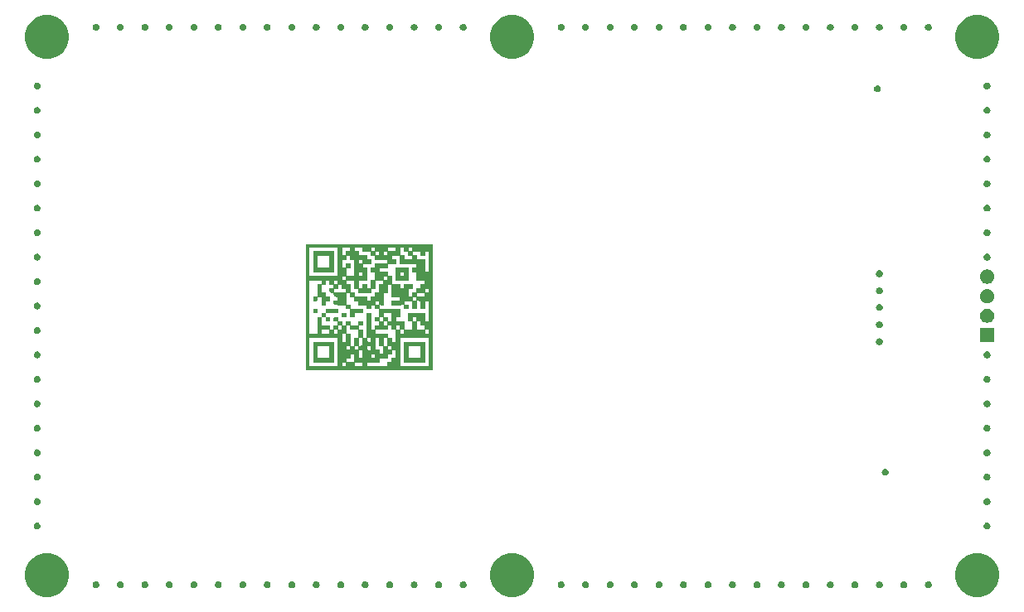
<source format=gbr>
G04 #@! TF.GenerationSoftware,KiCad,Pcbnew,5.1.5*
G04 #@! TF.CreationDate,2020-01-04T17:24:04+01:00*
G04 #@! TF.ProjectId,ledside_rev18A,6c656473-6964-4655-9f72-65763138412e,rev?*
G04 #@! TF.SameCoordinates,Original*
G04 #@! TF.FileFunction,Soldermask,Bot*
G04 #@! TF.FilePolarity,Negative*
%FSLAX46Y46*%
G04 Gerber Fmt 4.6, Leading zero omitted, Abs format (unit mm)*
G04 Created by KiCad (PCBNEW 5.1.5) date 2020-01-04 17:24:04*
%MOMM*%
%LPD*%
G04 APERTURE LIST*
%ADD10C,0.010000*%
%ADD11C,0.100000*%
G04 APERTURE END LIST*
D10*
G36*
X61030333Y-53656000D02*
G01*
X58956000Y-53656000D01*
X58956000Y-55328166D01*
X59337000Y-55328166D01*
X59337000Y-54058166D01*
X60628166Y-54058166D01*
X60628166Y-55328166D01*
X59337000Y-55328166D01*
X58956000Y-55328166D01*
X58956000Y-55730333D01*
X61030333Y-55730333D01*
X61030333Y-53656000D01*
G37*
X61030333Y-53656000D02*
X58956000Y-53656000D01*
X58956000Y-55328166D01*
X59337000Y-55328166D01*
X59337000Y-54058166D01*
X60628166Y-54058166D01*
X60628166Y-55328166D01*
X59337000Y-55328166D01*
X58956000Y-55328166D01*
X58956000Y-55730333D01*
X61030333Y-55730333D01*
X61030333Y-53656000D01*
G36*
X51759333Y-53656000D02*
G01*
X49685000Y-53656000D01*
X49685000Y-55328166D01*
X50087166Y-55328166D01*
X50087166Y-54058166D01*
X51357166Y-54058166D01*
X51357166Y-55328166D01*
X50087166Y-55328166D01*
X49685000Y-55328166D01*
X49685000Y-55730333D01*
X51759333Y-55730333D01*
X51759333Y-53656000D01*
G37*
X51759333Y-53656000D02*
X49685000Y-53656000D01*
X49685000Y-55328166D01*
X50087166Y-55328166D01*
X50087166Y-54058166D01*
X51357166Y-54058166D01*
X51357166Y-55328166D01*
X50087166Y-55328166D01*
X49685000Y-55328166D01*
X49685000Y-55730333D01*
X51759333Y-55730333D01*
X51759333Y-53656000D01*
G36*
X54288750Y-54047583D02*
G01*
X54294498Y-53640125D01*
X54300247Y-53232666D01*
X53897166Y-53232666D01*
X53897166Y-54059755D01*
X54288750Y-54047583D01*
G37*
X54288750Y-54047583D02*
X54294498Y-53640125D01*
X54300247Y-53232666D01*
X53897166Y-53232666D01*
X53897166Y-54059755D01*
X54288750Y-54047583D01*
G36*
X54516291Y-53207002D02*
G01*
X54712083Y-53200916D01*
X54717832Y-52793458D01*
X54723580Y-52386000D01*
X54320500Y-52386000D01*
X54320500Y-53213088D01*
X54516291Y-53207002D01*
G37*
X54516291Y-53207002D02*
X54712083Y-53200916D01*
X54717832Y-52793458D01*
X54723580Y-52386000D01*
X54320500Y-52386000D01*
X54320500Y-53213088D01*
X54516291Y-53207002D01*
G36*
X54299333Y-51962666D02*
G01*
X53473833Y-51962666D01*
X53473833Y-52364833D01*
X54299333Y-52364833D01*
X54299333Y-51962666D01*
G37*
X54299333Y-51962666D02*
X53473833Y-51962666D01*
X53473833Y-52364833D01*
X54299333Y-52364833D01*
X54299333Y-51962666D01*
G36*
X52182666Y-51962666D02*
G01*
X51780500Y-51962666D01*
X51780500Y-52364833D01*
X52182666Y-52364833D01*
X52182666Y-51962666D01*
G37*
X52182666Y-51962666D02*
X51780500Y-51962666D01*
X51780500Y-52364833D01*
X52182666Y-52364833D01*
X52182666Y-51962666D01*
G36*
X57241500Y-51962666D02*
G01*
X56818166Y-51962666D01*
X56818166Y-51539333D01*
X56416000Y-51539333D01*
X56416000Y-51962666D01*
X55992666Y-51962666D01*
X55992666Y-52364833D01*
X57241500Y-52364833D01*
X57241500Y-51962666D01*
G37*
X57241500Y-51962666D02*
X56818166Y-51962666D01*
X56818166Y-51539333D01*
X56416000Y-51539333D01*
X56416000Y-51962666D01*
X55992666Y-51962666D01*
X55992666Y-52364833D01*
X57241500Y-52364833D01*
X57241500Y-51962666D01*
G36*
X54712083Y-51549916D02*
G01*
X54516291Y-51543831D01*
X54320500Y-51537745D01*
X54320500Y-51941500D01*
X54724255Y-51941500D01*
X54712083Y-51549916D01*
G37*
X54712083Y-51549916D02*
X54516291Y-51543831D01*
X54320500Y-51537745D01*
X54320500Y-51941500D01*
X54724255Y-51941500D01*
X54712083Y-51549916D01*
G36*
X53452666Y-51539333D02*
G01*
X53050500Y-51539333D01*
X53050500Y-51941500D01*
X53452666Y-51941500D01*
X53452666Y-51539333D01*
G37*
X53452666Y-51539333D02*
X53050500Y-51539333D01*
X53050500Y-51941500D01*
X53452666Y-51941500D01*
X53452666Y-51539333D01*
G36*
X52606000Y-51539333D02*
G01*
X52203833Y-51539333D01*
X52203833Y-51941500D01*
X52606000Y-51941500D01*
X52606000Y-51539333D01*
G37*
X52606000Y-51539333D02*
X52203833Y-51539333D01*
X52203833Y-51941500D01*
X52606000Y-51941500D01*
X52606000Y-51539333D01*
G36*
X57241500Y-51116000D02*
G01*
X56839333Y-51116000D01*
X56839333Y-51518166D01*
X57241500Y-51518166D01*
X57241500Y-51116000D01*
G37*
X57241500Y-51116000D02*
X56839333Y-51116000D01*
X56839333Y-51518166D01*
X57241500Y-51518166D01*
X57241500Y-51116000D01*
G36*
X56394833Y-51116000D02*
G01*
X55992666Y-51116000D01*
X55992666Y-51518166D01*
X56394833Y-51518166D01*
X56394833Y-51116000D01*
G37*
X56394833Y-51116000D02*
X55992666Y-51116000D01*
X55992666Y-51518166D01*
X56394833Y-51518166D01*
X56394833Y-51116000D01*
G36*
X52182666Y-51116000D02*
G01*
X51995694Y-51116000D01*
X51910516Y-51117501D01*
X51842171Y-51121514D01*
X51801175Y-51127300D01*
X51794611Y-51130111D01*
X51788295Y-51156321D01*
X51783440Y-51214343D01*
X51780783Y-51293661D01*
X51780500Y-51331194D01*
X51780500Y-51518166D01*
X52182666Y-51518166D01*
X52182666Y-51116000D01*
G37*
X52182666Y-51116000D02*
X51995694Y-51116000D01*
X51910516Y-51117501D01*
X51842171Y-51121514D01*
X51801175Y-51127300D01*
X51794611Y-51130111D01*
X51788295Y-51156321D01*
X51783440Y-51214343D01*
X51780783Y-51293661D01*
X51780500Y-51331194D01*
X51780500Y-51518166D01*
X52182666Y-51518166D01*
X52182666Y-51116000D01*
G36*
X51336000Y-51116000D02*
G01*
X50955000Y-51116000D01*
X50955000Y-51518166D01*
X51336000Y-51518166D01*
X51336000Y-51116000D01*
G37*
X51336000Y-51116000D02*
X50955000Y-51116000D01*
X50955000Y-51518166D01*
X51336000Y-51518166D01*
X51336000Y-51116000D01*
G36*
X53029333Y-50692666D02*
G01*
X52627166Y-50692666D01*
X52627166Y-51094833D01*
X53029333Y-51094833D01*
X53029333Y-50692666D01*
G37*
X53029333Y-50692666D02*
X52627166Y-50692666D01*
X52627166Y-51094833D01*
X53029333Y-51094833D01*
X53029333Y-50692666D01*
G36*
X50912666Y-50692666D02*
G01*
X50531666Y-50692666D01*
X50531666Y-51094833D01*
X50912666Y-51094833D01*
X50912666Y-50692666D01*
G37*
X50912666Y-50692666D02*
X50531666Y-50692666D01*
X50531666Y-51094833D01*
X50912666Y-51094833D01*
X50912666Y-50692666D01*
G36*
X58924250Y-52354250D02*
G01*
X58924250Y-51549916D01*
X58088166Y-51538438D01*
X58088166Y-51094833D01*
X58511500Y-51094833D01*
X58511500Y-50290500D01*
X56416000Y-50290500D01*
X56416000Y-51094833D01*
X56818166Y-51094833D01*
X56818166Y-50671500D01*
X57686000Y-50671500D01*
X57686000Y-51539333D01*
X57262666Y-51539333D01*
X57262666Y-51941500D01*
X57686000Y-51941500D01*
X57686000Y-52364833D01*
X58088166Y-52364833D01*
X58088166Y-51941500D01*
X58532666Y-51941500D01*
X58532666Y-52366422D01*
X58924250Y-52354250D01*
G37*
X58924250Y-52354250D02*
X58924250Y-51549916D01*
X58088166Y-51538438D01*
X58088166Y-51094833D01*
X58511500Y-51094833D01*
X58511500Y-50290500D01*
X56416000Y-50290500D01*
X56416000Y-51094833D01*
X56818166Y-51094833D01*
X56818166Y-50671500D01*
X57686000Y-50671500D01*
X57686000Y-51539333D01*
X57262666Y-51539333D01*
X57262666Y-51941500D01*
X57686000Y-51941500D01*
X57686000Y-52364833D01*
X58088166Y-52364833D01*
X58088166Y-51941500D01*
X58532666Y-51941500D01*
X58532666Y-52366422D01*
X58924250Y-52354250D01*
G36*
X53876000Y-50671500D02*
G01*
X54722666Y-50671500D01*
X54722666Y-50290500D01*
X53473833Y-50290500D01*
X53473833Y-51094833D01*
X53876000Y-51094833D01*
X53876000Y-50671500D01*
G37*
X53876000Y-50671500D02*
X54722666Y-50671500D01*
X54722666Y-50290500D01*
X53473833Y-50290500D01*
X53473833Y-51094833D01*
X53876000Y-51094833D01*
X53876000Y-50671500D01*
G36*
X52182666Y-50290500D02*
G01*
X50955000Y-50290500D01*
X50955000Y-50671500D01*
X52182666Y-50671500D01*
X52182666Y-50290500D01*
G37*
X52182666Y-50290500D02*
X50955000Y-50290500D01*
X50955000Y-50671500D01*
X52182666Y-50671500D01*
X52182666Y-50290500D01*
G36*
X50087166Y-50290500D02*
G01*
X49685000Y-50290500D01*
X49685000Y-50671500D01*
X50087166Y-50671500D01*
X50087166Y-50290500D01*
G37*
X50087166Y-50290500D02*
X49685000Y-50290500D01*
X49685000Y-50671500D01*
X50087166Y-50671500D01*
X50087166Y-50290500D01*
G36*
X59337000Y-49867166D02*
G01*
X58956000Y-49867166D01*
X58956000Y-50248166D01*
X59337000Y-50248166D01*
X59337000Y-49867166D01*
G37*
X59337000Y-49867166D02*
X58956000Y-49867166D01*
X58956000Y-50248166D01*
X59337000Y-50248166D01*
X59337000Y-49867166D01*
G36*
X56394833Y-49867166D02*
G01*
X55992666Y-49867166D01*
X55992666Y-50248166D01*
X56394833Y-50248166D01*
X56394833Y-49867166D01*
G37*
X56394833Y-49867166D02*
X55992666Y-49867166D01*
X55992666Y-50248166D01*
X56394833Y-50248166D01*
X56394833Y-49867166D01*
G36*
X53452666Y-49867166D02*
G01*
X53050500Y-49867166D01*
X53050500Y-50248166D01*
X53452666Y-50248166D01*
X53452666Y-49867166D01*
G37*
X53452666Y-49867166D02*
X53050500Y-49867166D01*
X53050500Y-50248166D01*
X53452666Y-50248166D01*
X53452666Y-49867166D01*
G36*
X60183666Y-49443833D02*
G01*
X59781500Y-49443833D01*
X59781500Y-50248166D01*
X60183666Y-50248166D01*
X60183666Y-49443833D01*
G37*
X60183666Y-49443833D02*
X59781500Y-49443833D01*
X59781500Y-50248166D01*
X60183666Y-50248166D01*
X60183666Y-49443833D01*
G36*
X49880791Y-49418169D02*
G01*
X50076583Y-49412083D01*
X50082669Y-49216291D01*
X50088755Y-49020500D01*
X49685000Y-49020500D01*
X49685000Y-49424255D01*
X49880791Y-49418169D01*
G37*
X49880791Y-49418169D02*
X50076583Y-49412083D01*
X50082669Y-49216291D01*
X50088755Y-49020500D01*
X49685000Y-49020500D01*
X49685000Y-49424255D01*
X49880791Y-49418169D01*
G36*
X60183666Y-48597166D02*
G01*
X59779911Y-48597166D01*
X59792083Y-48988750D01*
X59987875Y-48994836D01*
X60183666Y-49000922D01*
X60183666Y-48597166D01*
G37*
X60183666Y-48597166D02*
X59779911Y-48597166D01*
X59792083Y-48988750D01*
X59987875Y-48994836D01*
X60183666Y-49000922D01*
X60183666Y-48597166D01*
G36*
X53669625Y-48994836D02*
G01*
X53865416Y-48988750D01*
X53877588Y-48597166D01*
X53473833Y-48597166D01*
X53473833Y-49000922D01*
X53669625Y-48994836D01*
G37*
X53669625Y-48994836D02*
X53865416Y-48988750D01*
X53877588Y-48597166D01*
X53473833Y-48597166D01*
X53473833Y-49000922D01*
X53669625Y-48994836D01*
G36*
X53029333Y-48597166D02*
G01*
X51778911Y-48597166D01*
X51791083Y-48988750D01*
X52203833Y-49000866D01*
X52203833Y-49443833D01*
X51778911Y-49443833D01*
X51784997Y-49639625D01*
X51791083Y-49835416D01*
X52410208Y-49841028D01*
X53029333Y-49846639D01*
X53029333Y-48597166D01*
G37*
X53029333Y-48597166D02*
X51778911Y-48597166D01*
X51791083Y-48988750D01*
X52203833Y-49000866D01*
X52203833Y-49443833D01*
X51778911Y-49443833D01*
X51784997Y-49639625D01*
X51791083Y-49835416D01*
X52410208Y-49841028D01*
X53029333Y-49846639D01*
X53029333Y-48597166D01*
G36*
X51759333Y-48173833D02*
G01*
X51355578Y-48173833D01*
X51361664Y-48369625D01*
X51367750Y-48565416D01*
X51563541Y-48571502D01*
X51759333Y-48577588D01*
X51759333Y-48173833D01*
G37*
X51759333Y-48173833D02*
X51355578Y-48173833D01*
X51361664Y-48369625D01*
X51367750Y-48565416D01*
X51563541Y-48571502D01*
X51759333Y-48577588D01*
X51759333Y-48173833D01*
G36*
X58305125Y-49841028D02*
G01*
X58924250Y-49835416D01*
X58936366Y-49422666D01*
X59760333Y-49422666D01*
X59760333Y-49022033D01*
X59553958Y-49015975D01*
X59347583Y-49009916D01*
X59336123Y-48152666D01*
X59760333Y-48152666D01*
X59760333Y-47750500D01*
X58956000Y-47750500D01*
X58956000Y-48173833D01*
X58513032Y-48173833D01*
X58500916Y-47761083D01*
X58093458Y-47755334D01*
X57686000Y-47749586D01*
X57686000Y-48999333D01*
X58534147Y-48999333D01*
X58528115Y-49216291D01*
X58522083Y-49433250D01*
X58104041Y-49438989D01*
X57686000Y-49444728D01*
X57686000Y-49846639D01*
X58305125Y-49841028D01*
G37*
X58305125Y-49841028D02*
X58924250Y-49835416D01*
X58936366Y-49422666D01*
X59760333Y-49422666D01*
X59760333Y-49022033D01*
X59553958Y-49015975D01*
X59347583Y-49009916D01*
X59336123Y-48152666D01*
X59760333Y-48152666D01*
X59760333Y-47750500D01*
X58956000Y-47750500D01*
X58956000Y-48173833D01*
X58513032Y-48173833D01*
X58500916Y-47761083D01*
X58093458Y-47755334D01*
X57686000Y-47749586D01*
X57686000Y-48999333D01*
X58534147Y-48999333D01*
X58528115Y-49216291D01*
X58522083Y-49433250D01*
X58104041Y-49438989D01*
X57686000Y-49444728D01*
X57686000Y-49846639D01*
X58305125Y-49841028D01*
G36*
X55548166Y-48173833D02*
G01*
X55124833Y-48173833D01*
X55124833Y-47750500D01*
X54743833Y-47750500D01*
X54743833Y-48173833D01*
X54320500Y-48173833D01*
X54320500Y-48576000D01*
X55548166Y-48576000D01*
X55548166Y-48173833D01*
G37*
X55548166Y-48173833D02*
X55124833Y-48173833D01*
X55124833Y-47750500D01*
X54743833Y-47750500D01*
X54743833Y-48173833D01*
X54320500Y-48173833D01*
X54320500Y-48576000D01*
X55548166Y-48576000D01*
X55548166Y-48173833D01*
G36*
X52182666Y-47750500D02*
G01*
X51780500Y-47750500D01*
X51780500Y-48152666D01*
X52182666Y-48152666D01*
X52182666Y-47750500D01*
G37*
X52182666Y-47750500D02*
X51780500Y-47750500D01*
X51780500Y-48152666D01*
X52182666Y-48152666D01*
X52182666Y-47750500D01*
G36*
X50912666Y-49422666D02*
G01*
X51336000Y-49422666D01*
X51336000Y-49022033D01*
X51129625Y-49015975D01*
X50923250Y-49009916D01*
X50917191Y-48803541D01*
X50911133Y-48597166D01*
X50510500Y-48597166D01*
X50510500Y-47750500D01*
X50108333Y-47750500D01*
X50108333Y-48999333D01*
X50531666Y-48999333D01*
X50531666Y-49846000D01*
X50912666Y-49846000D01*
X50912666Y-49422666D01*
G37*
X50912666Y-49422666D02*
X51336000Y-49422666D01*
X51336000Y-49022033D01*
X51129625Y-49015975D01*
X50923250Y-49009916D01*
X50917191Y-48803541D01*
X50911133Y-48597166D01*
X50510500Y-48597166D01*
X50510500Y-47750500D01*
X50108333Y-47750500D01*
X50108333Y-48999333D01*
X50531666Y-48999333D01*
X50531666Y-49846000D01*
X50912666Y-49846000D01*
X50912666Y-49422666D01*
G36*
X55971500Y-47327166D02*
G01*
X55784527Y-47327166D01*
X55699349Y-47328668D01*
X55631004Y-47332681D01*
X55590008Y-47338466D01*
X55583444Y-47341278D01*
X55579015Y-47365939D01*
X55575156Y-47426091D01*
X55572099Y-47514893D01*
X55570081Y-47625503D01*
X55569333Y-47751079D01*
X55569333Y-48152666D01*
X55971500Y-48152666D01*
X55971500Y-47327166D01*
G37*
X55971500Y-47327166D02*
X55784527Y-47327166D01*
X55699349Y-47328668D01*
X55631004Y-47332681D01*
X55590008Y-47338466D01*
X55583444Y-47341278D01*
X55579015Y-47365939D01*
X55575156Y-47426091D01*
X55572099Y-47514893D01*
X55570081Y-47625503D01*
X55569333Y-47751079D01*
X55569333Y-48152666D01*
X55971500Y-48152666D01*
X55971500Y-47327166D01*
G36*
X55548166Y-49846000D02*
G01*
X55971500Y-49846000D01*
X55971500Y-49422666D01*
X56414467Y-49422666D01*
X56426583Y-49835416D01*
X56622375Y-49841502D01*
X56818166Y-49847588D01*
X56818166Y-48576000D01*
X57241500Y-48576000D01*
X57241500Y-47729333D01*
X57664833Y-47729333D01*
X57664833Y-46903833D01*
X57262666Y-46903833D01*
X57262666Y-47327166D01*
X56839333Y-47327166D01*
X56839333Y-47750500D01*
X56416000Y-47750500D01*
X56416000Y-48597166D01*
X55992666Y-48597166D01*
X55992666Y-49020500D01*
X55569333Y-49020500D01*
X55569333Y-49445314D01*
X55352375Y-49439282D01*
X55135416Y-49433250D01*
X55123300Y-49020500D01*
X53897166Y-49020500D01*
X53897166Y-49422666D01*
X54320500Y-49422666D01*
X54320500Y-49846000D01*
X55146000Y-49846000D01*
X55146000Y-50248166D01*
X55548166Y-50248166D01*
X55548166Y-49846000D01*
G37*
X55548166Y-49846000D02*
X55971500Y-49846000D01*
X55971500Y-49422666D01*
X56414467Y-49422666D01*
X56426583Y-49835416D01*
X56622375Y-49841502D01*
X56818166Y-49847588D01*
X56818166Y-48576000D01*
X57241500Y-48576000D01*
X57241500Y-47729333D01*
X57664833Y-47729333D01*
X57664833Y-46903833D01*
X57262666Y-46903833D01*
X57262666Y-47327166D01*
X56839333Y-47327166D01*
X56839333Y-47750500D01*
X56416000Y-47750500D01*
X56416000Y-48597166D01*
X55992666Y-48597166D01*
X55992666Y-49020500D01*
X55569333Y-49020500D01*
X55569333Y-49445314D01*
X55352375Y-49439282D01*
X55135416Y-49433250D01*
X55123300Y-49020500D01*
X53897166Y-49020500D01*
X53897166Y-49422666D01*
X54320500Y-49422666D01*
X54320500Y-49846000D01*
X55146000Y-49846000D01*
X55146000Y-50248166D01*
X55548166Y-50248166D01*
X55548166Y-49846000D01*
G36*
X59337000Y-46057166D02*
G01*
X58109333Y-46057166D01*
X58109333Y-46903833D01*
X58511500Y-46903833D01*
X58511500Y-46457852D01*
X58945416Y-46469916D01*
X58951448Y-46686875D01*
X58957480Y-46903833D01*
X58511500Y-46903833D01*
X58109333Y-46903833D01*
X58109333Y-47306000D01*
X59337000Y-47306000D01*
X59337000Y-46057166D01*
G37*
X59337000Y-46057166D02*
X58109333Y-46057166D01*
X58109333Y-46903833D01*
X58511500Y-46903833D01*
X58511500Y-46457852D01*
X58945416Y-46469916D01*
X58951448Y-46686875D01*
X58957480Y-46903833D01*
X58511500Y-46903833D01*
X58109333Y-46903833D01*
X58109333Y-47306000D01*
X59337000Y-47306000D01*
X59337000Y-46057166D01*
G36*
X56818166Y-46882666D02*
G01*
X57241500Y-46882666D01*
X57241500Y-46480500D01*
X56394833Y-46480500D01*
X56394833Y-46036000D01*
X57241500Y-46036000D01*
X57241500Y-45655000D01*
X55992666Y-45655000D01*
X55992666Y-46055634D01*
X55579916Y-46067750D01*
X55573830Y-46263541D01*
X55567744Y-46459333D01*
X55992666Y-46459333D01*
X55992666Y-47306000D01*
X56818166Y-47306000D01*
X56818166Y-46882666D01*
G37*
X56818166Y-46882666D02*
X57241500Y-46882666D01*
X57241500Y-46480500D01*
X56394833Y-46480500D01*
X56394833Y-46036000D01*
X57241500Y-46036000D01*
X57241500Y-45655000D01*
X55992666Y-45655000D01*
X55992666Y-46055634D01*
X55579916Y-46067750D01*
X55573830Y-46263541D01*
X55567744Y-46459333D01*
X55992666Y-46459333D01*
X55992666Y-47306000D01*
X56818166Y-47306000D01*
X56818166Y-46882666D01*
G36*
X53452666Y-45655000D02*
G01*
X53050500Y-45655000D01*
X53050500Y-46036000D01*
X53452666Y-46036000D01*
X53452666Y-45655000D01*
G37*
X53452666Y-45655000D02*
X53050500Y-45655000D01*
X53050500Y-46036000D01*
X53452666Y-46036000D01*
X53452666Y-45655000D01*
G36*
X59760333Y-44385000D02*
G01*
X59356578Y-44385000D01*
X59362664Y-44580791D01*
X59368750Y-44776583D01*
X59564541Y-44782669D01*
X59760333Y-44788755D01*
X59760333Y-44385000D01*
G37*
X59760333Y-44385000D02*
X59356578Y-44385000D01*
X59362664Y-44580791D01*
X59368750Y-44776583D01*
X59564541Y-44782669D01*
X59760333Y-44788755D01*
X59760333Y-44385000D01*
G36*
X55971500Y-44385000D02*
G01*
X55567744Y-44385000D01*
X55573830Y-44580791D01*
X55579916Y-44776583D01*
X55971500Y-44788755D01*
X55971500Y-44385000D01*
G37*
X55971500Y-44385000D02*
X55567744Y-44385000D01*
X55573830Y-44580791D01*
X55579916Y-44776583D01*
X55971500Y-44788755D01*
X55971500Y-44385000D01*
G36*
X51759333Y-44385000D02*
G01*
X49685000Y-44385000D01*
X49685000Y-46057166D01*
X50087166Y-46057166D01*
X50087166Y-44787166D01*
X51357166Y-44787166D01*
X51357166Y-46057166D01*
X50087166Y-46057166D01*
X49685000Y-46057166D01*
X49685000Y-46459333D01*
X51759333Y-46459333D01*
X51759333Y-44385000D01*
G37*
X51759333Y-44385000D02*
X49685000Y-44385000D01*
X49685000Y-46057166D01*
X50087166Y-46057166D01*
X50087166Y-44787166D01*
X51357166Y-44787166D01*
X51357166Y-46057166D01*
X50087166Y-46057166D01*
X49685000Y-46057166D01*
X49685000Y-46459333D01*
X51759333Y-46459333D01*
X51759333Y-44385000D01*
G36*
X61813500Y-43707666D02*
G01*
X48986500Y-43707666D01*
X48986500Y-46903833D01*
X49240500Y-46903833D01*
X49240500Y-43940500D01*
X52203833Y-43940500D01*
X52203833Y-46903833D01*
X49240500Y-46903833D01*
X48986500Y-46903833D01*
X48986500Y-52809333D01*
X49240500Y-52809333D01*
X49240500Y-47306000D01*
X50531666Y-47306000D01*
X50531666Y-47729333D01*
X50912666Y-47729333D01*
X50912666Y-47306000D01*
X51357166Y-47306000D01*
X51357166Y-47729333D01*
X51759333Y-47729333D01*
X51759333Y-47306000D01*
X52203833Y-47306000D01*
X52203833Y-47729333D01*
X52627166Y-47729333D01*
X52627166Y-48152666D01*
X53050500Y-48152666D01*
X53050500Y-48576000D01*
X53452666Y-48576000D01*
X53452666Y-47750500D01*
X53029333Y-47750500D01*
X53029333Y-47327166D01*
X52606000Y-47327166D01*
X52606000Y-46882666D01*
X53030247Y-46882666D01*
X53024498Y-46475208D01*
X53018750Y-46067750D01*
X52606000Y-46055634D01*
X52606000Y-45210500D01*
X53029333Y-45210500D01*
X53029333Y-44808333D01*
X52606000Y-44808333D01*
X52606000Y-43940500D01*
X53473833Y-43940500D01*
X53473833Y-44385000D01*
X53050500Y-44385000D01*
X53050500Y-44787166D01*
X53473833Y-44787166D01*
X53473833Y-45210500D01*
X53897166Y-45210500D01*
X53897166Y-46903833D01*
X54299333Y-46903833D01*
X54299333Y-46457852D01*
X54516291Y-46463884D01*
X54733250Y-46469916D01*
X54739282Y-46686875D01*
X54745314Y-46903833D01*
X54299333Y-46903833D01*
X53897166Y-46903833D01*
X53050500Y-46903833D01*
X53050500Y-47306000D01*
X53897166Y-47306000D01*
X53897166Y-48152666D01*
X54299333Y-48152666D01*
X54299333Y-47306000D01*
X55124833Y-47306000D01*
X55124833Y-46057166D01*
X54722666Y-46057166D01*
X54722666Y-45655000D01*
X54299333Y-45655000D01*
X54299333Y-45210500D01*
X54743833Y-45210500D01*
X54743833Y-45612666D01*
X55548166Y-45612666D01*
X55548166Y-45233199D01*
X55135416Y-45221083D01*
X55123300Y-44808333D01*
X54299333Y-44808333D01*
X54299333Y-44385000D01*
X53876000Y-44385000D01*
X53876000Y-43940500D01*
X54743833Y-43940500D01*
X54743833Y-44363833D01*
X55548166Y-44363833D01*
X55548166Y-43940500D01*
X55992666Y-43940500D01*
X55992666Y-44363833D01*
X56416000Y-44363833D01*
X56416000Y-44808333D01*
X56818166Y-44808333D01*
X56818166Y-44363833D01*
X57241500Y-44363833D01*
X57241500Y-43940500D01*
X58109333Y-43940500D01*
X58109333Y-44385000D01*
X57262666Y-44385000D01*
X57262666Y-44808333D01*
X56818166Y-44808333D01*
X56416000Y-44808333D01*
X55991078Y-44808333D01*
X55997164Y-45004125D01*
X56003250Y-45199916D01*
X57262666Y-45211130D01*
X57262666Y-45612666D01*
X58088166Y-45612666D01*
X58088166Y-45231666D01*
X57664833Y-45231666D01*
X57664833Y-44788061D01*
X58082875Y-44782322D01*
X58500916Y-44776583D01*
X58506655Y-44358541D01*
X58512394Y-43940500D01*
X58956000Y-43940500D01*
X58956000Y-44363833D01*
X59337000Y-44363833D01*
X59337000Y-43940500D01*
X59779967Y-43940500D01*
X59792083Y-44353250D01*
X60210125Y-44358989D01*
X60628166Y-44364728D01*
X60628166Y-44787166D01*
X61030333Y-44787166D01*
X61030333Y-44363833D01*
X61474833Y-44363833D01*
X61474833Y-46480500D01*
X61030333Y-46480500D01*
X61030333Y-45231666D01*
X60183666Y-45231666D01*
X60183666Y-44808333D01*
X59781500Y-44808333D01*
X59781500Y-45231666D01*
X58934833Y-45231666D01*
X58934833Y-44808333D01*
X58532666Y-44808333D01*
X58532666Y-45612666D01*
X60204833Y-45612666D01*
X60204833Y-46055634D01*
X59792083Y-46067750D01*
X59785997Y-46263541D01*
X59779911Y-46459333D01*
X60204833Y-46459333D01*
X60204833Y-47306000D01*
X61051500Y-47306000D01*
X61051500Y-47750500D01*
X60628166Y-47750500D01*
X60628166Y-48173833D01*
X60204833Y-48173833D01*
X60204833Y-48576000D01*
X61030333Y-48576000D01*
X61030333Y-48152666D01*
X61474833Y-48152666D01*
X61474833Y-48597166D01*
X61051500Y-48597166D01*
X61051500Y-49020500D01*
X60203244Y-49020500D01*
X60209330Y-49216291D01*
X60215416Y-49412083D01*
X60628166Y-49424199D01*
X60628166Y-50248166D01*
X61030333Y-50248166D01*
X61030333Y-49422666D01*
X61474833Y-49422666D01*
X61474833Y-51539333D01*
X61030333Y-51539333D01*
X61030333Y-50692175D01*
X60199541Y-50697712D01*
X59368750Y-50703250D01*
X59357252Y-51518166D01*
X59760333Y-51518166D01*
X59760333Y-51094833D01*
X60204833Y-51094833D01*
X60204833Y-51518166D01*
X60628166Y-51518166D01*
X60628166Y-51941500D01*
X61051500Y-51941500D01*
X61051500Y-52364833D01*
X61474833Y-52364833D01*
X61474833Y-52809333D01*
X61030333Y-52809333D01*
X61030333Y-52386000D01*
X60183666Y-52386000D01*
X60183666Y-51537745D01*
X59987875Y-51543831D01*
X59792083Y-51549916D01*
X59780605Y-52386000D01*
X58956000Y-52386000D01*
X58956000Y-52809333D01*
X58511500Y-52809333D01*
X58511500Y-52386000D01*
X58109333Y-52386000D01*
X58109333Y-53656000D01*
X57664833Y-53656000D01*
X57664833Y-53232666D01*
X57262666Y-53232666D01*
X57262666Y-54058166D01*
X57686000Y-54058166D01*
X57686000Y-54460333D01*
X58109333Y-54460333D01*
X58109333Y-55328166D01*
X57686000Y-55328166D01*
X57686000Y-55751500D01*
X57262666Y-55751500D01*
X57262666Y-56174833D01*
X58511500Y-56174833D01*
X58511500Y-53211500D01*
X61474833Y-53211500D01*
X61474833Y-56174833D01*
X58511500Y-56174833D01*
X57262666Y-56174833D01*
X55124833Y-56174833D01*
X55124833Y-55730333D01*
X56394833Y-55730333D01*
X56394833Y-55307000D01*
X57241500Y-55307000D01*
X57241500Y-54883666D01*
X57666421Y-54883666D01*
X57660335Y-54687875D01*
X57654250Y-54492083D01*
X57241500Y-54479967D01*
X57241500Y-54079333D01*
X56839333Y-54079333D01*
X56839333Y-54904833D01*
X56394833Y-54904833D01*
X56394833Y-54481500D01*
X55971500Y-54481500D01*
X55971500Y-53211500D01*
X56415105Y-53211500D01*
X56420844Y-53629541D01*
X56426583Y-54047583D01*
X56807583Y-54047583D01*
X56813322Y-53629541D01*
X56819061Y-53211500D01*
X57241500Y-53211500D01*
X57241500Y-52809333D01*
X55971500Y-52809333D01*
X55971500Y-52386000D01*
X55548166Y-52386000D01*
X55548166Y-50691078D01*
X55352375Y-50697164D01*
X55156583Y-50703250D01*
X55156583Y-53200916D01*
X55362958Y-53206975D01*
X55569333Y-53213033D01*
X55569333Y-53657481D01*
X55352375Y-53651449D01*
X55135416Y-53645416D01*
X55123300Y-53232666D01*
X54744728Y-53232666D01*
X54733396Y-54058166D01*
X55123352Y-54058166D01*
X55569333Y-54058166D01*
X55569333Y-54504147D01*
X55352375Y-54498115D01*
X55135416Y-54492083D01*
X55129384Y-54275125D01*
X55123352Y-54058166D01*
X54733396Y-54058166D01*
X54733250Y-54068750D01*
X54320500Y-54080866D01*
X54320500Y-54458800D01*
X54733250Y-54470916D01*
X54738979Y-54899542D01*
X54744708Y-55328166D01*
X55548166Y-55328166D01*
X55548166Y-54883666D01*
X55992666Y-54883666D01*
X55992666Y-55328166D01*
X55548166Y-55328166D01*
X54744708Y-55328166D01*
X54744709Y-55328167D01*
X54522469Y-55328167D01*
X54300228Y-55328166D01*
X54294489Y-54910125D01*
X54288750Y-54492083D01*
X53876000Y-54479967D01*
X53876000Y-54079333D01*
X53473833Y-54079333D01*
X53473833Y-54481500D01*
X53029333Y-54481500D01*
X53029333Y-54059699D01*
X53442083Y-54047583D01*
X53447694Y-53428458D01*
X53453306Y-52809333D01*
X53050500Y-52809333D01*
X53050500Y-53656000D01*
X52606000Y-53656000D01*
X52606000Y-52788166D01*
X53029333Y-52788166D01*
X53029333Y-51962666D01*
X52627166Y-51962666D01*
X52627166Y-52386000D01*
X52203833Y-52386000D01*
X52203833Y-52809333D01*
X51759333Y-52809333D01*
X51759333Y-52386000D01*
X51357166Y-52386000D01*
X51357166Y-52809333D01*
X50510500Y-52809333D01*
X50510500Y-52364833D01*
X51336000Y-52364833D01*
X51336000Y-51962666D01*
X50511394Y-51962666D01*
X50505655Y-51544625D01*
X50499916Y-51126583D01*
X50304125Y-51120497D01*
X50108333Y-51114411D01*
X50108333Y-52809333D01*
X49240500Y-52809333D01*
X48986500Y-52809333D01*
X48986500Y-56174833D01*
X49240500Y-56174833D01*
X49240500Y-53211500D01*
X52203833Y-53211500D01*
X52203833Y-56174833D01*
X52606000Y-56174833D01*
X52606000Y-55730333D01*
X53029333Y-55730333D01*
X53029333Y-55307000D01*
X53452666Y-55307000D01*
X53452666Y-54883666D01*
X53897166Y-54883666D01*
X53897166Y-55730333D01*
X54743833Y-55730333D01*
X54743833Y-56174833D01*
X53876000Y-56174833D01*
X53876000Y-55751500D01*
X53050500Y-55751500D01*
X53050500Y-56174833D01*
X52606000Y-56174833D01*
X52203833Y-56174833D01*
X49240500Y-56174833D01*
X48986500Y-56174833D01*
X48986500Y-56471166D01*
X61813500Y-56471166D01*
X61813500Y-43707666D01*
G37*
X61813500Y-43707666D02*
X48986500Y-43707666D01*
X48986500Y-46903833D01*
X49240500Y-46903833D01*
X49240500Y-43940500D01*
X52203833Y-43940500D01*
X52203833Y-46903833D01*
X49240500Y-46903833D01*
X48986500Y-46903833D01*
X48986500Y-52809333D01*
X49240500Y-52809333D01*
X49240500Y-47306000D01*
X50531666Y-47306000D01*
X50531666Y-47729333D01*
X50912666Y-47729333D01*
X50912666Y-47306000D01*
X51357166Y-47306000D01*
X51357166Y-47729333D01*
X51759333Y-47729333D01*
X51759333Y-47306000D01*
X52203833Y-47306000D01*
X52203833Y-47729333D01*
X52627166Y-47729333D01*
X52627166Y-48152666D01*
X53050500Y-48152666D01*
X53050500Y-48576000D01*
X53452666Y-48576000D01*
X53452666Y-47750500D01*
X53029333Y-47750500D01*
X53029333Y-47327166D01*
X52606000Y-47327166D01*
X52606000Y-46882666D01*
X53030247Y-46882666D01*
X53024498Y-46475208D01*
X53018750Y-46067750D01*
X52606000Y-46055634D01*
X52606000Y-45210500D01*
X53029333Y-45210500D01*
X53029333Y-44808333D01*
X52606000Y-44808333D01*
X52606000Y-43940500D01*
X53473833Y-43940500D01*
X53473833Y-44385000D01*
X53050500Y-44385000D01*
X53050500Y-44787166D01*
X53473833Y-44787166D01*
X53473833Y-45210500D01*
X53897166Y-45210500D01*
X53897166Y-46903833D01*
X54299333Y-46903833D01*
X54299333Y-46457852D01*
X54516291Y-46463884D01*
X54733250Y-46469916D01*
X54739282Y-46686875D01*
X54745314Y-46903833D01*
X54299333Y-46903833D01*
X53897166Y-46903833D01*
X53050500Y-46903833D01*
X53050500Y-47306000D01*
X53897166Y-47306000D01*
X53897166Y-48152666D01*
X54299333Y-48152666D01*
X54299333Y-47306000D01*
X55124833Y-47306000D01*
X55124833Y-46057166D01*
X54722666Y-46057166D01*
X54722666Y-45655000D01*
X54299333Y-45655000D01*
X54299333Y-45210500D01*
X54743833Y-45210500D01*
X54743833Y-45612666D01*
X55548166Y-45612666D01*
X55548166Y-45233199D01*
X55135416Y-45221083D01*
X55123300Y-44808333D01*
X54299333Y-44808333D01*
X54299333Y-44385000D01*
X53876000Y-44385000D01*
X53876000Y-43940500D01*
X54743833Y-43940500D01*
X54743833Y-44363833D01*
X55548166Y-44363833D01*
X55548166Y-43940500D01*
X55992666Y-43940500D01*
X55992666Y-44363833D01*
X56416000Y-44363833D01*
X56416000Y-44808333D01*
X56818166Y-44808333D01*
X56818166Y-44363833D01*
X57241500Y-44363833D01*
X57241500Y-43940500D01*
X58109333Y-43940500D01*
X58109333Y-44385000D01*
X57262666Y-44385000D01*
X57262666Y-44808333D01*
X56818166Y-44808333D01*
X56416000Y-44808333D01*
X55991078Y-44808333D01*
X55997164Y-45004125D01*
X56003250Y-45199916D01*
X57262666Y-45211130D01*
X57262666Y-45612666D01*
X58088166Y-45612666D01*
X58088166Y-45231666D01*
X57664833Y-45231666D01*
X57664833Y-44788061D01*
X58082875Y-44782322D01*
X58500916Y-44776583D01*
X58506655Y-44358541D01*
X58512394Y-43940500D01*
X58956000Y-43940500D01*
X58956000Y-44363833D01*
X59337000Y-44363833D01*
X59337000Y-43940500D01*
X59779967Y-43940500D01*
X59792083Y-44353250D01*
X60210125Y-44358989D01*
X60628166Y-44364728D01*
X60628166Y-44787166D01*
X61030333Y-44787166D01*
X61030333Y-44363833D01*
X61474833Y-44363833D01*
X61474833Y-46480500D01*
X61030333Y-46480500D01*
X61030333Y-45231666D01*
X60183666Y-45231666D01*
X60183666Y-44808333D01*
X59781500Y-44808333D01*
X59781500Y-45231666D01*
X58934833Y-45231666D01*
X58934833Y-44808333D01*
X58532666Y-44808333D01*
X58532666Y-45612666D01*
X60204833Y-45612666D01*
X60204833Y-46055634D01*
X59792083Y-46067750D01*
X59785997Y-46263541D01*
X59779911Y-46459333D01*
X60204833Y-46459333D01*
X60204833Y-47306000D01*
X61051500Y-47306000D01*
X61051500Y-47750500D01*
X60628166Y-47750500D01*
X60628166Y-48173833D01*
X60204833Y-48173833D01*
X60204833Y-48576000D01*
X61030333Y-48576000D01*
X61030333Y-48152666D01*
X61474833Y-48152666D01*
X61474833Y-48597166D01*
X61051500Y-48597166D01*
X61051500Y-49020500D01*
X60203244Y-49020500D01*
X60209330Y-49216291D01*
X60215416Y-49412083D01*
X60628166Y-49424199D01*
X60628166Y-50248166D01*
X61030333Y-50248166D01*
X61030333Y-49422666D01*
X61474833Y-49422666D01*
X61474833Y-51539333D01*
X61030333Y-51539333D01*
X61030333Y-50692175D01*
X60199541Y-50697712D01*
X59368750Y-50703250D01*
X59357252Y-51518166D01*
X59760333Y-51518166D01*
X59760333Y-51094833D01*
X60204833Y-51094833D01*
X60204833Y-51518166D01*
X60628166Y-51518166D01*
X60628166Y-51941500D01*
X61051500Y-51941500D01*
X61051500Y-52364833D01*
X61474833Y-52364833D01*
X61474833Y-52809333D01*
X61030333Y-52809333D01*
X61030333Y-52386000D01*
X60183666Y-52386000D01*
X60183666Y-51537745D01*
X59987875Y-51543831D01*
X59792083Y-51549916D01*
X59780605Y-52386000D01*
X58956000Y-52386000D01*
X58956000Y-52809333D01*
X58511500Y-52809333D01*
X58511500Y-52386000D01*
X58109333Y-52386000D01*
X58109333Y-53656000D01*
X57664833Y-53656000D01*
X57664833Y-53232666D01*
X57262666Y-53232666D01*
X57262666Y-54058166D01*
X57686000Y-54058166D01*
X57686000Y-54460333D01*
X58109333Y-54460333D01*
X58109333Y-55328166D01*
X57686000Y-55328166D01*
X57686000Y-55751500D01*
X57262666Y-55751500D01*
X57262666Y-56174833D01*
X58511500Y-56174833D01*
X58511500Y-53211500D01*
X61474833Y-53211500D01*
X61474833Y-56174833D01*
X58511500Y-56174833D01*
X57262666Y-56174833D01*
X55124833Y-56174833D01*
X55124833Y-55730333D01*
X56394833Y-55730333D01*
X56394833Y-55307000D01*
X57241500Y-55307000D01*
X57241500Y-54883666D01*
X57666421Y-54883666D01*
X57660335Y-54687875D01*
X57654250Y-54492083D01*
X57241500Y-54479967D01*
X57241500Y-54079333D01*
X56839333Y-54079333D01*
X56839333Y-54904833D01*
X56394833Y-54904833D01*
X56394833Y-54481500D01*
X55971500Y-54481500D01*
X55971500Y-53211500D01*
X56415105Y-53211500D01*
X56420844Y-53629541D01*
X56426583Y-54047583D01*
X56807583Y-54047583D01*
X56813322Y-53629541D01*
X56819061Y-53211500D01*
X57241500Y-53211500D01*
X57241500Y-52809333D01*
X55971500Y-52809333D01*
X55971500Y-52386000D01*
X55548166Y-52386000D01*
X55548166Y-50691078D01*
X55352375Y-50697164D01*
X55156583Y-50703250D01*
X55156583Y-53200916D01*
X55362958Y-53206975D01*
X55569333Y-53213033D01*
X55569333Y-53657481D01*
X55352375Y-53651449D01*
X55135416Y-53645416D01*
X55123300Y-53232666D01*
X54744728Y-53232666D01*
X54733396Y-54058166D01*
X55123352Y-54058166D01*
X55569333Y-54058166D01*
X55569333Y-54504147D01*
X55352375Y-54498115D01*
X55135416Y-54492083D01*
X55129384Y-54275125D01*
X55123352Y-54058166D01*
X54733396Y-54058166D01*
X54733250Y-54068750D01*
X54320500Y-54080866D01*
X54320500Y-54458800D01*
X54733250Y-54470916D01*
X54738979Y-54899542D01*
X54744708Y-55328166D01*
X55548166Y-55328166D01*
X55548166Y-54883666D01*
X55992666Y-54883666D01*
X55992666Y-55328166D01*
X55548166Y-55328166D01*
X54744708Y-55328166D01*
X54744709Y-55328167D01*
X54522469Y-55328167D01*
X54300228Y-55328166D01*
X54294489Y-54910125D01*
X54288750Y-54492083D01*
X53876000Y-54479967D01*
X53876000Y-54079333D01*
X53473833Y-54079333D01*
X53473833Y-54481500D01*
X53029333Y-54481500D01*
X53029333Y-54059699D01*
X53442083Y-54047583D01*
X53447694Y-53428458D01*
X53453306Y-52809333D01*
X53050500Y-52809333D01*
X53050500Y-53656000D01*
X52606000Y-53656000D01*
X52606000Y-52788166D01*
X53029333Y-52788166D01*
X53029333Y-51962666D01*
X52627166Y-51962666D01*
X52627166Y-52386000D01*
X52203833Y-52386000D01*
X52203833Y-52809333D01*
X51759333Y-52809333D01*
X51759333Y-52386000D01*
X51357166Y-52386000D01*
X51357166Y-52809333D01*
X50510500Y-52809333D01*
X50510500Y-52364833D01*
X51336000Y-52364833D01*
X51336000Y-51962666D01*
X50511394Y-51962666D01*
X50505655Y-51544625D01*
X50499916Y-51126583D01*
X50304125Y-51120497D01*
X50108333Y-51114411D01*
X50108333Y-52809333D01*
X49240500Y-52809333D01*
X48986500Y-52809333D01*
X48986500Y-56174833D01*
X49240500Y-56174833D01*
X49240500Y-53211500D01*
X52203833Y-53211500D01*
X52203833Y-56174833D01*
X52606000Y-56174833D01*
X52606000Y-55730333D01*
X53029333Y-55730333D01*
X53029333Y-55307000D01*
X53452666Y-55307000D01*
X53452666Y-54883666D01*
X53897166Y-54883666D01*
X53897166Y-55730333D01*
X54743833Y-55730333D01*
X54743833Y-56174833D01*
X53876000Y-56174833D01*
X53876000Y-55751500D01*
X53050500Y-55751500D01*
X53050500Y-56174833D01*
X52606000Y-56174833D01*
X52203833Y-56174833D01*
X49240500Y-56174833D01*
X48986500Y-56174833D01*
X48986500Y-56471166D01*
X61813500Y-56471166D01*
X61813500Y-43707666D01*
D11*
G36*
X117775880Y-75259776D02*
G01*
X118156593Y-75335504D01*
X118566249Y-75505189D01*
X118934929Y-75751534D01*
X119248466Y-76065071D01*
X119494811Y-76433751D01*
X119664496Y-76843407D01*
X119751000Y-77278296D01*
X119751000Y-77721704D01*
X119664496Y-78156593D01*
X119494811Y-78566249D01*
X119248466Y-78934929D01*
X118934929Y-79248466D01*
X118566249Y-79494811D01*
X118156593Y-79664496D01*
X117775880Y-79740224D01*
X117721705Y-79751000D01*
X117278295Y-79751000D01*
X117224120Y-79740224D01*
X116843407Y-79664496D01*
X116433751Y-79494811D01*
X116065071Y-79248466D01*
X115751534Y-78934929D01*
X115505189Y-78566249D01*
X115335504Y-78156593D01*
X115249000Y-77721704D01*
X115249000Y-77278296D01*
X115335504Y-76843407D01*
X115505189Y-76433751D01*
X115751534Y-76065071D01*
X116065071Y-75751534D01*
X116433751Y-75505189D01*
X116843407Y-75335504D01*
X117224120Y-75259776D01*
X117278295Y-75249000D01*
X117721705Y-75249000D01*
X117775880Y-75259776D01*
G37*
G36*
X70275880Y-75259776D02*
G01*
X70656593Y-75335504D01*
X71066249Y-75505189D01*
X71434929Y-75751534D01*
X71748466Y-76065071D01*
X71994811Y-76433751D01*
X72164496Y-76843407D01*
X72251000Y-77278296D01*
X72251000Y-77721704D01*
X72164496Y-78156593D01*
X71994811Y-78566249D01*
X71748466Y-78934929D01*
X71434929Y-79248466D01*
X71066249Y-79494811D01*
X70656593Y-79664496D01*
X70275880Y-79740224D01*
X70221705Y-79751000D01*
X69778295Y-79751000D01*
X69724120Y-79740224D01*
X69343407Y-79664496D01*
X68933751Y-79494811D01*
X68565071Y-79248466D01*
X68251534Y-78934929D01*
X68005189Y-78566249D01*
X67835504Y-78156593D01*
X67749000Y-77721704D01*
X67749000Y-77278296D01*
X67835504Y-76843407D01*
X68005189Y-76433751D01*
X68251534Y-76065071D01*
X68565071Y-75751534D01*
X68933751Y-75505189D01*
X69343407Y-75335504D01*
X69724120Y-75259776D01*
X69778295Y-75249000D01*
X70221705Y-75249000D01*
X70275880Y-75259776D01*
G37*
G36*
X22775880Y-75259776D02*
G01*
X23156593Y-75335504D01*
X23566249Y-75505189D01*
X23934929Y-75751534D01*
X24248466Y-76065071D01*
X24494811Y-76433751D01*
X24664496Y-76843407D01*
X24751000Y-77278296D01*
X24751000Y-77721704D01*
X24664496Y-78156593D01*
X24494811Y-78566249D01*
X24248466Y-78934929D01*
X23934929Y-79248466D01*
X23566249Y-79494811D01*
X23156593Y-79664496D01*
X22775880Y-79740224D01*
X22721705Y-79751000D01*
X22278295Y-79751000D01*
X22224120Y-79740224D01*
X21843407Y-79664496D01*
X21433751Y-79494811D01*
X21065071Y-79248466D01*
X20751534Y-78934929D01*
X20505189Y-78566249D01*
X20335504Y-78156593D01*
X20249000Y-77721704D01*
X20249000Y-77278296D01*
X20335504Y-76843407D01*
X20505189Y-76433751D01*
X20751534Y-76065071D01*
X21065071Y-75751534D01*
X21433751Y-75505189D01*
X21843407Y-75335504D01*
X22224120Y-75259776D01*
X22278295Y-75249000D01*
X22721705Y-75249000D01*
X22775880Y-75259776D01*
G37*
G36*
X87602383Y-78162489D02*
G01*
X87602386Y-78162490D01*
X87602385Y-78162490D01*
X87666258Y-78188946D01*
X87723748Y-78227360D01*
X87772640Y-78276252D01*
X87811054Y-78333742D01*
X87819962Y-78355249D01*
X87837511Y-78397617D01*
X87851000Y-78465430D01*
X87851000Y-78534570D01*
X87837511Y-78602383D01*
X87837510Y-78602385D01*
X87811054Y-78666258D01*
X87772640Y-78723748D01*
X87723748Y-78772640D01*
X87666258Y-78811054D01*
X87614182Y-78832624D01*
X87602383Y-78837511D01*
X87534570Y-78851000D01*
X87465430Y-78851000D01*
X87397617Y-78837511D01*
X87385818Y-78832624D01*
X87333742Y-78811054D01*
X87276252Y-78772640D01*
X87227360Y-78723748D01*
X87188946Y-78666258D01*
X87162490Y-78602385D01*
X87162489Y-78602383D01*
X87149000Y-78534570D01*
X87149000Y-78465430D01*
X87162489Y-78397617D01*
X87180038Y-78355249D01*
X87188946Y-78333742D01*
X87227360Y-78276252D01*
X87276252Y-78227360D01*
X87333742Y-78188946D01*
X87397615Y-78162490D01*
X87397614Y-78162490D01*
X87397617Y-78162489D01*
X87465430Y-78149000D01*
X87534570Y-78149000D01*
X87602383Y-78162489D01*
G37*
G36*
X30102383Y-78162489D02*
G01*
X30102386Y-78162490D01*
X30102385Y-78162490D01*
X30166258Y-78188946D01*
X30223748Y-78227360D01*
X30272640Y-78276252D01*
X30311054Y-78333742D01*
X30319962Y-78355249D01*
X30337511Y-78397617D01*
X30351000Y-78465430D01*
X30351000Y-78534570D01*
X30337511Y-78602383D01*
X30337510Y-78602385D01*
X30311054Y-78666258D01*
X30272640Y-78723748D01*
X30223748Y-78772640D01*
X30166258Y-78811054D01*
X30114182Y-78832624D01*
X30102383Y-78837511D01*
X30034570Y-78851000D01*
X29965430Y-78851000D01*
X29897617Y-78837511D01*
X29885818Y-78832624D01*
X29833742Y-78811054D01*
X29776252Y-78772640D01*
X29727360Y-78723748D01*
X29688946Y-78666258D01*
X29662490Y-78602385D01*
X29662489Y-78602383D01*
X29649000Y-78534570D01*
X29649000Y-78465430D01*
X29662489Y-78397617D01*
X29680038Y-78355249D01*
X29688946Y-78333742D01*
X29727360Y-78276252D01*
X29776252Y-78227360D01*
X29833742Y-78188946D01*
X29897615Y-78162490D01*
X29897614Y-78162490D01*
X29897617Y-78162489D01*
X29965430Y-78149000D01*
X30034570Y-78149000D01*
X30102383Y-78162489D01*
G37*
G36*
X92602383Y-78162489D02*
G01*
X92602386Y-78162490D01*
X92602385Y-78162490D01*
X92666258Y-78188946D01*
X92723748Y-78227360D01*
X92772640Y-78276252D01*
X92811054Y-78333742D01*
X92819962Y-78355249D01*
X92837511Y-78397617D01*
X92851000Y-78465430D01*
X92851000Y-78534570D01*
X92837511Y-78602383D01*
X92837510Y-78602385D01*
X92811054Y-78666258D01*
X92772640Y-78723748D01*
X92723748Y-78772640D01*
X92666258Y-78811054D01*
X92614182Y-78832624D01*
X92602383Y-78837511D01*
X92534570Y-78851000D01*
X92465430Y-78851000D01*
X92397617Y-78837511D01*
X92385818Y-78832624D01*
X92333742Y-78811054D01*
X92276252Y-78772640D01*
X92227360Y-78723748D01*
X92188946Y-78666258D01*
X92162490Y-78602385D01*
X92162489Y-78602383D01*
X92149000Y-78534570D01*
X92149000Y-78465430D01*
X92162489Y-78397617D01*
X92180038Y-78355249D01*
X92188946Y-78333742D01*
X92227360Y-78276252D01*
X92276252Y-78227360D01*
X92333742Y-78188946D01*
X92397615Y-78162490D01*
X92397614Y-78162490D01*
X92397617Y-78162489D01*
X92465430Y-78149000D01*
X92534570Y-78149000D01*
X92602383Y-78162489D01*
G37*
G36*
X85102383Y-78162489D02*
G01*
X85102386Y-78162490D01*
X85102385Y-78162490D01*
X85166258Y-78188946D01*
X85223748Y-78227360D01*
X85272640Y-78276252D01*
X85311054Y-78333742D01*
X85319962Y-78355249D01*
X85337511Y-78397617D01*
X85351000Y-78465430D01*
X85351000Y-78534570D01*
X85337511Y-78602383D01*
X85337510Y-78602385D01*
X85311054Y-78666258D01*
X85272640Y-78723748D01*
X85223748Y-78772640D01*
X85166258Y-78811054D01*
X85114182Y-78832624D01*
X85102383Y-78837511D01*
X85034570Y-78851000D01*
X84965430Y-78851000D01*
X84897617Y-78837511D01*
X84885818Y-78832624D01*
X84833742Y-78811054D01*
X84776252Y-78772640D01*
X84727360Y-78723748D01*
X84688946Y-78666258D01*
X84662490Y-78602385D01*
X84662489Y-78602383D01*
X84649000Y-78534570D01*
X84649000Y-78465430D01*
X84662489Y-78397617D01*
X84680038Y-78355249D01*
X84688946Y-78333742D01*
X84727360Y-78276252D01*
X84776252Y-78227360D01*
X84833742Y-78188946D01*
X84897615Y-78162490D01*
X84897614Y-78162490D01*
X84897617Y-78162489D01*
X84965430Y-78149000D01*
X85034570Y-78149000D01*
X85102383Y-78162489D01*
G37*
G36*
X82602383Y-78162489D02*
G01*
X82602386Y-78162490D01*
X82602385Y-78162490D01*
X82666258Y-78188946D01*
X82723748Y-78227360D01*
X82772640Y-78276252D01*
X82811054Y-78333742D01*
X82819962Y-78355249D01*
X82837511Y-78397617D01*
X82851000Y-78465430D01*
X82851000Y-78534570D01*
X82837511Y-78602383D01*
X82837510Y-78602385D01*
X82811054Y-78666258D01*
X82772640Y-78723748D01*
X82723748Y-78772640D01*
X82666258Y-78811054D01*
X82614182Y-78832624D01*
X82602383Y-78837511D01*
X82534570Y-78851000D01*
X82465430Y-78851000D01*
X82397617Y-78837511D01*
X82385818Y-78832624D01*
X82333742Y-78811054D01*
X82276252Y-78772640D01*
X82227360Y-78723748D01*
X82188946Y-78666258D01*
X82162490Y-78602385D01*
X82162489Y-78602383D01*
X82149000Y-78534570D01*
X82149000Y-78465430D01*
X82162489Y-78397617D01*
X82180038Y-78355249D01*
X82188946Y-78333742D01*
X82227360Y-78276252D01*
X82276252Y-78227360D01*
X82333742Y-78188946D01*
X82397615Y-78162490D01*
X82397614Y-78162490D01*
X82397617Y-78162489D01*
X82465430Y-78149000D01*
X82534570Y-78149000D01*
X82602383Y-78162489D01*
G37*
G36*
X80102383Y-78162489D02*
G01*
X80102386Y-78162490D01*
X80102385Y-78162490D01*
X80166258Y-78188946D01*
X80223748Y-78227360D01*
X80272640Y-78276252D01*
X80311054Y-78333742D01*
X80319962Y-78355249D01*
X80337511Y-78397617D01*
X80351000Y-78465430D01*
X80351000Y-78534570D01*
X80337511Y-78602383D01*
X80337510Y-78602385D01*
X80311054Y-78666258D01*
X80272640Y-78723748D01*
X80223748Y-78772640D01*
X80166258Y-78811054D01*
X80114182Y-78832624D01*
X80102383Y-78837511D01*
X80034570Y-78851000D01*
X79965430Y-78851000D01*
X79897617Y-78837511D01*
X79885818Y-78832624D01*
X79833742Y-78811054D01*
X79776252Y-78772640D01*
X79727360Y-78723748D01*
X79688946Y-78666258D01*
X79662490Y-78602385D01*
X79662489Y-78602383D01*
X79649000Y-78534570D01*
X79649000Y-78465430D01*
X79662489Y-78397617D01*
X79680038Y-78355249D01*
X79688946Y-78333742D01*
X79727360Y-78276252D01*
X79776252Y-78227360D01*
X79833742Y-78188946D01*
X79897615Y-78162490D01*
X79897614Y-78162490D01*
X79897617Y-78162489D01*
X79965430Y-78149000D01*
X80034570Y-78149000D01*
X80102383Y-78162489D01*
G37*
G36*
X77602383Y-78162489D02*
G01*
X77602386Y-78162490D01*
X77602385Y-78162490D01*
X77666258Y-78188946D01*
X77723748Y-78227360D01*
X77772640Y-78276252D01*
X77811054Y-78333742D01*
X77819962Y-78355249D01*
X77837511Y-78397617D01*
X77851000Y-78465430D01*
X77851000Y-78534570D01*
X77837511Y-78602383D01*
X77837510Y-78602385D01*
X77811054Y-78666258D01*
X77772640Y-78723748D01*
X77723748Y-78772640D01*
X77666258Y-78811054D01*
X77614182Y-78832624D01*
X77602383Y-78837511D01*
X77534570Y-78851000D01*
X77465430Y-78851000D01*
X77397617Y-78837511D01*
X77385818Y-78832624D01*
X77333742Y-78811054D01*
X77276252Y-78772640D01*
X77227360Y-78723748D01*
X77188946Y-78666258D01*
X77162490Y-78602385D01*
X77162489Y-78602383D01*
X77149000Y-78534570D01*
X77149000Y-78465430D01*
X77162489Y-78397617D01*
X77180038Y-78355249D01*
X77188946Y-78333742D01*
X77227360Y-78276252D01*
X77276252Y-78227360D01*
X77333742Y-78188946D01*
X77397615Y-78162490D01*
X77397614Y-78162490D01*
X77397617Y-78162489D01*
X77465430Y-78149000D01*
X77534570Y-78149000D01*
X77602383Y-78162489D01*
G37*
G36*
X75102383Y-78162489D02*
G01*
X75102386Y-78162490D01*
X75102385Y-78162490D01*
X75166258Y-78188946D01*
X75223748Y-78227360D01*
X75272640Y-78276252D01*
X75311054Y-78333742D01*
X75319962Y-78355249D01*
X75337511Y-78397617D01*
X75351000Y-78465430D01*
X75351000Y-78534570D01*
X75337511Y-78602383D01*
X75337510Y-78602385D01*
X75311054Y-78666258D01*
X75272640Y-78723748D01*
X75223748Y-78772640D01*
X75166258Y-78811054D01*
X75114182Y-78832624D01*
X75102383Y-78837511D01*
X75034570Y-78851000D01*
X74965430Y-78851000D01*
X74897617Y-78837511D01*
X74885818Y-78832624D01*
X74833742Y-78811054D01*
X74776252Y-78772640D01*
X74727360Y-78723748D01*
X74688946Y-78666258D01*
X74662490Y-78602385D01*
X74662489Y-78602383D01*
X74649000Y-78534570D01*
X74649000Y-78465430D01*
X74662489Y-78397617D01*
X74680038Y-78355249D01*
X74688946Y-78333742D01*
X74727360Y-78276252D01*
X74776252Y-78227360D01*
X74833742Y-78188946D01*
X74897615Y-78162490D01*
X74897614Y-78162490D01*
X74897617Y-78162489D01*
X74965430Y-78149000D01*
X75034570Y-78149000D01*
X75102383Y-78162489D01*
G37*
G36*
X55102383Y-78162489D02*
G01*
X55102386Y-78162490D01*
X55102385Y-78162490D01*
X55166258Y-78188946D01*
X55223748Y-78227360D01*
X55272640Y-78276252D01*
X55311054Y-78333742D01*
X55319962Y-78355249D01*
X55337511Y-78397617D01*
X55351000Y-78465430D01*
X55351000Y-78534570D01*
X55337511Y-78602383D01*
X55337510Y-78602385D01*
X55311054Y-78666258D01*
X55272640Y-78723748D01*
X55223748Y-78772640D01*
X55166258Y-78811054D01*
X55114182Y-78832624D01*
X55102383Y-78837511D01*
X55034570Y-78851000D01*
X54965430Y-78851000D01*
X54897617Y-78837511D01*
X54885818Y-78832624D01*
X54833742Y-78811054D01*
X54776252Y-78772640D01*
X54727360Y-78723748D01*
X54688946Y-78666258D01*
X54662490Y-78602385D01*
X54662489Y-78602383D01*
X54649000Y-78534570D01*
X54649000Y-78465430D01*
X54662489Y-78397617D01*
X54680038Y-78355249D01*
X54688946Y-78333742D01*
X54727360Y-78276252D01*
X54776252Y-78227360D01*
X54833742Y-78188946D01*
X54897615Y-78162490D01*
X54897614Y-78162490D01*
X54897617Y-78162489D01*
X54965430Y-78149000D01*
X55034570Y-78149000D01*
X55102383Y-78162489D01*
G37*
G36*
X57602383Y-78162489D02*
G01*
X57602386Y-78162490D01*
X57602385Y-78162490D01*
X57666258Y-78188946D01*
X57723748Y-78227360D01*
X57772640Y-78276252D01*
X57811054Y-78333742D01*
X57819962Y-78355249D01*
X57837511Y-78397617D01*
X57851000Y-78465430D01*
X57851000Y-78534570D01*
X57837511Y-78602383D01*
X57837510Y-78602385D01*
X57811054Y-78666258D01*
X57772640Y-78723748D01*
X57723748Y-78772640D01*
X57666258Y-78811054D01*
X57614182Y-78832624D01*
X57602383Y-78837511D01*
X57534570Y-78851000D01*
X57465430Y-78851000D01*
X57397617Y-78837511D01*
X57385818Y-78832624D01*
X57333742Y-78811054D01*
X57276252Y-78772640D01*
X57227360Y-78723748D01*
X57188946Y-78666258D01*
X57162490Y-78602385D01*
X57162489Y-78602383D01*
X57149000Y-78534570D01*
X57149000Y-78465430D01*
X57162489Y-78397617D01*
X57180038Y-78355249D01*
X57188946Y-78333742D01*
X57227360Y-78276252D01*
X57276252Y-78227360D01*
X57333742Y-78188946D01*
X57397615Y-78162490D01*
X57397614Y-78162490D01*
X57397617Y-78162489D01*
X57465430Y-78149000D01*
X57534570Y-78149000D01*
X57602383Y-78162489D01*
G37*
G36*
X62602383Y-78162489D02*
G01*
X62602386Y-78162490D01*
X62602385Y-78162490D01*
X62666258Y-78188946D01*
X62723748Y-78227360D01*
X62772640Y-78276252D01*
X62811054Y-78333742D01*
X62819962Y-78355249D01*
X62837511Y-78397617D01*
X62851000Y-78465430D01*
X62851000Y-78534570D01*
X62837511Y-78602383D01*
X62837510Y-78602385D01*
X62811054Y-78666258D01*
X62772640Y-78723748D01*
X62723748Y-78772640D01*
X62666258Y-78811054D01*
X62614182Y-78832624D01*
X62602383Y-78837511D01*
X62534570Y-78851000D01*
X62465430Y-78851000D01*
X62397617Y-78837511D01*
X62385818Y-78832624D01*
X62333742Y-78811054D01*
X62276252Y-78772640D01*
X62227360Y-78723748D01*
X62188946Y-78666258D01*
X62162490Y-78602385D01*
X62162489Y-78602383D01*
X62149000Y-78534570D01*
X62149000Y-78465430D01*
X62162489Y-78397617D01*
X62180038Y-78355249D01*
X62188946Y-78333742D01*
X62227360Y-78276252D01*
X62276252Y-78227360D01*
X62333742Y-78188946D01*
X62397615Y-78162490D01*
X62397614Y-78162490D01*
X62397617Y-78162489D01*
X62465430Y-78149000D01*
X62534570Y-78149000D01*
X62602383Y-78162489D01*
G37*
G36*
X65102383Y-78162489D02*
G01*
X65102386Y-78162490D01*
X65102385Y-78162490D01*
X65166258Y-78188946D01*
X65223748Y-78227360D01*
X65272640Y-78276252D01*
X65311054Y-78333742D01*
X65319962Y-78355249D01*
X65337511Y-78397617D01*
X65351000Y-78465430D01*
X65351000Y-78534570D01*
X65337511Y-78602383D01*
X65337510Y-78602385D01*
X65311054Y-78666258D01*
X65272640Y-78723748D01*
X65223748Y-78772640D01*
X65166258Y-78811054D01*
X65114182Y-78832624D01*
X65102383Y-78837511D01*
X65034570Y-78851000D01*
X64965430Y-78851000D01*
X64897617Y-78837511D01*
X64885818Y-78832624D01*
X64833742Y-78811054D01*
X64776252Y-78772640D01*
X64727360Y-78723748D01*
X64688946Y-78666258D01*
X64662490Y-78602385D01*
X64662489Y-78602383D01*
X64649000Y-78534570D01*
X64649000Y-78465430D01*
X64662489Y-78397617D01*
X64680038Y-78355249D01*
X64688946Y-78333742D01*
X64727360Y-78276252D01*
X64776252Y-78227360D01*
X64833742Y-78188946D01*
X64897615Y-78162490D01*
X64897614Y-78162490D01*
X64897617Y-78162489D01*
X64965430Y-78149000D01*
X65034570Y-78149000D01*
X65102383Y-78162489D01*
G37*
G36*
X50102383Y-78162489D02*
G01*
X50102386Y-78162490D01*
X50102385Y-78162490D01*
X50166258Y-78188946D01*
X50223748Y-78227360D01*
X50272640Y-78276252D01*
X50311054Y-78333742D01*
X50319962Y-78355249D01*
X50337511Y-78397617D01*
X50351000Y-78465430D01*
X50351000Y-78534570D01*
X50337511Y-78602383D01*
X50337510Y-78602385D01*
X50311054Y-78666258D01*
X50272640Y-78723748D01*
X50223748Y-78772640D01*
X50166258Y-78811054D01*
X50114182Y-78832624D01*
X50102383Y-78837511D01*
X50034570Y-78851000D01*
X49965430Y-78851000D01*
X49897617Y-78837511D01*
X49885818Y-78832624D01*
X49833742Y-78811054D01*
X49776252Y-78772640D01*
X49727360Y-78723748D01*
X49688946Y-78666258D01*
X49662490Y-78602385D01*
X49662489Y-78602383D01*
X49649000Y-78534570D01*
X49649000Y-78465430D01*
X49662489Y-78397617D01*
X49680038Y-78355249D01*
X49688946Y-78333742D01*
X49727360Y-78276252D01*
X49776252Y-78227360D01*
X49833742Y-78188946D01*
X49897615Y-78162490D01*
X49897614Y-78162490D01*
X49897617Y-78162489D01*
X49965430Y-78149000D01*
X50034570Y-78149000D01*
X50102383Y-78162489D01*
G37*
G36*
X52602383Y-78162489D02*
G01*
X52602386Y-78162490D01*
X52602385Y-78162490D01*
X52666258Y-78188946D01*
X52723748Y-78227360D01*
X52772640Y-78276252D01*
X52811054Y-78333742D01*
X52819962Y-78355249D01*
X52837511Y-78397617D01*
X52851000Y-78465430D01*
X52851000Y-78534570D01*
X52837511Y-78602383D01*
X52837510Y-78602385D01*
X52811054Y-78666258D01*
X52772640Y-78723748D01*
X52723748Y-78772640D01*
X52666258Y-78811054D01*
X52614182Y-78832624D01*
X52602383Y-78837511D01*
X52534570Y-78851000D01*
X52465430Y-78851000D01*
X52397617Y-78837511D01*
X52385818Y-78832624D01*
X52333742Y-78811054D01*
X52276252Y-78772640D01*
X52227360Y-78723748D01*
X52188946Y-78666258D01*
X52162490Y-78602385D01*
X52162489Y-78602383D01*
X52149000Y-78534570D01*
X52149000Y-78465430D01*
X52162489Y-78397617D01*
X52180038Y-78355249D01*
X52188946Y-78333742D01*
X52227360Y-78276252D01*
X52276252Y-78227360D01*
X52333742Y-78188946D01*
X52397615Y-78162490D01*
X52397614Y-78162490D01*
X52397617Y-78162489D01*
X52465430Y-78149000D01*
X52534570Y-78149000D01*
X52602383Y-78162489D01*
G37*
G36*
X32602383Y-78162489D02*
G01*
X32602386Y-78162490D01*
X32602385Y-78162490D01*
X32666258Y-78188946D01*
X32723748Y-78227360D01*
X32772640Y-78276252D01*
X32811054Y-78333742D01*
X32819962Y-78355249D01*
X32837511Y-78397617D01*
X32851000Y-78465430D01*
X32851000Y-78534570D01*
X32837511Y-78602383D01*
X32837510Y-78602385D01*
X32811054Y-78666258D01*
X32772640Y-78723748D01*
X32723748Y-78772640D01*
X32666258Y-78811054D01*
X32614182Y-78832624D01*
X32602383Y-78837511D01*
X32534570Y-78851000D01*
X32465430Y-78851000D01*
X32397617Y-78837511D01*
X32385818Y-78832624D01*
X32333742Y-78811054D01*
X32276252Y-78772640D01*
X32227360Y-78723748D01*
X32188946Y-78666258D01*
X32162490Y-78602385D01*
X32162489Y-78602383D01*
X32149000Y-78534570D01*
X32149000Y-78465430D01*
X32162489Y-78397617D01*
X32180038Y-78355249D01*
X32188946Y-78333742D01*
X32227360Y-78276252D01*
X32276252Y-78227360D01*
X32333742Y-78188946D01*
X32397615Y-78162490D01*
X32397614Y-78162490D01*
X32397617Y-78162489D01*
X32465430Y-78149000D01*
X32534570Y-78149000D01*
X32602383Y-78162489D01*
G37*
G36*
X42602383Y-78162489D02*
G01*
X42602386Y-78162490D01*
X42602385Y-78162490D01*
X42666258Y-78188946D01*
X42723748Y-78227360D01*
X42772640Y-78276252D01*
X42811054Y-78333742D01*
X42819962Y-78355249D01*
X42837511Y-78397617D01*
X42851000Y-78465430D01*
X42851000Y-78534570D01*
X42837511Y-78602383D01*
X42837510Y-78602385D01*
X42811054Y-78666258D01*
X42772640Y-78723748D01*
X42723748Y-78772640D01*
X42666258Y-78811054D01*
X42614182Y-78832624D01*
X42602383Y-78837511D01*
X42534570Y-78851000D01*
X42465430Y-78851000D01*
X42397617Y-78837511D01*
X42385818Y-78832624D01*
X42333742Y-78811054D01*
X42276252Y-78772640D01*
X42227360Y-78723748D01*
X42188946Y-78666258D01*
X42162490Y-78602385D01*
X42162489Y-78602383D01*
X42149000Y-78534570D01*
X42149000Y-78465430D01*
X42162489Y-78397617D01*
X42180038Y-78355249D01*
X42188946Y-78333742D01*
X42227360Y-78276252D01*
X42276252Y-78227360D01*
X42333742Y-78188946D01*
X42397615Y-78162490D01*
X42397614Y-78162490D01*
X42397617Y-78162489D01*
X42465430Y-78149000D01*
X42534570Y-78149000D01*
X42602383Y-78162489D01*
G37*
G36*
X27602383Y-78162489D02*
G01*
X27602386Y-78162490D01*
X27602385Y-78162490D01*
X27666258Y-78188946D01*
X27723748Y-78227360D01*
X27772640Y-78276252D01*
X27811054Y-78333742D01*
X27819962Y-78355249D01*
X27837511Y-78397617D01*
X27851000Y-78465430D01*
X27851000Y-78534570D01*
X27837511Y-78602383D01*
X27837510Y-78602385D01*
X27811054Y-78666258D01*
X27772640Y-78723748D01*
X27723748Y-78772640D01*
X27666258Y-78811054D01*
X27614182Y-78832624D01*
X27602383Y-78837511D01*
X27534570Y-78851000D01*
X27465430Y-78851000D01*
X27397617Y-78837511D01*
X27385818Y-78832624D01*
X27333742Y-78811054D01*
X27276252Y-78772640D01*
X27227360Y-78723748D01*
X27188946Y-78666258D01*
X27162490Y-78602385D01*
X27162489Y-78602383D01*
X27149000Y-78534570D01*
X27149000Y-78465430D01*
X27162489Y-78397617D01*
X27180038Y-78355249D01*
X27188946Y-78333742D01*
X27227360Y-78276252D01*
X27276252Y-78227360D01*
X27333742Y-78188946D01*
X27397615Y-78162490D01*
X27397614Y-78162490D01*
X27397617Y-78162489D01*
X27465430Y-78149000D01*
X27534570Y-78149000D01*
X27602383Y-78162489D01*
G37*
G36*
X90102383Y-78162489D02*
G01*
X90102386Y-78162490D01*
X90102385Y-78162490D01*
X90166258Y-78188946D01*
X90223748Y-78227360D01*
X90272640Y-78276252D01*
X90311054Y-78333742D01*
X90319962Y-78355249D01*
X90337511Y-78397617D01*
X90351000Y-78465430D01*
X90351000Y-78534570D01*
X90337511Y-78602383D01*
X90337510Y-78602385D01*
X90311054Y-78666258D01*
X90272640Y-78723748D01*
X90223748Y-78772640D01*
X90166258Y-78811054D01*
X90114182Y-78832624D01*
X90102383Y-78837511D01*
X90034570Y-78851000D01*
X89965430Y-78851000D01*
X89897617Y-78837511D01*
X89885818Y-78832624D01*
X89833742Y-78811054D01*
X89776252Y-78772640D01*
X89727360Y-78723748D01*
X89688946Y-78666258D01*
X89662490Y-78602385D01*
X89662489Y-78602383D01*
X89649000Y-78534570D01*
X89649000Y-78465430D01*
X89662489Y-78397617D01*
X89680038Y-78355249D01*
X89688946Y-78333742D01*
X89727360Y-78276252D01*
X89776252Y-78227360D01*
X89833742Y-78188946D01*
X89897615Y-78162490D01*
X89897614Y-78162490D01*
X89897617Y-78162489D01*
X89965430Y-78149000D01*
X90034570Y-78149000D01*
X90102383Y-78162489D01*
G37*
G36*
X105102383Y-78162489D02*
G01*
X105102386Y-78162490D01*
X105102385Y-78162490D01*
X105166258Y-78188946D01*
X105223748Y-78227360D01*
X105272640Y-78276252D01*
X105311054Y-78333742D01*
X105319962Y-78355249D01*
X105337511Y-78397617D01*
X105351000Y-78465430D01*
X105351000Y-78534570D01*
X105337511Y-78602383D01*
X105337510Y-78602385D01*
X105311054Y-78666258D01*
X105272640Y-78723748D01*
X105223748Y-78772640D01*
X105166258Y-78811054D01*
X105114182Y-78832624D01*
X105102383Y-78837511D01*
X105034570Y-78851000D01*
X104965430Y-78851000D01*
X104897617Y-78837511D01*
X104885818Y-78832624D01*
X104833742Y-78811054D01*
X104776252Y-78772640D01*
X104727360Y-78723748D01*
X104688946Y-78666258D01*
X104662490Y-78602385D01*
X104662489Y-78602383D01*
X104649000Y-78534570D01*
X104649000Y-78465430D01*
X104662489Y-78397617D01*
X104680038Y-78355249D01*
X104688946Y-78333742D01*
X104727360Y-78276252D01*
X104776252Y-78227360D01*
X104833742Y-78188946D01*
X104897615Y-78162490D01*
X104897614Y-78162490D01*
X104897617Y-78162489D01*
X104965430Y-78149000D01*
X105034570Y-78149000D01*
X105102383Y-78162489D01*
G37*
G36*
X37602383Y-78162489D02*
G01*
X37602386Y-78162490D01*
X37602385Y-78162490D01*
X37666258Y-78188946D01*
X37723748Y-78227360D01*
X37772640Y-78276252D01*
X37811054Y-78333742D01*
X37819962Y-78355249D01*
X37837511Y-78397617D01*
X37851000Y-78465430D01*
X37851000Y-78534570D01*
X37837511Y-78602383D01*
X37837510Y-78602385D01*
X37811054Y-78666258D01*
X37772640Y-78723748D01*
X37723748Y-78772640D01*
X37666258Y-78811054D01*
X37614182Y-78832624D01*
X37602383Y-78837511D01*
X37534570Y-78851000D01*
X37465430Y-78851000D01*
X37397617Y-78837511D01*
X37385818Y-78832624D01*
X37333742Y-78811054D01*
X37276252Y-78772640D01*
X37227360Y-78723748D01*
X37188946Y-78666258D01*
X37162490Y-78602385D01*
X37162489Y-78602383D01*
X37149000Y-78534570D01*
X37149000Y-78465430D01*
X37162489Y-78397617D01*
X37180038Y-78355249D01*
X37188946Y-78333742D01*
X37227360Y-78276252D01*
X37276252Y-78227360D01*
X37333742Y-78188946D01*
X37397615Y-78162490D01*
X37397614Y-78162490D01*
X37397617Y-78162489D01*
X37465430Y-78149000D01*
X37534570Y-78149000D01*
X37602383Y-78162489D01*
G37*
G36*
X60102383Y-78162489D02*
G01*
X60102386Y-78162490D01*
X60102385Y-78162490D01*
X60166258Y-78188946D01*
X60223748Y-78227360D01*
X60272640Y-78276252D01*
X60311054Y-78333742D01*
X60319962Y-78355249D01*
X60337511Y-78397617D01*
X60351000Y-78465430D01*
X60351000Y-78534570D01*
X60337511Y-78602383D01*
X60337510Y-78602385D01*
X60311054Y-78666258D01*
X60272640Y-78723748D01*
X60223748Y-78772640D01*
X60166258Y-78811054D01*
X60114182Y-78832624D01*
X60102383Y-78837511D01*
X60034570Y-78851000D01*
X59965430Y-78851000D01*
X59897617Y-78837511D01*
X59885818Y-78832624D01*
X59833742Y-78811054D01*
X59776252Y-78772640D01*
X59727360Y-78723748D01*
X59688946Y-78666258D01*
X59662490Y-78602385D01*
X59662489Y-78602383D01*
X59649000Y-78534570D01*
X59649000Y-78465430D01*
X59662489Y-78397617D01*
X59680038Y-78355249D01*
X59688946Y-78333742D01*
X59727360Y-78276252D01*
X59776252Y-78227360D01*
X59833742Y-78188946D01*
X59897615Y-78162490D01*
X59897614Y-78162490D01*
X59897617Y-78162489D01*
X59965430Y-78149000D01*
X60034570Y-78149000D01*
X60102383Y-78162489D01*
G37*
G36*
X45102383Y-78162489D02*
G01*
X45102386Y-78162490D01*
X45102385Y-78162490D01*
X45166258Y-78188946D01*
X45223748Y-78227360D01*
X45272640Y-78276252D01*
X45311054Y-78333742D01*
X45319962Y-78355249D01*
X45337511Y-78397617D01*
X45351000Y-78465430D01*
X45351000Y-78534570D01*
X45337511Y-78602383D01*
X45337510Y-78602385D01*
X45311054Y-78666258D01*
X45272640Y-78723748D01*
X45223748Y-78772640D01*
X45166258Y-78811054D01*
X45114182Y-78832624D01*
X45102383Y-78837511D01*
X45034570Y-78851000D01*
X44965430Y-78851000D01*
X44897617Y-78837511D01*
X44885818Y-78832624D01*
X44833742Y-78811054D01*
X44776252Y-78772640D01*
X44727360Y-78723748D01*
X44688946Y-78666258D01*
X44662490Y-78602385D01*
X44662489Y-78602383D01*
X44649000Y-78534570D01*
X44649000Y-78465430D01*
X44662489Y-78397617D01*
X44680038Y-78355249D01*
X44688946Y-78333742D01*
X44727360Y-78276252D01*
X44776252Y-78227360D01*
X44833742Y-78188946D01*
X44897615Y-78162490D01*
X44897614Y-78162490D01*
X44897617Y-78162489D01*
X44965430Y-78149000D01*
X45034570Y-78149000D01*
X45102383Y-78162489D01*
G37*
G36*
X35102383Y-78162489D02*
G01*
X35102386Y-78162490D01*
X35102385Y-78162490D01*
X35166258Y-78188946D01*
X35223748Y-78227360D01*
X35272640Y-78276252D01*
X35311054Y-78333742D01*
X35319962Y-78355249D01*
X35337511Y-78397617D01*
X35351000Y-78465430D01*
X35351000Y-78534570D01*
X35337511Y-78602383D01*
X35337510Y-78602385D01*
X35311054Y-78666258D01*
X35272640Y-78723748D01*
X35223748Y-78772640D01*
X35166258Y-78811054D01*
X35114182Y-78832624D01*
X35102383Y-78837511D01*
X35034570Y-78851000D01*
X34965430Y-78851000D01*
X34897617Y-78837511D01*
X34885818Y-78832624D01*
X34833742Y-78811054D01*
X34776252Y-78772640D01*
X34727360Y-78723748D01*
X34688946Y-78666258D01*
X34662490Y-78602385D01*
X34662489Y-78602383D01*
X34649000Y-78534570D01*
X34649000Y-78465430D01*
X34662489Y-78397617D01*
X34680038Y-78355249D01*
X34688946Y-78333742D01*
X34727360Y-78276252D01*
X34776252Y-78227360D01*
X34833742Y-78188946D01*
X34897615Y-78162490D01*
X34897614Y-78162490D01*
X34897617Y-78162489D01*
X34965430Y-78149000D01*
X35034570Y-78149000D01*
X35102383Y-78162489D01*
G37*
G36*
X40102383Y-78162489D02*
G01*
X40102386Y-78162490D01*
X40102385Y-78162490D01*
X40166258Y-78188946D01*
X40223748Y-78227360D01*
X40272640Y-78276252D01*
X40311054Y-78333742D01*
X40319962Y-78355249D01*
X40337511Y-78397617D01*
X40351000Y-78465430D01*
X40351000Y-78534570D01*
X40337511Y-78602383D01*
X40337510Y-78602385D01*
X40311054Y-78666258D01*
X40272640Y-78723748D01*
X40223748Y-78772640D01*
X40166258Y-78811054D01*
X40114182Y-78832624D01*
X40102383Y-78837511D01*
X40034570Y-78851000D01*
X39965430Y-78851000D01*
X39897617Y-78837511D01*
X39885818Y-78832624D01*
X39833742Y-78811054D01*
X39776252Y-78772640D01*
X39727360Y-78723748D01*
X39688946Y-78666258D01*
X39662490Y-78602385D01*
X39662489Y-78602383D01*
X39649000Y-78534570D01*
X39649000Y-78465430D01*
X39662489Y-78397617D01*
X39680038Y-78355249D01*
X39688946Y-78333742D01*
X39727360Y-78276252D01*
X39776252Y-78227360D01*
X39833742Y-78188946D01*
X39897615Y-78162490D01*
X39897614Y-78162490D01*
X39897617Y-78162489D01*
X39965430Y-78149000D01*
X40034570Y-78149000D01*
X40102383Y-78162489D01*
G37*
G36*
X47602383Y-78162489D02*
G01*
X47602386Y-78162490D01*
X47602385Y-78162490D01*
X47666258Y-78188946D01*
X47723748Y-78227360D01*
X47772640Y-78276252D01*
X47811054Y-78333742D01*
X47819962Y-78355249D01*
X47837511Y-78397617D01*
X47851000Y-78465430D01*
X47851000Y-78534570D01*
X47837511Y-78602383D01*
X47837510Y-78602385D01*
X47811054Y-78666258D01*
X47772640Y-78723748D01*
X47723748Y-78772640D01*
X47666258Y-78811054D01*
X47614182Y-78832624D01*
X47602383Y-78837511D01*
X47534570Y-78851000D01*
X47465430Y-78851000D01*
X47397617Y-78837511D01*
X47385818Y-78832624D01*
X47333742Y-78811054D01*
X47276252Y-78772640D01*
X47227360Y-78723748D01*
X47188946Y-78666258D01*
X47162490Y-78602385D01*
X47162489Y-78602383D01*
X47149000Y-78534570D01*
X47149000Y-78465430D01*
X47162489Y-78397617D01*
X47180038Y-78355249D01*
X47188946Y-78333742D01*
X47227360Y-78276252D01*
X47276252Y-78227360D01*
X47333742Y-78188946D01*
X47397615Y-78162490D01*
X47397614Y-78162490D01*
X47397617Y-78162489D01*
X47465430Y-78149000D01*
X47534570Y-78149000D01*
X47602383Y-78162489D01*
G37*
G36*
X110102383Y-78162489D02*
G01*
X110102386Y-78162490D01*
X110102385Y-78162490D01*
X110166258Y-78188946D01*
X110223748Y-78227360D01*
X110272640Y-78276252D01*
X110311054Y-78333742D01*
X110319962Y-78355249D01*
X110337511Y-78397617D01*
X110351000Y-78465430D01*
X110351000Y-78534570D01*
X110337511Y-78602383D01*
X110337510Y-78602385D01*
X110311054Y-78666258D01*
X110272640Y-78723748D01*
X110223748Y-78772640D01*
X110166258Y-78811054D01*
X110114182Y-78832624D01*
X110102383Y-78837511D01*
X110034570Y-78851000D01*
X109965430Y-78851000D01*
X109897617Y-78837511D01*
X109885818Y-78832624D01*
X109833742Y-78811054D01*
X109776252Y-78772640D01*
X109727360Y-78723748D01*
X109688946Y-78666258D01*
X109662490Y-78602385D01*
X109662489Y-78602383D01*
X109649000Y-78534570D01*
X109649000Y-78465430D01*
X109662489Y-78397617D01*
X109680038Y-78355249D01*
X109688946Y-78333742D01*
X109727360Y-78276252D01*
X109776252Y-78227360D01*
X109833742Y-78188946D01*
X109897615Y-78162490D01*
X109897614Y-78162490D01*
X109897617Y-78162489D01*
X109965430Y-78149000D01*
X110034570Y-78149000D01*
X110102383Y-78162489D01*
G37*
G36*
X100102383Y-78162489D02*
G01*
X100102386Y-78162490D01*
X100102385Y-78162490D01*
X100166258Y-78188946D01*
X100223748Y-78227360D01*
X100272640Y-78276252D01*
X100311054Y-78333742D01*
X100319962Y-78355249D01*
X100337511Y-78397617D01*
X100351000Y-78465430D01*
X100351000Y-78534570D01*
X100337511Y-78602383D01*
X100337510Y-78602385D01*
X100311054Y-78666258D01*
X100272640Y-78723748D01*
X100223748Y-78772640D01*
X100166258Y-78811054D01*
X100114182Y-78832624D01*
X100102383Y-78837511D01*
X100034570Y-78851000D01*
X99965430Y-78851000D01*
X99897617Y-78837511D01*
X99885818Y-78832624D01*
X99833742Y-78811054D01*
X99776252Y-78772640D01*
X99727360Y-78723748D01*
X99688946Y-78666258D01*
X99662490Y-78602385D01*
X99662489Y-78602383D01*
X99649000Y-78534570D01*
X99649000Y-78465430D01*
X99662489Y-78397617D01*
X99680038Y-78355249D01*
X99688946Y-78333742D01*
X99727360Y-78276252D01*
X99776252Y-78227360D01*
X99833742Y-78188946D01*
X99897615Y-78162490D01*
X99897614Y-78162490D01*
X99897617Y-78162489D01*
X99965430Y-78149000D01*
X100034570Y-78149000D01*
X100102383Y-78162489D01*
G37*
G36*
X97602383Y-78162489D02*
G01*
X97602386Y-78162490D01*
X97602385Y-78162490D01*
X97666258Y-78188946D01*
X97723748Y-78227360D01*
X97772640Y-78276252D01*
X97811054Y-78333742D01*
X97819962Y-78355249D01*
X97837511Y-78397617D01*
X97851000Y-78465430D01*
X97851000Y-78534570D01*
X97837511Y-78602383D01*
X97837510Y-78602385D01*
X97811054Y-78666258D01*
X97772640Y-78723748D01*
X97723748Y-78772640D01*
X97666258Y-78811054D01*
X97614182Y-78832624D01*
X97602383Y-78837511D01*
X97534570Y-78851000D01*
X97465430Y-78851000D01*
X97397617Y-78837511D01*
X97385818Y-78832624D01*
X97333742Y-78811054D01*
X97276252Y-78772640D01*
X97227360Y-78723748D01*
X97188946Y-78666258D01*
X97162490Y-78602385D01*
X97162489Y-78602383D01*
X97149000Y-78534570D01*
X97149000Y-78465430D01*
X97162489Y-78397617D01*
X97180038Y-78355249D01*
X97188946Y-78333742D01*
X97227360Y-78276252D01*
X97276252Y-78227360D01*
X97333742Y-78188946D01*
X97397615Y-78162490D01*
X97397614Y-78162490D01*
X97397617Y-78162489D01*
X97465430Y-78149000D01*
X97534570Y-78149000D01*
X97602383Y-78162489D01*
G37*
G36*
X112602383Y-78162489D02*
G01*
X112602386Y-78162490D01*
X112602385Y-78162490D01*
X112666258Y-78188946D01*
X112723748Y-78227360D01*
X112772640Y-78276252D01*
X112811054Y-78333742D01*
X112819962Y-78355249D01*
X112837511Y-78397617D01*
X112851000Y-78465430D01*
X112851000Y-78534570D01*
X112837511Y-78602383D01*
X112837510Y-78602385D01*
X112811054Y-78666258D01*
X112772640Y-78723748D01*
X112723748Y-78772640D01*
X112666258Y-78811054D01*
X112614182Y-78832624D01*
X112602383Y-78837511D01*
X112534570Y-78851000D01*
X112465430Y-78851000D01*
X112397617Y-78837511D01*
X112385818Y-78832624D01*
X112333742Y-78811054D01*
X112276252Y-78772640D01*
X112227360Y-78723748D01*
X112188946Y-78666258D01*
X112162490Y-78602385D01*
X112162489Y-78602383D01*
X112149000Y-78534570D01*
X112149000Y-78465430D01*
X112162489Y-78397617D01*
X112180038Y-78355249D01*
X112188946Y-78333742D01*
X112227360Y-78276252D01*
X112276252Y-78227360D01*
X112333742Y-78188946D01*
X112397615Y-78162490D01*
X112397614Y-78162490D01*
X112397617Y-78162489D01*
X112465430Y-78149000D01*
X112534570Y-78149000D01*
X112602383Y-78162489D01*
G37*
G36*
X102602383Y-78162489D02*
G01*
X102602386Y-78162490D01*
X102602385Y-78162490D01*
X102666258Y-78188946D01*
X102723748Y-78227360D01*
X102772640Y-78276252D01*
X102811054Y-78333742D01*
X102819962Y-78355249D01*
X102837511Y-78397617D01*
X102851000Y-78465430D01*
X102851000Y-78534570D01*
X102837511Y-78602383D01*
X102837510Y-78602385D01*
X102811054Y-78666258D01*
X102772640Y-78723748D01*
X102723748Y-78772640D01*
X102666258Y-78811054D01*
X102614182Y-78832624D01*
X102602383Y-78837511D01*
X102534570Y-78851000D01*
X102465430Y-78851000D01*
X102397617Y-78837511D01*
X102385818Y-78832624D01*
X102333742Y-78811054D01*
X102276252Y-78772640D01*
X102227360Y-78723748D01*
X102188946Y-78666258D01*
X102162490Y-78602385D01*
X102162489Y-78602383D01*
X102149000Y-78534570D01*
X102149000Y-78465430D01*
X102162489Y-78397617D01*
X102180038Y-78355249D01*
X102188946Y-78333742D01*
X102227360Y-78276252D01*
X102276252Y-78227360D01*
X102333742Y-78188946D01*
X102397615Y-78162490D01*
X102397614Y-78162490D01*
X102397617Y-78162489D01*
X102465430Y-78149000D01*
X102534570Y-78149000D01*
X102602383Y-78162489D01*
G37*
G36*
X95102383Y-78162489D02*
G01*
X95102386Y-78162490D01*
X95102385Y-78162490D01*
X95166258Y-78188946D01*
X95223748Y-78227360D01*
X95272640Y-78276252D01*
X95311054Y-78333742D01*
X95319962Y-78355249D01*
X95337511Y-78397617D01*
X95351000Y-78465430D01*
X95351000Y-78534570D01*
X95337511Y-78602383D01*
X95337510Y-78602385D01*
X95311054Y-78666258D01*
X95272640Y-78723748D01*
X95223748Y-78772640D01*
X95166258Y-78811054D01*
X95114182Y-78832624D01*
X95102383Y-78837511D01*
X95034570Y-78851000D01*
X94965430Y-78851000D01*
X94897617Y-78837511D01*
X94885818Y-78832624D01*
X94833742Y-78811054D01*
X94776252Y-78772640D01*
X94727360Y-78723748D01*
X94688946Y-78666258D01*
X94662490Y-78602385D01*
X94662489Y-78602383D01*
X94649000Y-78534570D01*
X94649000Y-78465430D01*
X94662489Y-78397617D01*
X94680038Y-78355249D01*
X94688946Y-78333742D01*
X94727360Y-78276252D01*
X94776252Y-78227360D01*
X94833742Y-78188946D01*
X94897615Y-78162490D01*
X94897614Y-78162490D01*
X94897617Y-78162489D01*
X94965430Y-78149000D01*
X95034570Y-78149000D01*
X95102383Y-78162489D01*
G37*
G36*
X107602383Y-78162489D02*
G01*
X107602386Y-78162490D01*
X107602385Y-78162490D01*
X107666258Y-78188946D01*
X107723748Y-78227360D01*
X107772640Y-78276252D01*
X107811054Y-78333742D01*
X107819962Y-78355249D01*
X107837511Y-78397617D01*
X107851000Y-78465430D01*
X107851000Y-78534570D01*
X107837511Y-78602383D01*
X107837510Y-78602385D01*
X107811054Y-78666258D01*
X107772640Y-78723748D01*
X107723748Y-78772640D01*
X107666258Y-78811054D01*
X107614182Y-78832624D01*
X107602383Y-78837511D01*
X107534570Y-78851000D01*
X107465430Y-78851000D01*
X107397617Y-78837511D01*
X107385818Y-78832624D01*
X107333742Y-78811054D01*
X107276252Y-78772640D01*
X107227360Y-78723748D01*
X107188946Y-78666258D01*
X107162490Y-78602385D01*
X107162489Y-78602383D01*
X107149000Y-78534570D01*
X107149000Y-78465430D01*
X107162489Y-78397617D01*
X107180038Y-78355249D01*
X107188946Y-78333742D01*
X107227360Y-78276252D01*
X107276252Y-78227360D01*
X107333742Y-78188946D01*
X107397615Y-78162490D01*
X107397614Y-78162490D01*
X107397617Y-78162489D01*
X107465430Y-78149000D01*
X107534570Y-78149000D01*
X107602383Y-78162489D01*
G37*
G36*
X118602383Y-72162489D02*
G01*
X118602386Y-72162490D01*
X118602385Y-72162490D01*
X118666258Y-72188946D01*
X118723748Y-72227360D01*
X118772640Y-72276252D01*
X118811054Y-72333742D01*
X118832624Y-72385818D01*
X118837511Y-72397617D01*
X118851000Y-72465430D01*
X118851000Y-72534570D01*
X118837511Y-72602383D01*
X118837510Y-72602385D01*
X118811054Y-72666258D01*
X118772640Y-72723748D01*
X118723748Y-72772640D01*
X118666258Y-72811054D01*
X118614182Y-72832624D01*
X118602383Y-72837511D01*
X118534570Y-72851000D01*
X118465430Y-72851000D01*
X118397617Y-72837511D01*
X118385818Y-72832624D01*
X118333742Y-72811054D01*
X118276252Y-72772640D01*
X118227360Y-72723748D01*
X118188946Y-72666258D01*
X118162490Y-72602385D01*
X118162489Y-72602383D01*
X118149000Y-72534570D01*
X118149000Y-72465430D01*
X118162489Y-72397617D01*
X118167376Y-72385818D01*
X118188946Y-72333742D01*
X118227360Y-72276252D01*
X118276252Y-72227360D01*
X118333742Y-72188946D01*
X118397615Y-72162490D01*
X118397614Y-72162490D01*
X118397617Y-72162489D01*
X118465430Y-72149000D01*
X118534570Y-72149000D01*
X118602383Y-72162489D01*
G37*
G36*
X21602383Y-72162489D02*
G01*
X21602386Y-72162490D01*
X21602385Y-72162490D01*
X21666258Y-72188946D01*
X21723748Y-72227360D01*
X21772640Y-72276252D01*
X21811054Y-72333742D01*
X21832624Y-72385818D01*
X21837511Y-72397617D01*
X21851000Y-72465430D01*
X21851000Y-72534570D01*
X21837511Y-72602383D01*
X21837510Y-72602385D01*
X21811054Y-72666258D01*
X21772640Y-72723748D01*
X21723748Y-72772640D01*
X21666258Y-72811054D01*
X21614182Y-72832624D01*
X21602383Y-72837511D01*
X21534570Y-72851000D01*
X21465430Y-72851000D01*
X21397617Y-72837511D01*
X21385818Y-72832624D01*
X21333742Y-72811054D01*
X21276252Y-72772640D01*
X21227360Y-72723748D01*
X21188946Y-72666258D01*
X21162490Y-72602385D01*
X21162489Y-72602383D01*
X21149000Y-72534570D01*
X21149000Y-72465430D01*
X21162489Y-72397617D01*
X21167376Y-72385818D01*
X21188946Y-72333742D01*
X21227360Y-72276252D01*
X21276252Y-72227360D01*
X21333742Y-72188946D01*
X21397615Y-72162490D01*
X21397614Y-72162490D01*
X21397617Y-72162489D01*
X21465430Y-72149000D01*
X21534570Y-72149000D01*
X21602383Y-72162489D01*
G37*
G36*
X118602383Y-69662489D02*
G01*
X118602386Y-69662490D01*
X118602385Y-69662490D01*
X118666258Y-69688946D01*
X118723748Y-69727360D01*
X118772640Y-69776252D01*
X118811054Y-69833742D01*
X118832624Y-69885818D01*
X118837511Y-69897617D01*
X118851000Y-69965430D01*
X118851000Y-70034570D01*
X118837511Y-70102383D01*
X118837510Y-70102385D01*
X118811054Y-70166258D01*
X118772640Y-70223748D01*
X118723748Y-70272640D01*
X118666258Y-70311054D01*
X118614182Y-70332624D01*
X118602383Y-70337511D01*
X118534570Y-70351000D01*
X118465430Y-70351000D01*
X118397617Y-70337511D01*
X118385818Y-70332624D01*
X118333742Y-70311054D01*
X118276252Y-70272640D01*
X118227360Y-70223748D01*
X118188946Y-70166258D01*
X118162490Y-70102385D01*
X118162489Y-70102383D01*
X118149000Y-70034570D01*
X118149000Y-69965430D01*
X118162489Y-69897617D01*
X118167376Y-69885818D01*
X118188946Y-69833742D01*
X118227360Y-69776252D01*
X118276252Y-69727360D01*
X118333742Y-69688946D01*
X118397615Y-69662490D01*
X118397614Y-69662490D01*
X118397617Y-69662489D01*
X118465430Y-69649000D01*
X118534570Y-69649000D01*
X118602383Y-69662489D01*
G37*
G36*
X21602383Y-69662489D02*
G01*
X21602386Y-69662490D01*
X21602385Y-69662490D01*
X21666258Y-69688946D01*
X21723748Y-69727360D01*
X21772640Y-69776252D01*
X21811054Y-69833742D01*
X21832624Y-69885818D01*
X21837511Y-69897617D01*
X21851000Y-69965430D01*
X21851000Y-70034570D01*
X21837511Y-70102383D01*
X21837510Y-70102385D01*
X21811054Y-70166258D01*
X21772640Y-70223748D01*
X21723748Y-70272640D01*
X21666258Y-70311054D01*
X21614182Y-70332624D01*
X21602383Y-70337511D01*
X21534570Y-70351000D01*
X21465430Y-70351000D01*
X21397617Y-70337511D01*
X21385818Y-70332624D01*
X21333742Y-70311054D01*
X21276252Y-70272640D01*
X21227360Y-70223748D01*
X21188946Y-70166258D01*
X21162490Y-70102385D01*
X21162489Y-70102383D01*
X21149000Y-70034570D01*
X21149000Y-69965430D01*
X21162489Y-69897617D01*
X21167376Y-69885818D01*
X21188946Y-69833742D01*
X21227360Y-69776252D01*
X21276252Y-69727360D01*
X21333742Y-69688946D01*
X21397615Y-69662490D01*
X21397614Y-69662490D01*
X21397617Y-69662489D01*
X21465430Y-69649000D01*
X21534570Y-69649000D01*
X21602383Y-69662489D01*
G37*
G36*
X118602383Y-67162489D02*
G01*
X118602386Y-67162490D01*
X118602385Y-67162490D01*
X118666258Y-67188946D01*
X118723748Y-67227360D01*
X118772640Y-67276252D01*
X118811054Y-67333742D01*
X118818202Y-67351000D01*
X118837511Y-67397617D01*
X118851000Y-67465430D01*
X118851000Y-67534570D01*
X118837511Y-67602383D01*
X118837510Y-67602385D01*
X118811054Y-67666258D01*
X118772640Y-67723748D01*
X118723748Y-67772640D01*
X118666258Y-67811054D01*
X118614182Y-67832624D01*
X118602383Y-67837511D01*
X118534570Y-67851000D01*
X118465430Y-67851000D01*
X118397617Y-67837511D01*
X118385818Y-67832624D01*
X118333742Y-67811054D01*
X118276252Y-67772640D01*
X118227360Y-67723748D01*
X118188946Y-67666258D01*
X118162490Y-67602385D01*
X118162489Y-67602383D01*
X118149000Y-67534570D01*
X118149000Y-67465430D01*
X118162489Y-67397617D01*
X118181798Y-67351000D01*
X118188946Y-67333742D01*
X118227360Y-67276252D01*
X118276252Y-67227360D01*
X118333742Y-67188946D01*
X118397615Y-67162490D01*
X118397614Y-67162490D01*
X118397617Y-67162489D01*
X118465430Y-67149000D01*
X118534570Y-67149000D01*
X118602383Y-67162489D01*
G37*
G36*
X21602383Y-67162489D02*
G01*
X21602386Y-67162490D01*
X21602385Y-67162490D01*
X21666258Y-67188946D01*
X21723748Y-67227360D01*
X21772640Y-67276252D01*
X21811054Y-67333742D01*
X21818202Y-67351000D01*
X21837511Y-67397617D01*
X21851000Y-67465430D01*
X21851000Y-67534570D01*
X21837511Y-67602383D01*
X21837510Y-67602385D01*
X21811054Y-67666258D01*
X21772640Y-67723748D01*
X21723748Y-67772640D01*
X21666258Y-67811054D01*
X21614182Y-67832624D01*
X21602383Y-67837511D01*
X21534570Y-67851000D01*
X21465430Y-67851000D01*
X21397617Y-67837511D01*
X21385818Y-67832624D01*
X21333742Y-67811054D01*
X21276252Y-67772640D01*
X21227360Y-67723748D01*
X21188946Y-67666258D01*
X21162490Y-67602385D01*
X21162489Y-67602383D01*
X21149000Y-67534570D01*
X21149000Y-67465430D01*
X21162489Y-67397617D01*
X21181798Y-67351000D01*
X21188946Y-67333742D01*
X21227360Y-67276252D01*
X21276252Y-67227360D01*
X21333742Y-67188946D01*
X21397615Y-67162490D01*
X21397614Y-67162490D01*
X21397617Y-67162489D01*
X21465430Y-67149000D01*
X21534570Y-67149000D01*
X21602383Y-67162489D01*
G37*
G36*
X108202383Y-66662489D02*
G01*
X108202386Y-66662490D01*
X108202385Y-66662490D01*
X108266258Y-66688946D01*
X108323748Y-66727360D01*
X108372640Y-66776252D01*
X108411054Y-66833742D01*
X108432624Y-66885818D01*
X108437511Y-66897617D01*
X108451000Y-66965430D01*
X108451000Y-67034570D01*
X108437511Y-67102383D01*
X108437510Y-67102385D01*
X108411054Y-67166258D01*
X108372640Y-67223748D01*
X108323748Y-67272640D01*
X108266258Y-67311054D01*
X108214182Y-67332624D01*
X108202383Y-67337511D01*
X108134570Y-67351000D01*
X108065430Y-67351000D01*
X107997617Y-67337511D01*
X107985818Y-67332624D01*
X107933742Y-67311054D01*
X107876252Y-67272640D01*
X107827360Y-67223748D01*
X107788946Y-67166258D01*
X107762490Y-67102385D01*
X107762489Y-67102383D01*
X107749000Y-67034570D01*
X107749000Y-66965430D01*
X107762489Y-66897617D01*
X107767376Y-66885818D01*
X107788946Y-66833742D01*
X107827360Y-66776252D01*
X107876252Y-66727360D01*
X107933742Y-66688946D01*
X107997615Y-66662490D01*
X107997614Y-66662490D01*
X107997617Y-66662489D01*
X108065430Y-66649000D01*
X108134570Y-66649000D01*
X108202383Y-66662489D01*
G37*
G36*
X118602383Y-64662489D02*
G01*
X118602386Y-64662490D01*
X118602385Y-64662490D01*
X118666258Y-64688946D01*
X118723748Y-64727360D01*
X118772640Y-64776252D01*
X118811054Y-64833742D01*
X118832624Y-64885818D01*
X118837511Y-64897617D01*
X118851000Y-64965430D01*
X118851000Y-65034570D01*
X118837511Y-65102383D01*
X118837510Y-65102385D01*
X118811054Y-65166258D01*
X118772640Y-65223748D01*
X118723748Y-65272640D01*
X118666258Y-65311054D01*
X118614182Y-65332624D01*
X118602383Y-65337511D01*
X118534570Y-65351000D01*
X118465430Y-65351000D01*
X118397617Y-65337511D01*
X118385818Y-65332624D01*
X118333742Y-65311054D01*
X118276252Y-65272640D01*
X118227360Y-65223748D01*
X118188946Y-65166258D01*
X118162490Y-65102385D01*
X118162489Y-65102383D01*
X118149000Y-65034570D01*
X118149000Y-64965430D01*
X118162489Y-64897617D01*
X118167376Y-64885818D01*
X118188946Y-64833742D01*
X118227360Y-64776252D01*
X118276252Y-64727360D01*
X118333742Y-64688946D01*
X118397615Y-64662490D01*
X118397614Y-64662490D01*
X118397617Y-64662489D01*
X118465430Y-64649000D01*
X118534570Y-64649000D01*
X118602383Y-64662489D01*
G37*
G36*
X21602383Y-64662489D02*
G01*
X21602386Y-64662490D01*
X21602385Y-64662490D01*
X21666258Y-64688946D01*
X21723748Y-64727360D01*
X21772640Y-64776252D01*
X21811054Y-64833742D01*
X21832624Y-64885818D01*
X21837511Y-64897617D01*
X21851000Y-64965430D01*
X21851000Y-65034570D01*
X21837511Y-65102383D01*
X21837510Y-65102385D01*
X21811054Y-65166258D01*
X21772640Y-65223748D01*
X21723748Y-65272640D01*
X21666258Y-65311054D01*
X21614182Y-65332624D01*
X21602383Y-65337511D01*
X21534570Y-65351000D01*
X21465430Y-65351000D01*
X21397617Y-65337511D01*
X21385818Y-65332624D01*
X21333742Y-65311054D01*
X21276252Y-65272640D01*
X21227360Y-65223748D01*
X21188946Y-65166258D01*
X21162490Y-65102385D01*
X21162489Y-65102383D01*
X21149000Y-65034570D01*
X21149000Y-64965430D01*
X21162489Y-64897617D01*
X21167376Y-64885818D01*
X21188946Y-64833742D01*
X21227360Y-64776252D01*
X21276252Y-64727360D01*
X21333742Y-64688946D01*
X21397615Y-64662490D01*
X21397614Y-64662490D01*
X21397617Y-64662489D01*
X21465430Y-64649000D01*
X21534570Y-64649000D01*
X21602383Y-64662489D01*
G37*
G36*
X21602383Y-62162489D02*
G01*
X21602386Y-62162490D01*
X21602385Y-62162490D01*
X21666258Y-62188946D01*
X21723748Y-62227360D01*
X21772640Y-62276252D01*
X21811054Y-62333742D01*
X21832624Y-62385818D01*
X21837511Y-62397617D01*
X21851000Y-62465430D01*
X21851000Y-62534570D01*
X21837511Y-62602383D01*
X21837510Y-62602385D01*
X21811054Y-62666258D01*
X21772640Y-62723748D01*
X21723748Y-62772640D01*
X21666258Y-62811054D01*
X21614182Y-62832624D01*
X21602383Y-62837511D01*
X21534570Y-62851000D01*
X21465430Y-62851000D01*
X21397617Y-62837511D01*
X21385818Y-62832624D01*
X21333742Y-62811054D01*
X21276252Y-62772640D01*
X21227360Y-62723748D01*
X21188946Y-62666258D01*
X21162490Y-62602385D01*
X21162489Y-62602383D01*
X21149000Y-62534570D01*
X21149000Y-62465430D01*
X21162489Y-62397617D01*
X21167376Y-62385818D01*
X21188946Y-62333742D01*
X21227360Y-62276252D01*
X21276252Y-62227360D01*
X21333742Y-62188946D01*
X21397615Y-62162490D01*
X21397614Y-62162490D01*
X21397617Y-62162489D01*
X21465430Y-62149000D01*
X21534570Y-62149000D01*
X21602383Y-62162489D01*
G37*
G36*
X118602383Y-62162489D02*
G01*
X118602386Y-62162490D01*
X118602385Y-62162490D01*
X118666258Y-62188946D01*
X118723748Y-62227360D01*
X118772640Y-62276252D01*
X118811054Y-62333742D01*
X118832624Y-62385818D01*
X118837511Y-62397617D01*
X118851000Y-62465430D01*
X118851000Y-62534570D01*
X118837511Y-62602383D01*
X118837510Y-62602385D01*
X118811054Y-62666258D01*
X118772640Y-62723748D01*
X118723748Y-62772640D01*
X118666258Y-62811054D01*
X118614182Y-62832624D01*
X118602383Y-62837511D01*
X118534570Y-62851000D01*
X118465430Y-62851000D01*
X118397617Y-62837511D01*
X118385818Y-62832624D01*
X118333742Y-62811054D01*
X118276252Y-62772640D01*
X118227360Y-62723748D01*
X118188946Y-62666258D01*
X118162490Y-62602385D01*
X118162489Y-62602383D01*
X118149000Y-62534570D01*
X118149000Y-62465430D01*
X118162489Y-62397617D01*
X118167376Y-62385818D01*
X118188946Y-62333742D01*
X118227360Y-62276252D01*
X118276252Y-62227360D01*
X118333742Y-62188946D01*
X118397615Y-62162490D01*
X118397614Y-62162490D01*
X118397617Y-62162489D01*
X118465430Y-62149000D01*
X118534570Y-62149000D01*
X118602383Y-62162489D01*
G37*
G36*
X118602383Y-59662489D02*
G01*
X118602386Y-59662490D01*
X118602385Y-59662490D01*
X118666258Y-59688946D01*
X118723748Y-59727360D01*
X118772640Y-59776252D01*
X118811054Y-59833742D01*
X118832624Y-59885818D01*
X118837511Y-59897617D01*
X118851000Y-59965430D01*
X118851000Y-60034570D01*
X118837511Y-60102383D01*
X118837510Y-60102385D01*
X118811054Y-60166258D01*
X118772640Y-60223748D01*
X118723748Y-60272640D01*
X118666258Y-60311054D01*
X118614182Y-60332624D01*
X118602383Y-60337511D01*
X118534570Y-60351000D01*
X118465430Y-60351000D01*
X118397617Y-60337511D01*
X118385818Y-60332624D01*
X118333742Y-60311054D01*
X118276252Y-60272640D01*
X118227360Y-60223748D01*
X118188946Y-60166258D01*
X118162490Y-60102385D01*
X118162489Y-60102383D01*
X118149000Y-60034570D01*
X118149000Y-59965430D01*
X118162489Y-59897617D01*
X118167376Y-59885818D01*
X118188946Y-59833742D01*
X118227360Y-59776252D01*
X118276252Y-59727360D01*
X118333742Y-59688946D01*
X118397615Y-59662490D01*
X118397614Y-59662490D01*
X118397617Y-59662489D01*
X118465430Y-59649000D01*
X118534570Y-59649000D01*
X118602383Y-59662489D01*
G37*
G36*
X21602383Y-59662489D02*
G01*
X21602386Y-59662490D01*
X21602385Y-59662490D01*
X21666258Y-59688946D01*
X21723748Y-59727360D01*
X21772640Y-59776252D01*
X21811054Y-59833742D01*
X21832624Y-59885818D01*
X21837511Y-59897617D01*
X21851000Y-59965430D01*
X21851000Y-60034570D01*
X21837511Y-60102383D01*
X21837510Y-60102385D01*
X21811054Y-60166258D01*
X21772640Y-60223748D01*
X21723748Y-60272640D01*
X21666258Y-60311054D01*
X21614182Y-60332624D01*
X21602383Y-60337511D01*
X21534570Y-60351000D01*
X21465430Y-60351000D01*
X21397617Y-60337511D01*
X21385818Y-60332624D01*
X21333742Y-60311054D01*
X21276252Y-60272640D01*
X21227360Y-60223748D01*
X21188946Y-60166258D01*
X21162490Y-60102385D01*
X21162489Y-60102383D01*
X21149000Y-60034570D01*
X21149000Y-59965430D01*
X21162489Y-59897617D01*
X21167376Y-59885818D01*
X21188946Y-59833742D01*
X21227360Y-59776252D01*
X21276252Y-59727360D01*
X21333742Y-59688946D01*
X21397615Y-59662490D01*
X21397614Y-59662490D01*
X21397617Y-59662489D01*
X21465430Y-59649000D01*
X21534570Y-59649000D01*
X21602383Y-59662489D01*
G37*
G36*
X118602383Y-57162489D02*
G01*
X118602386Y-57162490D01*
X118602385Y-57162490D01*
X118666258Y-57188946D01*
X118723748Y-57227360D01*
X118772640Y-57276252D01*
X118811054Y-57333742D01*
X118832624Y-57385818D01*
X118837511Y-57397617D01*
X118851000Y-57465430D01*
X118851000Y-57534570D01*
X118837511Y-57602383D01*
X118837510Y-57602385D01*
X118811054Y-57666258D01*
X118772640Y-57723748D01*
X118723748Y-57772640D01*
X118666258Y-57811054D01*
X118614182Y-57832624D01*
X118602383Y-57837511D01*
X118534570Y-57851000D01*
X118465430Y-57851000D01*
X118397617Y-57837511D01*
X118385818Y-57832624D01*
X118333742Y-57811054D01*
X118276252Y-57772640D01*
X118227360Y-57723748D01*
X118188946Y-57666258D01*
X118162490Y-57602385D01*
X118162489Y-57602383D01*
X118149000Y-57534570D01*
X118149000Y-57465430D01*
X118162489Y-57397617D01*
X118167376Y-57385818D01*
X118188946Y-57333742D01*
X118227360Y-57276252D01*
X118276252Y-57227360D01*
X118333742Y-57188946D01*
X118397615Y-57162490D01*
X118397614Y-57162490D01*
X118397617Y-57162489D01*
X118465430Y-57149000D01*
X118534570Y-57149000D01*
X118602383Y-57162489D01*
G37*
G36*
X21602383Y-57162489D02*
G01*
X21602386Y-57162490D01*
X21602385Y-57162490D01*
X21666258Y-57188946D01*
X21723748Y-57227360D01*
X21772640Y-57276252D01*
X21811054Y-57333742D01*
X21832624Y-57385818D01*
X21837511Y-57397617D01*
X21851000Y-57465430D01*
X21851000Y-57534570D01*
X21837511Y-57602383D01*
X21837510Y-57602385D01*
X21811054Y-57666258D01*
X21772640Y-57723748D01*
X21723748Y-57772640D01*
X21666258Y-57811054D01*
X21614182Y-57832624D01*
X21602383Y-57837511D01*
X21534570Y-57851000D01*
X21465430Y-57851000D01*
X21397617Y-57837511D01*
X21385818Y-57832624D01*
X21333742Y-57811054D01*
X21276252Y-57772640D01*
X21227360Y-57723748D01*
X21188946Y-57666258D01*
X21162490Y-57602385D01*
X21162489Y-57602383D01*
X21149000Y-57534570D01*
X21149000Y-57465430D01*
X21162489Y-57397617D01*
X21167376Y-57385818D01*
X21188946Y-57333742D01*
X21227360Y-57276252D01*
X21276252Y-57227360D01*
X21333742Y-57188946D01*
X21397615Y-57162490D01*
X21397614Y-57162490D01*
X21397617Y-57162489D01*
X21465430Y-57149000D01*
X21534570Y-57149000D01*
X21602383Y-57162489D01*
G37*
G36*
X21602383Y-54662489D02*
G01*
X21602386Y-54662490D01*
X21602385Y-54662490D01*
X21666258Y-54688946D01*
X21723748Y-54727360D01*
X21772640Y-54776252D01*
X21811054Y-54833742D01*
X21832624Y-54885818D01*
X21837511Y-54897617D01*
X21851000Y-54965430D01*
X21851000Y-55034570D01*
X21837511Y-55102383D01*
X21837510Y-55102385D01*
X21811054Y-55166258D01*
X21772640Y-55223748D01*
X21723748Y-55272640D01*
X21666258Y-55311054D01*
X21614182Y-55332624D01*
X21602383Y-55337511D01*
X21534570Y-55351000D01*
X21465430Y-55351000D01*
X21397617Y-55337511D01*
X21385818Y-55332624D01*
X21333742Y-55311054D01*
X21276252Y-55272640D01*
X21227360Y-55223748D01*
X21188946Y-55166258D01*
X21162490Y-55102385D01*
X21162489Y-55102383D01*
X21149000Y-55034570D01*
X21149000Y-54965430D01*
X21162489Y-54897617D01*
X21167376Y-54885818D01*
X21188946Y-54833742D01*
X21227360Y-54776252D01*
X21276252Y-54727360D01*
X21333742Y-54688946D01*
X21397615Y-54662490D01*
X21397614Y-54662490D01*
X21397617Y-54662489D01*
X21465430Y-54649000D01*
X21534570Y-54649000D01*
X21602383Y-54662489D01*
G37*
G36*
X118602383Y-54662489D02*
G01*
X118602386Y-54662490D01*
X118602385Y-54662490D01*
X118666258Y-54688946D01*
X118723748Y-54727360D01*
X118772640Y-54776252D01*
X118811054Y-54833742D01*
X118832624Y-54885818D01*
X118837511Y-54897617D01*
X118851000Y-54965430D01*
X118851000Y-55034570D01*
X118837511Y-55102383D01*
X118837510Y-55102385D01*
X118811054Y-55166258D01*
X118772640Y-55223748D01*
X118723748Y-55272640D01*
X118666258Y-55311054D01*
X118614182Y-55332624D01*
X118602383Y-55337511D01*
X118534570Y-55351000D01*
X118465430Y-55351000D01*
X118397617Y-55337511D01*
X118385818Y-55332624D01*
X118333742Y-55311054D01*
X118276252Y-55272640D01*
X118227360Y-55223748D01*
X118188946Y-55166258D01*
X118162490Y-55102385D01*
X118162489Y-55102383D01*
X118149000Y-55034570D01*
X118149000Y-54965430D01*
X118162489Y-54897617D01*
X118167376Y-54885818D01*
X118188946Y-54833742D01*
X118227360Y-54776252D01*
X118276252Y-54727360D01*
X118333742Y-54688946D01*
X118397615Y-54662490D01*
X118397614Y-54662490D01*
X118397617Y-54662489D01*
X118465430Y-54649000D01*
X118534570Y-54649000D01*
X118602383Y-54662489D01*
G37*
G36*
X107602383Y-53312489D02*
G01*
X107602386Y-53312490D01*
X107602385Y-53312490D01*
X107666258Y-53338946D01*
X107723748Y-53377360D01*
X107772640Y-53426252D01*
X107811054Y-53483742D01*
X107832624Y-53535818D01*
X107837511Y-53547617D01*
X107851000Y-53615430D01*
X107851000Y-53684570D01*
X107837511Y-53752383D01*
X107837510Y-53752385D01*
X107811054Y-53816258D01*
X107772640Y-53873748D01*
X107723748Y-53922640D01*
X107666258Y-53961054D01*
X107614182Y-53982624D01*
X107602383Y-53987511D01*
X107534570Y-54001000D01*
X107465430Y-54001000D01*
X107397617Y-53987511D01*
X107385818Y-53982624D01*
X107333742Y-53961054D01*
X107276252Y-53922640D01*
X107227360Y-53873748D01*
X107188946Y-53816258D01*
X107162490Y-53752385D01*
X107162489Y-53752383D01*
X107149000Y-53684570D01*
X107149000Y-53615430D01*
X107162489Y-53547617D01*
X107167376Y-53535818D01*
X107188946Y-53483742D01*
X107227360Y-53426252D01*
X107276252Y-53377360D01*
X107333742Y-53338946D01*
X107397615Y-53312490D01*
X107397614Y-53312490D01*
X107397617Y-53312489D01*
X107465430Y-53299000D01*
X107534570Y-53299000D01*
X107602383Y-53312489D01*
G37*
G36*
X119226000Y-53726000D02*
G01*
X117774000Y-53726000D01*
X117774000Y-52274000D01*
X119226000Y-52274000D01*
X119226000Y-53726000D01*
G37*
G36*
X21602383Y-52162489D02*
G01*
X21602386Y-52162490D01*
X21602385Y-52162490D01*
X21666258Y-52188946D01*
X21723748Y-52227360D01*
X21772640Y-52276252D01*
X21811054Y-52333742D01*
X21832624Y-52385818D01*
X21837511Y-52397617D01*
X21851000Y-52465430D01*
X21851000Y-52534570D01*
X21837511Y-52602383D01*
X21837510Y-52602385D01*
X21811054Y-52666258D01*
X21772640Y-52723748D01*
X21723748Y-52772640D01*
X21666258Y-52811054D01*
X21614182Y-52832624D01*
X21602383Y-52837511D01*
X21534570Y-52851000D01*
X21465430Y-52851000D01*
X21397617Y-52837511D01*
X21385818Y-52832624D01*
X21333742Y-52811054D01*
X21276252Y-52772640D01*
X21227360Y-52723748D01*
X21188946Y-52666258D01*
X21162490Y-52602385D01*
X21162489Y-52602383D01*
X21149000Y-52534570D01*
X21149000Y-52465430D01*
X21162489Y-52397617D01*
X21167376Y-52385818D01*
X21188946Y-52333742D01*
X21227360Y-52276252D01*
X21276252Y-52227360D01*
X21333742Y-52188946D01*
X21397615Y-52162490D01*
X21397614Y-52162490D01*
X21397617Y-52162489D01*
X21465430Y-52149000D01*
X21534570Y-52149000D01*
X21602383Y-52162489D01*
G37*
G36*
X107602383Y-51562489D02*
G01*
X107614182Y-51567376D01*
X107666258Y-51588946D01*
X107723748Y-51627360D01*
X107772640Y-51676252D01*
X107811054Y-51733742D01*
X107832624Y-51785818D01*
X107837511Y-51797617D01*
X107851000Y-51865430D01*
X107851000Y-51934570D01*
X107837511Y-52002383D01*
X107837510Y-52002385D01*
X107811054Y-52066258D01*
X107772640Y-52123748D01*
X107723748Y-52172640D01*
X107666258Y-52211054D01*
X107614182Y-52232624D01*
X107602383Y-52237511D01*
X107534570Y-52251000D01*
X107465430Y-52251000D01*
X107397617Y-52237511D01*
X107385818Y-52232624D01*
X107333742Y-52211054D01*
X107276252Y-52172640D01*
X107227360Y-52123748D01*
X107188946Y-52066258D01*
X107162490Y-52002385D01*
X107162489Y-52002383D01*
X107149000Y-51934570D01*
X107149000Y-51865430D01*
X107162489Y-51797617D01*
X107167376Y-51785818D01*
X107188946Y-51733742D01*
X107227360Y-51676252D01*
X107276252Y-51627360D01*
X107333742Y-51588946D01*
X107385818Y-51567376D01*
X107397617Y-51562489D01*
X107465430Y-51549000D01*
X107534570Y-51549000D01*
X107602383Y-51562489D01*
G37*
G36*
X118711766Y-50301899D02*
G01*
X118843888Y-50356626D01*
X118843890Y-50356627D01*
X118962798Y-50436079D01*
X119063921Y-50537202D01*
X119063922Y-50537204D01*
X119143374Y-50656112D01*
X119198101Y-50788234D01*
X119226000Y-50928494D01*
X119226000Y-51071506D01*
X119198101Y-51211766D01*
X119143374Y-51343888D01*
X119143373Y-51343890D01*
X119063921Y-51462798D01*
X118962798Y-51563921D01*
X118843890Y-51643373D01*
X118843889Y-51643374D01*
X118843888Y-51643374D01*
X118711766Y-51698101D01*
X118571506Y-51726000D01*
X118428494Y-51726000D01*
X118288234Y-51698101D01*
X118156112Y-51643374D01*
X118156111Y-51643374D01*
X118156110Y-51643373D01*
X118037202Y-51563921D01*
X117936079Y-51462798D01*
X117856627Y-51343890D01*
X117856626Y-51343888D01*
X117801899Y-51211766D01*
X117774000Y-51071506D01*
X117774000Y-50928494D01*
X117801899Y-50788234D01*
X117856626Y-50656112D01*
X117936078Y-50537204D01*
X117936079Y-50537202D01*
X118037202Y-50436079D01*
X118156110Y-50356627D01*
X118156112Y-50356626D01*
X118288234Y-50301899D01*
X118428494Y-50274000D01*
X118571506Y-50274000D01*
X118711766Y-50301899D01*
G37*
G36*
X107602383Y-49812489D02*
G01*
X107602386Y-49812490D01*
X107602385Y-49812490D01*
X107666258Y-49838946D01*
X107723748Y-49877360D01*
X107772640Y-49926252D01*
X107811054Y-49983742D01*
X107832107Y-50034570D01*
X107837511Y-50047617D01*
X107851000Y-50115430D01*
X107851000Y-50184570D01*
X107837511Y-50252383D01*
X107837510Y-50252385D01*
X107811054Y-50316258D01*
X107772640Y-50373748D01*
X107723748Y-50422640D01*
X107666258Y-50461054D01*
X107614182Y-50482624D01*
X107602383Y-50487511D01*
X107534570Y-50501000D01*
X107465430Y-50501000D01*
X107397617Y-50487511D01*
X107385818Y-50482624D01*
X107333742Y-50461054D01*
X107276252Y-50422640D01*
X107227360Y-50373748D01*
X107188946Y-50316258D01*
X107162490Y-50252385D01*
X107162489Y-50252383D01*
X107149000Y-50184570D01*
X107149000Y-50115430D01*
X107162489Y-50047617D01*
X107167893Y-50034570D01*
X107188946Y-49983742D01*
X107227360Y-49926252D01*
X107276252Y-49877360D01*
X107333742Y-49838946D01*
X107397615Y-49812490D01*
X107397614Y-49812490D01*
X107397617Y-49812489D01*
X107465430Y-49799000D01*
X107534570Y-49799000D01*
X107602383Y-49812489D01*
G37*
G36*
X21602383Y-49662489D02*
G01*
X21602386Y-49662490D01*
X21602385Y-49662490D01*
X21666258Y-49688946D01*
X21723748Y-49727360D01*
X21772640Y-49776252D01*
X21811054Y-49833742D01*
X21813209Y-49838946D01*
X21837511Y-49897617D01*
X21851000Y-49965430D01*
X21851000Y-50034570D01*
X21837511Y-50102383D01*
X21837510Y-50102385D01*
X21811054Y-50166258D01*
X21772640Y-50223748D01*
X21723748Y-50272640D01*
X21666258Y-50311054D01*
X21614182Y-50332624D01*
X21602383Y-50337511D01*
X21534570Y-50351000D01*
X21465430Y-50351000D01*
X21397617Y-50337511D01*
X21385818Y-50332624D01*
X21333742Y-50311054D01*
X21276252Y-50272640D01*
X21227360Y-50223748D01*
X21188946Y-50166258D01*
X21162490Y-50102385D01*
X21162489Y-50102383D01*
X21149000Y-50034570D01*
X21149000Y-49965430D01*
X21162489Y-49897617D01*
X21186791Y-49838946D01*
X21188946Y-49833742D01*
X21227360Y-49776252D01*
X21276252Y-49727360D01*
X21333742Y-49688946D01*
X21397615Y-49662490D01*
X21397614Y-49662490D01*
X21397617Y-49662489D01*
X21465430Y-49649000D01*
X21534570Y-49649000D01*
X21602383Y-49662489D01*
G37*
G36*
X118711766Y-48301899D02*
G01*
X118822138Y-48347617D01*
X118843890Y-48356627D01*
X118962798Y-48436079D01*
X119063921Y-48537202D01*
X119143373Y-48656110D01*
X119143374Y-48656112D01*
X119198101Y-48788234D01*
X119226000Y-48928494D01*
X119226000Y-49071506D01*
X119198101Y-49211766D01*
X119143374Y-49343888D01*
X119143373Y-49343890D01*
X119063921Y-49462798D01*
X118962798Y-49563921D01*
X118843890Y-49643373D01*
X118843889Y-49643374D01*
X118843888Y-49643374D01*
X118711766Y-49698101D01*
X118571506Y-49726000D01*
X118428494Y-49726000D01*
X118288234Y-49698101D01*
X118156112Y-49643374D01*
X118156111Y-49643374D01*
X118156110Y-49643373D01*
X118037202Y-49563921D01*
X117936079Y-49462798D01*
X117856627Y-49343890D01*
X117856626Y-49343888D01*
X117801899Y-49211766D01*
X117774000Y-49071506D01*
X117774000Y-48928494D01*
X117801899Y-48788234D01*
X117856626Y-48656112D01*
X117856627Y-48656110D01*
X117936079Y-48537202D01*
X118037202Y-48436079D01*
X118156110Y-48356627D01*
X118177862Y-48347617D01*
X118288234Y-48301899D01*
X118428494Y-48274000D01*
X118571506Y-48274000D01*
X118711766Y-48301899D01*
G37*
G36*
X107602383Y-48112489D02*
G01*
X107602386Y-48112490D01*
X107602385Y-48112490D01*
X107666258Y-48138946D01*
X107723748Y-48177360D01*
X107772640Y-48226252D01*
X107811054Y-48283742D01*
X107832624Y-48335818D01*
X107837511Y-48347617D01*
X107851000Y-48415430D01*
X107851000Y-48484570D01*
X107837511Y-48552383D01*
X107837510Y-48552385D01*
X107811054Y-48616258D01*
X107772640Y-48673748D01*
X107723748Y-48722640D01*
X107666258Y-48761054D01*
X107614182Y-48782624D01*
X107602383Y-48787511D01*
X107534570Y-48801000D01*
X107465430Y-48801000D01*
X107397617Y-48787511D01*
X107385818Y-48782624D01*
X107333742Y-48761054D01*
X107276252Y-48722640D01*
X107227360Y-48673748D01*
X107188946Y-48616258D01*
X107162490Y-48552385D01*
X107162489Y-48552383D01*
X107149000Y-48484570D01*
X107149000Y-48415430D01*
X107162489Y-48347617D01*
X107167376Y-48335818D01*
X107188946Y-48283742D01*
X107227360Y-48226252D01*
X107276252Y-48177360D01*
X107333742Y-48138946D01*
X107397615Y-48112490D01*
X107397614Y-48112490D01*
X107397617Y-48112489D01*
X107465430Y-48099000D01*
X107534570Y-48099000D01*
X107602383Y-48112489D01*
G37*
G36*
X21602383Y-47162489D02*
G01*
X21602386Y-47162490D01*
X21602385Y-47162490D01*
X21666258Y-47188946D01*
X21723748Y-47227360D01*
X21772640Y-47276252D01*
X21811054Y-47333742D01*
X21815256Y-47343888D01*
X21837511Y-47397617D01*
X21851000Y-47465430D01*
X21851000Y-47534570D01*
X21837511Y-47602383D01*
X21837510Y-47602385D01*
X21811054Y-47666258D01*
X21772640Y-47723748D01*
X21723748Y-47772640D01*
X21666258Y-47811054D01*
X21614182Y-47832624D01*
X21602383Y-47837511D01*
X21534570Y-47851000D01*
X21465430Y-47851000D01*
X21397617Y-47837511D01*
X21385818Y-47832624D01*
X21333742Y-47811054D01*
X21276252Y-47772640D01*
X21227360Y-47723748D01*
X21188946Y-47666258D01*
X21162490Y-47602385D01*
X21162489Y-47602383D01*
X21149000Y-47534570D01*
X21149000Y-47465430D01*
X21162489Y-47397617D01*
X21184744Y-47343888D01*
X21188946Y-47333742D01*
X21227360Y-47276252D01*
X21276252Y-47227360D01*
X21333742Y-47188946D01*
X21397615Y-47162490D01*
X21397614Y-47162490D01*
X21397617Y-47162489D01*
X21465430Y-47149000D01*
X21534570Y-47149000D01*
X21602383Y-47162489D01*
G37*
G36*
X118711766Y-46301899D02*
G01*
X118825477Y-46349000D01*
X118843890Y-46356627D01*
X118962798Y-46436079D01*
X119063921Y-46537202D01*
X119104289Y-46597617D01*
X119143374Y-46656112D01*
X119198101Y-46788234D01*
X119226000Y-46928494D01*
X119226000Y-47071506D01*
X119198101Y-47211766D01*
X119143374Y-47343888D01*
X119143373Y-47343890D01*
X119063921Y-47462798D01*
X118962798Y-47563921D01*
X118843890Y-47643373D01*
X118843889Y-47643374D01*
X118843888Y-47643374D01*
X118711766Y-47698101D01*
X118571506Y-47726000D01*
X118428494Y-47726000D01*
X118288234Y-47698101D01*
X118156112Y-47643374D01*
X118156111Y-47643374D01*
X118156110Y-47643373D01*
X118037202Y-47563921D01*
X117936079Y-47462798D01*
X117856627Y-47343890D01*
X117856626Y-47343888D01*
X117801899Y-47211766D01*
X117774000Y-47071506D01*
X117774000Y-46928494D01*
X117801899Y-46788234D01*
X117856626Y-46656112D01*
X117895711Y-46597617D01*
X117936079Y-46537202D01*
X118037202Y-46436079D01*
X118156110Y-46356627D01*
X118174523Y-46349000D01*
X118288234Y-46301899D01*
X118428494Y-46274000D01*
X118571506Y-46274000D01*
X118711766Y-46301899D01*
G37*
G36*
X107602383Y-46362489D02*
G01*
X107602386Y-46362490D01*
X107602385Y-46362490D01*
X107666258Y-46388946D01*
X107723748Y-46427360D01*
X107772640Y-46476252D01*
X107811054Y-46533742D01*
X107832624Y-46585818D01*
X107837511Y-46597617D01*
X107851000Y-46665430D01*
X107851000Y-46734570D01*
X107837511Y-46802383D01*
X107837510Y-46802385D01*
X107811054Y-46866258D01*
X107772640Y-46923748D01*
X107723748Y-46972640D01*
X107666258Y-47011054D01*
X107614182Y-47032624D01*
X107602383Y-47037511D01*
X107534570Y-47051000D01*
X107465430Y-47051000D01*
X107397617Y-47037511D01*
X107385818Y-47032624D01*
X107333742Y-47011054D01*
X107276252Y-46972640D01*
X107227360Y-46923748D01*
X107188946Y-46866258D01*
X107162490Y-46802385D01*
X107162489Y-46802383D01*
X107149000Y-46734570D01*
X107149000Y-46665430D01*
X107162489Y-46597617D01*
X107167376Y-46585818D01*
X107188946Y-46533742D01*
X107227360Y-46476252D01*
X107276252Y-46427360D01*
X107333742Y-46388946D01*
X107397615Y-46362490D01*
X107397614Y-46362490D01*
X107397617Y-46362489D01*
X107465430Y-46349000D01*
X107534570Y-46349000D01*
X107602383Y-46362489D01*
G37*
G36*
X21602383Y-44662489D02*
G01*
X21602386Y-44662490D01*
X21602385Y-44662490D01*
X21666258Y-44688946D01*
X21723748Y-44727360D01*
X21772640Y-44776252D01*
X21811054Y-44833742D01*
X21832624Y-44885818D01*
X21837511Y-44897617D01*
X21851000Y-44965430D01*
X21851000Y-45034570D01*
X21837511Y-45102383D01*
X21837510Y-45102385D01*
X21811054Y-45166258D01*
X21772640Y-45223748D01*
X21723748Y-45272640D01*
X21666258Y-45311054D01*
X21614182Y-45332624D01*
X21602383Y-45337511D01*
X21534570Y-45351000D01*
X21465430Y-45351000D01*
X21397617Y-45337511D01*
X21385818Y-45332624D01*
X21333742Y-45311054D01*
X21276252Y-45272640D01*
X21227360Y-45223748D01*
X21188946Y-45166258D01*
X21162490Y-45102385D01*
X21162489Y-45102383D01*
X21149000Y-45034570D01*
X21149000Y-44965430D01*
X21162489Y-44897617D01*
X21167376Y-44885818D01*
X21188946Y-44833742D01*
X21227360Y-44776252D01*
X21276252Y-44727360D01*
X21333742Y-44688946D01*
X21397615Y-44662490D01*
X21397614Y-44662490D01*
X21397617Y-44662489D01*
X21465430Y-44649000D01*
X21534570Y-44649000D01*
X21602383Y-44662489D01*
G37*
G36*
X118602383Y-44662489D02*
G01*
X118602386Y-44662490D01*
X118602385Y-44662490D01*
X118666258Y-44688946D01*
X118723748Y-44727360D01*
X118772640Y-44776252D01*
X118811054Y-44833742D01*
X118832624Y-44885818D01*
X118837511Y-44897617D01*
X118851000Y-44965430D01*
X118851000Y-45034570D01*
X118837511Y-45102383D01*
X118837510Y-45102385D01*
X118811054Y-45166258D01*
X118772640Y-45223748D01*
X118723748Y-45272640D01*
X118666258Y-45311054D01*
X118614182Y-45332624D01*
X118602383Y-45337511D01*
X118534570Y-45351000D01*
X118465430Y-45351000D01*
X118397617Y-45337511D01*
X118385818Y-45332624D01*
X118333742Y-45311054D01*
X118276252Y-45272640D01*
X118227360Y-45223748D01*
X118188946Y-45166258D01*
X118162490Y-45102385D01*
X118162489Y-45102383D01*
X118149000Y-45034570D01*
X118149000Y-44965430D01*
X118162489Y-44897617D01*
X118167376Y-44885818D01*
X118188946Y-44833742D01*
X118227360Y-44776252D01*
X118276252Y-44727360D01*
X118333742Y-44688946D01*
X118397615Y-44662490D01*
X118397614Y-44662490D01*
X118397617Y-44662489D01*
X118465430Y-44649000D01*
X118534570Y-44649000D01*
X118602383Y-44662489D01*
G37*
G36*
X21602383Y-42162489D02*
G01*
X21602386Y-42162490D01*
X21602385Y-42162490D01*
X21666258Y-42188946D01*
X21723748Y-42227360D01*
X21772640Y-42276252D01*
X21811054Y-42333742D01*
X21832624Y-42385818D01*
X21837511Y-42397617D01*
X21851000Y-42465430D01*
X21851000Y-42534570D01*
X21837511Y-42602383D01*
X21837510Y-42602385D01*
X21811054Y-42666258D01*
X21772640Y-42723748D01*
X21723748Y-42772640D01*
X21666258Y-42811054D01*
X21614182Y-42832624D01*
X21602383Y-42837511D01*
X21534570Y-42851000D01*
X21465430Y-42851000D01*
X21397617Y-42837511D01*
X21385818Y-42832624D01*
X21333742Y-42811054D01*
X21276252Y-42772640D01*
X21227360Y-42723748D01*
X21188946Y-42666258D01*
X21162490Y-42602385D01*
X21162489Y-42602383D01*
X21149000Y-42534570D01*
X21149000Y-42465430D01*
X21162489Y-42397617D01*
X21167376Y-42385818D01*
X21188946Y-42333742D01*
X21227360Y-42276252D01*
X21276252Y-42227360D01*
X21333742Y-42188946D01*
X21397615Y-42162490D01*
X21397614Y-42162490D01*
X21397617Y-42162489D01*
X21465430Y-42149000D01*
X21534570Y-42149000D01*
X21602383Y-42162489D01*
G37*
G36*
X118602383Y-42162489D02*
G01*
X118602386Y-42162490D01*
X118602385Y-42162490D01*
X118666258Y-42188946D01*
X118723748Y-42227360D01*
X118772640Y-42276252D01*
X118811054Y-42333742D01*
X118832624Y-42385818D01*
X118837511Y-42397617D01*
X118851000Y-42465430D01*
X118851000Y-42534570D01*
X118837511Y-42602383D01*
X118837510Y-42602385D01*
X118811054Y-42666258D01*
X118772640Y-42723748D01*
X118723748Y-42772640D01*
X118666258Y-42811054D01*
X118614182Y-42832624D01*
X118602383Y-42837511D01*
X118534570Y-42851000D01*
X118465430Y-42851000D01*
X118397617Y-42837511D01*
X118385818Y-42832624D01*
X118333742Y-42811054D01*
X118276252Y-42772640D01*
X118227360Y-42723748D01*
X118188946Y-42666258D01*
X118162490Y-42602385D01*
X118162489Y-42602383D01*
X118149000Y-42534570D01*
X118149000Y-42465430D01*
X118162489Y-42397617D01*
X118167376Y-42385818D01*
X118188946Y-42333742D01*
X118227360Y-42276252D01*
X118276252Y-42227360D01*
X118333742Y-42188946D01*
X118397615Y-42162490D01*
X118397614Y-42162490D01*
X118397617Y-42162489D01*
X118465430Y-42149000D01*
X118534570Y-42149000D01*
X118602383Y-42162489D01*
G37*
G36*
X118602383Y-39662489D02*
G01*
X118602386Y-39662490D01*
X118602385Y-39662490D01*
X118666258Y-39688946D01*
X118723748Y-39727360D01*
X118772640Y-39776252D01*
X118811054Y-39833742D01*
X118832624Y-39885818D01*
X118837511Y-39897617D01*
X118851000Y-39965430D01*
X118851000Y-40034570D01*
X118837511Y-40102383D01*
X118837510Y-40102385D01*
X118811054Y-40166258D01*
X118772640Y-40223748D01*
X118723748Y-40272640D01*
X118666258Y-40311054D01*
X118614182Y-40332624D01*
X118602383Y-40337511D01*
X118534570Y-40351000D01*
X118465430Y-40351000D01*
X118397617Y-40337511D01*
X118385818Y-40332624D01*
X118333742Y-40311054D01*
X118276252Y-40272640D01*
X118227360Y-40223748D01*
X118188946Y-40166258D01*
X118162490Y-40102385D01*
X118162489Y-40102383D01*
X118149000Y-40034570D01*
X118149000Y-39965430D01*
X118162489Y-39897617D01*
X118167376Y-39885818D01*
X118188946Y-39833742D01*
X118227360Y-39776252D01*
X118276252Y-39727360D01*
X118333742Y-39688946D01*
X118397615Y-39662490D01*
X118397614Y-39662490D01*
X118397617Y-39662489D01*
X118465430Y-39649000D01*
X118534570Y-39649000D01*
X118602383Y-39662489D01*
G37*
G36*
X21602383Y-39662489D02*
G01*
X21602386Y-39662490D01*
X21602385Y-39662490D01*
X21666258Y-39688946D01*
X21723748Y-39727360D01*
X21772640Y-39776252D01*
X21811054Y-39833742D01*
X21832624Y-39885818D01*
X21837511Y-39897617D01*
X21851000Y-39965430D01*
X21851000Y-40034570D01*
X21837511Y-40102383D01*
X21837510Y-40102385D01*
X21811054Y-40166258D01*
X21772640Y-40223748D01*
X21723748Y-40272640D01*
X21666258Y-40311054D01*
X21614182Y-40332624D01*
X21602383Y-40337511D01*
X21534570Y-40351000D01*
X21465430Y-40351000D01*
X21397617Y-40337511D01*
X21385818Y-40332624D01*
X21333742Y-40311054D01*
X21276252Y-40272640D01*
X21227360Y-40223748D01*
X21188946Y-40166258D01*
X21162490Y-40102385D01*
X21162489Y-40102383D01*
X21149000Y-40034570D01*
X21149000Y-39965430D01*
X21162489Y-39897617D01*
X21167376Y-39885818D01*
X21188946Y-39833742D01*
X21227360Y-39776252D01*
X21276252Y-39727360D01*
X21333742Y-39688946D01*
X21397615Y-39662490D01*
X21397614Y-39662490D01*
X21397617Y-39662489D01*
X21465430Y-39649000D01*
X21534570Y-39649000D01*
X21602383Y-39662489D01*
G37*
G36*
X118602383Y-37162489D02*
G01*
X118602386Y-37162490D01*
X118602385Y-37162490D01*
X118666258Y-37188946D01*
X118723748Y-37227360D01*
X118772640Y-37276252D01*
X118811054Y-37333742D01*
X118832624Y-37385818D01*
X118837511Y-37397617D01*
X118851000Y-37465430D01*
X118851000Y-37534570D01*
X118837511Y-37602383D01*
X118837510Y-37602385D01*
X118811054Y-37666258D01*
X118772640Y-37723748D01*
X118723748Y-37772640D01*
X118666258Y-37811054D01*
X118614182Y-37832624D01*
X118602383Y-37837511D01*
X118534570Y-37851000D01*
X118465430Y-37851000D01*
X118397617Y-37837511D01*
X118385818Y-37832624D01*
X118333742Y-37811054D01*
X118276252Y-37772640D01*
X118227360Y-37723748D01*
X118188946Y-37666258D01*
X118162490Y-37602385D01*
X118162489Y-37602383D01*
X118149000Y-37534570D01*
X118149000Y-37465430D01*
X118162489Y-37397617D01*
X118167376Y-37385818D01*
X118188946Y-37333742D01*
X118227360Y-37276252D01*
X118276252Y-37227360D01*
X118333742Y-37188946D01*
X118397615Y-37162490D01*
X118397614Y-37162490D01*
X118397617Y-37162489D01*
X118465430Y-37149000D01*
X118534570Y-37149000D01*
X118602383Y-37162489D01*
G37*
G36*
X21602383Y-37162489D02*
G01*
X21602386Y-37162490D01*
X21602385Y-37162490D01*
X21666258Y-37188946D01*
X21723748Y-37227360D01*
X21772640Y-37276252D01*
X21811054Y-37333742D01*
X21832624Y-37385818D01*
X21837511Y-37397617D01*
X21851000Y-37465430D01*
X21851000Y-37534570D01*
X21837511Y-37602383D01*
X21837510Y-37602385D01*
X21811054Y-37666258D01*
X21772640Y-37723748D01*
X21723748Y-37772640D01*
X21666258Y-37811054D01*
X21614182Y-37832624D01*
X21602383Y-37837511D01*
X21534570Y-37851000D01*
X21465430Y-37851000D01*
X21397617Y-37837511D01*
X21385818Y-37832624D01*
X21333742Y-37811054D01*
X21276252Y-37772640D01*
X21227360Y-37723748D01*
X21188946Y-37666258D01*
X21162490Y-37602385D01*
X21162489Y-37602383D01*
X21149000Y-37534570D01*
X21149000Y-37465430D01*
X21162489Y-37397617D01*
X21167376Y-37385818D01*
X21188946Y-37333742D01*
X21227360Y-37276252D01*
X21276252Y-37227360D01*
X21333742Y-37188946D01*
X21397615Y-37162490D01*
X21397614Y-37162490D01*
X21397617Y-37162489D01*
X21465430Y-37149000D01*
X21534570Y-37149000D01*
X21602383Y-37162489D01*
G37*
G36*
X118602383Y-34662489D02*
G01*
X118602386Y-34662490D01*
X118602385Y-34662490D01*
X118666258Y-34688946D01*
X118723748Y-34727360D01*
X118772640Y-34776252D01*
X118811054Y-34833742D01*
X118832624Y-34885818D01*
X118837511Y-34897617D01*
X118851000Y-34965430D01*
X118851000Y-35034570D01*
X118837511Y-35102383D01*
X118837510Y-35102385D01*
X118811054Y-35166258D01*
X118772640Y-35223748D01*
X118723748Y-35272640D01*
X118666258Y-35311054D01*
X118614182Y-35332624D01*
X118602383Y-35337511D01*
X118534570Y-35351000D01*
X118465430Y-35351000D01*
X118397617Y-35337511D01*
X118385818Y-35332624D01*
X118333742Y-35311054D01*
X118276252Y-35272640D01*
X118227360Y-35223748D01*
X118188946Y-35166258D01*
X118162490Y-35102385D01*
X118162489Y-35102383D01*
X118149000Y-35034570D01*
X118149000Y-34965430D01*
X118162489Y-34897617D01*
X118167376Y-34885818D01*
X118188946Y-34833742D01*
X118227360Y-34776252D01*
X118276252Y-34727360D01*
X118333742Y-34688946D01*
X118397615Y-34662490D01*
X118397614Y-34662490D01*
X118397617Y-34662489D01*
X118465430Y-34649000D01*
X118534570Y-34649000D01*
X118602383Y-34662489D01*
G37*
G36*
X21602383Y-34662489D02*
G01*
X21602386Y-34662490D01*
X21602385Y-34662490D01*
X21666258Y-34688946D01*
X21723748Y-34727360D01*
X21772640Y-34776252D01*
X21811054Y-34833742D01*
X21832624Y-34885818D01*
X21837511Y-34897617D01*
X21851000Y-34965430D01*
X21851000Y-35034570D01*
X21837511Y-35102383D01*
X21837510Y-35102385D01*
X21811054Y-35166258D01*
X21772640Y-35223748D01*
X21723748Y-35272640D01*
X21666258Y-35311054D01*
X21614182Y-35332624D01*
X21602383Y-35337511D01*
X21534570Y-35351000D01*
X21465430Y-35351000D01*
X21397617Y-35337511D01*
X21385818Y-35332624D01*
X21333742Y-35311054D01*
X21276252Y-35272640D01*
X21227360Y-35223748D01*
X21188946Y-35166258D01*
X21162490Y-35102385D01*
X21162489Y-35102383D01*
X21149000Y-35034570D01*
X21149000Y-34965430D01*
X21162489Y-34897617D01*
X21167376Y-34885818D01*
X21188946Y-34833742D01*
X21227360Y-34776252D01*
X21276252Y-34727360D01*
X21333742Y-34688946D01*
X21397615Y-34662490D01*
X21397614Y-34662490D01*
X21397617Y-34662489D01*
X21465430Y-34649000D01*
X21534570Y-34649000D01*
X21602383Y-34662489D01*
G37*
G36*
X118602383Y-32162489D02*
G01*
X118602386Y-32162490D01*
X118602385Y-32162490D01*
X118666258Y-32188946D01*
X118723748Y-32227360D01*
X118772640Y-32276252D01*
X118811054Y-32333742D01*
X118832624Y-32385818D01*
X118837511Y-32397617D01*
X118851000Y-32465430D01*
X118851000Y-32534570D01*
X118837511Y-32602383D01*
X118837510Y-32602385D01*
X118811054Y-32666258D01*
X118772640Y-32723748D01*
X118723748Y-32772640D01*
X118666258Y-32811054D01*
X118614182Y-32832624D01*
X118602383Y-32837511D01*
X118534570Y-32851000D01*
X118465430Y-32851000D01*
X118397617Y-32837511D01*
X118385818Y-32832624D01*
X118333742Y-32811054D01*
X118276252Y-32772640D01*
X118227360Y-32723748D01*
X118188946Y-32666258D01*
X118162490Y-32602385D01*
X118162489Y-32602383D01*
X118149000Y-32534570D01*
X118149000Y-32465430D01*
X118162489Y-32397617D01*
X118167376Y-32385818D01*
X118188946Y-32333742D01*
X118227360Y-32276252D01*
X118276252Y-32227360D01*
X118333742Y-32188946D01*
X118397615Y-32162490D01*
X118397614Y-32162490D01*
X118397617Y-32162489D01*
X118465430Y-32149000D01*
X118534570Y-32149000D01*
X118602383Y-32162489D01*
G37*
G36*
X21602383Y-32162489D02*
G01*
X21602386Y-32162490D01*
X21602385Y-32162490D01*
X21666258Y-32188946D01*
X21723748Y-32227360D01*
X21772640Y-32276252D01*
X21811054Y-32333742D01*
X21832624Y-32385818D01*
X21837511Y-32397617D01*
X21851000Y-32465430D01*
X21851000Y-32534570D01*
X21837511Y-32602383D01*
X21837510Y-32602385D01*
X21811054Y-32666258D01*
X21772640Y-32723748D01*
X21723748Y-32772640D01*
X21666258Y-32811054D01*
X21614182Y-32832624D01*
X21602383Y-32837511D01*
X21534570Y-32851000D01*
X21465430Y-32851000D01*
X21397617Y-32837511D01*
X21385818Y-32832624D01*
X21333742Y-32811054D01*
X21276252Y-32772640D01*
X21227360Y-32723748D01*
X21188946Y-32666258D01*
X21162490Y-32602385D01*
X21162489Y-32602383D01*
X21149000Y-32534570D01*
X21149000Y-32465430D01*
X21162489Y-32397617D01*
X21167376Y-32385818D01*
X21188946Y-32333742D01*
X21227360Y-32276252D01*
X21276252Y-32227360D01*
X21333742Y-32188946D01*
X21397615Y-32162490D01*
X21397614Y-32162490D01*
X21397617Y-32162489D01*
X21465430Y-32149000D01*
X21534570Y-32149000D01*
X21602383Y-32162489D01*
G37*
G36*
X21602383Y-29662489D02*
G01*
X21602386Y-29662490D01*
X21602385Y-29662490D01*
X21666258Y-29688946D01*
X21723748Y-29727360D01*
X21772640Y-29776252D01*
X21811054Y-29833742D01*
X21832624Y-29885818D01*
X21837511Y-29897617D01*
X21851000Y-29965430D01*
X21851000Y-30034570D01*
X21837511Y-30102383D01*
X21837510Y-30102385D01*
X21811054Y-30166258D01*
X21772640Y-30223748D01*
X21723748Y-30272640D01*
X21666258Y-30311054D01*
X21614182Y-30332624D01*
X21602383Y-30337511D01*
X21534570Y-30351000D01*
X21465430Y-30351000D01*
X21397617Y-30337511D01*
X21385818Y-30332624D01*
X21333742Y-30311054D01*
X21276252Y-30272640D01*
X21227360Y-30223748D01*
X21188946Y-30166258D01*
X21162490Y-30102385D01*
X21162489Y-30102383D01*
X21149000Y-30034570D01*
X21149000Y-29965430D01*
X21162489Y-29897617D01*
X21167376Y-29885818D01*
X21188946Y-29833742D01*
X21227360Y-29776252D01*
X21276252Y-29727360D01*
X21333742Y-29688946D01*
X21397615Y-29662490D01*
X21397614Y-29662490D01*
X21397617Y-29662489D01*
X21465430Y-29649000D01*
X21534570Y-29649000D01*
X21602383Y-29662489D01*
G37*
G36*
X118602383Y-29662489D02*
G01*
X118602386Y-29662490D01*
X118602385Y-29662490D01*
X118666258Y-29688946D01*
X118723748Y-29727360D01*
X118772640Y-29776252D01*
X118811054Y-29833742D01*
X118832624Y-29885818D01*
X118837511Y-29897617D01*
X118851000Y-29965430D01*
X118851000Y-30034570D01*
X118837511Y-30102383D01*
X118837510Y-30102385D01*
X118811054Y-30166258D01*
X118772640Y-30223748D01*
X118723748Y-30272640D01*
X118666258Y-30311054D01*
X118614182Y-30332624D01*
X118602383Y-30337511D01*
X118534570Y-30351000D01*
X118465430Y-30351000D01*
X118397617Y-30337511D01*
X118385818Y-30332624D01*
X118333742Y-30311054D01*
X118276252Y-30272640D01*
X118227360Y-30223748D01*
X118188946Y-30166258D01*
X118162490Y-30102385D01*
X118162489Y-30102383D01*
X118149000Y-30034570D01*
X118149000Y-29965430D01*
X118162489Y-29897617D01*
X118167376Y-29885818D01*
X118188946Y-29833742D01*
X118227360Y-29776252D01*
X118276252Y-29727360D01*
X118333742Y-29688946D01*
X118397615Y-29662490D01*
X118397614Y-29662490D01*
X118397617Y-29662489D01*
X118465430Y-29649000D01*
X118534570Y-29649000D01*
X118602383Y-29662489D01*
G37*
G36*
X107402383Y-27462481D02*
G01*
X107414182Y-27467368D01*
X107466258Y-27488938D01*
X107523748Y-27527352D01*
X107572640Y-27576244D01*
X107611054Y-27633734D01*
X107632624Y-27685810D01*
X107637511Y-27697609D01*
X107651000Y-27765422D01*
X107651000Y-27834562D01*
X107637511Y-27902375D01*
X107637510Y-27902377D01*
X107611054Y-27966250D01*
X107572640Y-28023740D01*
X107523748Y-28072632D01*
X107466258Y-28111046D01*
X107414182Y-28132616D01*
X107402383Y-28137503D01*
X107334570Y-28150992D01*
X107265430Y-28150992D01*
X107197617Y-28137503D01*
X107185818Y-28132616D01*
X107133742Y-28111046D01*
X107076252Y-28072632D01*
X107027360Y-28023740D01*
X106988946Y-27966250D01*
X106962490Y-27902377D01*
X106962489Y-27902375D01*
X106949000Y-27834562D01*
X106949000Y-27765422D01*
X106962489Y-27697609D01*
X106967376Y-27685810D01*
X106988946Y-27633734D01*
X107027360Y-27576244D01*
X107076252Y-27527352D01*
X107133742Y-27488938D01*
X107185818Y-27467368D01*
X107197617Y-27462481D01*
X107265430Y-27448992D01*
X107334570Y-27448992D01*
X107402383Y-27462481D01*
G37*
G36*
X21602383Y-27162489D02*
G01*
X21602386Y-27162490D01*
X21602385Y-27162490D01*
X21666258Y-27188946D01*
X21723748Y-27227360D01*
X21772640Y-27276252D01*
X21811054Y-27333742D01*
X21832624Y-27385818D01*
X21837511Y-27397617D01*
X21851000Y-27465430D01*
X21851000Y-27534570D01*
X21837511Y-27602383D01*
X21837510Y-27602385D01*
X21811054Y-27666258D01*
X21772640Y-27723748D01*
X21723748Y-27772640D01*
X21666258Y-27811054D01*
X21614182Y-27832624D01*
X21602383Y-27837511D01*
X21534570Y-27851000D01*
X21465430Y-27851000D01*
X21397617Y-27837511D01*
X21385818Y-27832624D01*
X21333742Y-27811054D01*
X21276252Y-27772640D01*
X21227360Y-27723748D01*
X21188946Y-27666258D01*
X21162490Y-27602385D01*
X21162489Y-27602383D01*
X21149000Y-27534570D01*
X21149000Y-27465430D01*
X21162489Y-27397617D01*
X21167376Y-27385818D01*
X21188946Y-27333742D01*
X21227360Y-27276252D01*
X21276252Y-27227360D01*
X21333742Y-27188946D01*
X21397615Y-27162490D01*
X21397614Y-27162490D01*
X21397617Y-27162489D01*
X21465430Y-27149000D01*
X21534570Y-27149000D01*
X21602383Y-27162489D01*
G37*
G36*
X118602383Y-27162489D02*
G01*
X118602386Y-27162490D01*
X118602385Y-27162490D01*
X118666258Y-27188946D01*
X118723748Y-27227360D01*
X118772640Y-27276252D01*
X118811054Y-27333742D01*
X118832624Y-27385818D01*
X118837511Y-27397617D01*
X118851000Y-27465430D01*
X118851000Y-27534570D01*
X118837511Y-27602383D01*
X118837510Y-27602385D01*
X118811054Y-27666258D01*
X118772640Y-27723748D01*
X118723748Y-27772640D01*
X118666258Y-27811054D01*
X118614182Y-27832624D01*
X118602383Y-27837511D01*
X118534570Y-27851000D01*
X118465430Y-27851000D01*
X118397617Y-27837511D01*
X118385818Y-27832624D01*
X118333742Y-27811054D01*
X118276252Y-27772640D01*
X118227360Y-27723748D01*
X118188946Y-27666258D01*
X118162490Y-27602385D01*
X118162489Y-27602383D01*
X118149000Y-27534570D01*
X118149000Y-27465430D01*
X118162489Y-27397617D01*
X118167376Y-27385818D01*
X118188946Y-27333742D01*
X118227360Y-27276252D01*
X118276252Y-27227360D01*
X118333742Y-27188946D01*
X118397615Y-27162490D01*
X118397614Y-27162490D01*
X118397617Y-27162489D01*
X118465430Y-27149000D01*
X118534570Y-27149000D01*
X118602383Y-27162489D01*
G37*
G36*
X22775880Y-20259776D02*
G01*
X23156593Y-20335504D01*
X23566249Y-20505189D01*
X23934929Y-20751534D01*
X24248466Y-21065071D01*
X24494811Y-21433751D01*
X24664496Y-21843407D01*
X24751000Y-22278296D01*
X24751000Y-22721704D01*
X24664496Y-23156593D01*
X24494811Y-23566249D01*
X24248466Y-23934929D01*
X23934929Y-24248466D01*
X23566249Y-24494811D01*
X23156593Y-24664496D01*
X22775880Y-24740224D01*
X22721705Y-24751000D01*
X22278295Y-24751000D01*
X22224120Y-24740224D01*
X21843407Y-24664496D01*
X21433751Y-24494811D01*
X21065071Y-24248466D01*
X20751534Y-23934929D01*
X20505189Y-23566249D01*
X20335504Y-23156593D01*
X20249000Y-22721704D01*
X20249000Y-22278296D01*
X20335504Y-21843407D01*
X20505189Y-21433751D01*
X20751534Y-21065071D01*
X21065071Y-20751534D01*
X21433751Y-20505189D01*
X21843407Y-20335504D01*
X22224120Y-20259776D01*
X22278295Y-20249000D01*
X22721705Y-20249000D01*
X22775880Y-20259776D01*
G37*
G36*
X117775880Y-20259776D02*
G01*
X118156593Y-20335504D01*
X118566249Y-20505189D01*
X118934929Y-20751534D01*
X119248466Y-21065071D01*
X119494811Y-21433751D01*
X119664496Y-21843407D01*
X119751000Y-22278296D01*
X119751000Y-22721704D01*
X119664496Y-23156593D01*
X119494811Y-23566249D01*
X119248466Y-23934929D01*
X118934929Y-24248466D01*
X118566249Y-24494811D01*
X118156593Y-24664496D01*
X117775880Y-24740224D01*
X117721705Y-24751000D01*
X117278295Y-24751000D01*
X117224120Y-24740224D01*
X116843407Y-24664496D01*
X116433751Y-24494811D01*
X116065071Y-24248466D01*
X115751534Y-23934929D01*
X115505189Y-23566249D01*
X115335504Y-23156593D01*
X115249000Y-22721704D01*
X115249000Y-22278296D01*
X115335504Y-21843407D01*
X115505189Y-21433751D01*
X115751534Y-21065071D01*
X116065071Y-20751534D01*
X116433751Y-20505189D01*
X116843407Y-20335504D01*
X117224120Y-20259776D01*
X117278295Y-20249000D01*
X117721705Y-20249000D01*
X117775880Y-20259776D01*
G37*
G36*
X70275880Y-20259776D02*
G01*
X70656593Y-20335504D01*
X71066249Y-20505189D01*
X71434929Y-20751534D01*
X71748466Y-21065071D01*
X71994811Y-21433751D01*
X72164496Y-21843407D01*
X72251000Y-22278296D01*
X72251000Y-22721704D01*
X72164496Y-23156593D01*
X71994811Y-23566249D01*
X71748466Y-23934929D01*
X71434929Y-24248466D01*
X71066249Y-24494811D01*
X70656593Y-24664496D01*
X70275880Y-24740224D01*
X70221705Y-24751000D01*
X69778295Y-24751000D01*
X69724120Y-24740224D01*
X69343407Y-24664496D01*
X68933751Y-24494811D01*
X68565071Y-24248466D01*
X68251534Y-23934929D01*
X68005189Y-23566249D01*
X67835504Y-23156593D01*
X67749000Y-22721704D01*
X67749000Y-22278296D01*
X67835504Y-21843407D01*
X68005189Y-21433751D01*
X68251534Y-21065071D01*
X68565071Y-20751534D01*
X68933751Y-20505189D01*
X69343407Y-20335504D01*
X69724120Y-20259776D01*
X69778295Y-20249000D01*
X70221705Y-20249000D01*
X70275880Y-20259776D01*
G37*
G36*
X90102383Y-21162489D02*
G01*
X90102386Y-21162490D01*
X90102385Y-21162490D01*
X90166258Y-21188946D01*
X90223748Y-21227360D01*
X90272640Y-21276252D01*
X90311054Y-21333742D01*
X90327219Y-21372769D01*
X90337511Y-21397617D01*
X90351000Y-21465430D01*
X90351000Y-21534570D01*
X90337511Y-21602383D01*
X90337510Y-21602385D01*
X90311054Y-21666258D01*
X90272640Y-21723748D01*
X90223748Y-21772640D01*
X90166258Y-21811054D01*
X90114182Y-21832624D01*
X90102383Y-21837511D01*
X90034570Y-21851000D01*
X89965430Y-21851000D01*
X89897617Y-21837511D01*
X89885818Y-21832624D01*
X89833742Y-21811054D01*
X89776252Y-21772640D01*
X89727360Y-21723748D01*
X89688946Y-21666258D01*
X89662490Y-21602385D01*
X89662489Y-21602383D01*
X89649000Y-21534570D01*
X89649000Y-21465430D01*
X89662489Y-21397617D01*
X89672781Y-21372769D01*
X89688946Y-21333742D01*
X89727360Y-21276252D01*
X89776252Y-21227360D01*
X89833742Y-21188946D01*
X89897615Y-21162490D01*
X89897614Y-21162490D01*
X89897617Y-21162489D01*
X89965430Y-21149000D01*
X90034570Y-21149000D01*
X90102383Y-21162489D01*
G37*
G36*
X102602383Y-21162489D02*
G01*
X102602386Y-21162490D01*
X102602385Y-21162490D01*
X102666258Y-21188946D01*
X102723748Y-21227360D01*
X102772640Y-21276252D01*
X102811054Y-21333742D01*
X102827219Y-21372769D01*
X102837511Y-21397617D01*
X102851000Y-21465430D01*
X102851000Y-21534570D01*
X102837511Y-21602383D01*
X102837510Y-21602385D01*
X102811054Y-21666258D01*
X102772640Y-21723748D01*
X102723748Y-21772640D01*
X102666258Y-21811054D01*
X102614182Y-21832624D01*
X102602383Y-21837511D01*
X102534570Y-21851000D01*
X102465430Y-21851000D01*
X102397617Y-21837511D01*
X102385818Y-21832624D01*
X102333742Y-21811054D01*
X102276252Y-21772640D01*
X102227360Y-21723748D01*
X102188946Y-21666258D01*
X102162490Y-21602385D01*
X102162489Y-21602383D01*
X102149000Y-21534570D01*
X102149000Y-21465430D01*
X102162489Y-21397617D01*
X102172781Y-21372769D01*
X102188946Y-21333742D01*
X102227360Y-21276252D01*
X102276252Y-21227360D01*
X102333742Y-21188946D01*
X102397615Y-21162490D01*
X102397614Y-21162490D01*
X102397617Y-21162489D01*
X102465430Y-21149000D01*
X102534570Y-21149000D01*
X102602383Y-21162489D01*
G37*
G36*
X57602383Y-21162489D02*
G01*
X57602386Y-21162490D01*
X57602385Y-21162490D01*
X57666258Y-21188946D01*
X57723748Y-21227360D01*
X57772640Y-21276252D01*
X57811054Y-21333742D01*
X57827219Y-21372769D01*
X57837511Y-21397617D01*
X57851000Y-21465430D01*
X57851000Y-21534570D01*
X57837511Y-21602383D01*
X57837510Y-21602385D01*
X57811054Y-21666258D01*
X57772640Y-21723748D01*
X57723748Y-21772640D01*
X57666258Y-21811054D01*
X57614182Y-21832624D01*
X57602383Y-21837511D01*
X57534570Y-21851000D01*
X57465430Y-21851000D01*
X57397617Y-21837511D01*
X57385818Y-21832624D01*
X57333742Y-21811054D01*
X57276252Y-21772640D01*
X57227360Y-21723748D01*
X57188946Y-21666258D01*
X57162490Y-21602385D01*
X57162489Y-21602383D01*
X57149000Y-21534570D01*
X57149000Y-21465430D01*
X57162489Y-21397617D01*
X57172781Y-21372769D01*
X57188946Y-21333742D01*
X57227360Y-21276252D01*
X57276252Y-21227360D01*
X57333742Y-21188946D01*
X57397615Y-21162490D01*
X57397614Y-21162490D01*
X57397617Y-21162489D01*
X57465430Y-21149000D01*
X57534570Y-21149000D01*
X57602383Y-21162489D01*
G37*
G36*
X110102383Y-21162489D02*
G01*
X110102386Y-21162490D01*
X110102385Y-21162490D01*
X110166258Y-21188946D01*
X110223748Y-21227360D01*
X110272640Y-21276252D01*
X110311054Y-21333742D01*
X110327219Y-21372769D01*
X110337511Y-21397617D01*
X110351000Y-21465430D01*
X110351000Y-21534570D01*
X110337511Y-21602383D01*
X110337510Y-21602385D01*
X110311054Y-21666258D01*
X110272640Y-21723748D01*
X110223748Y-21772640D01*
X110166258Y-21811054D01*
X110114182Y-21832624D01*
X110102383Y-21837511D01*
X110034570Y-21851000D01*
X109965430Y-21851000D01*
X109897617Y-21837511D01*
X109885818Y-21832624D01*
X109833742Y-21811054D01*
X109776252Y-21772640D01*
X109727360Y-21723748D01*
X109688946Y-21666258D01*
X109662490Y-21602385D01*
X109662489Y-21602383D01*
X109649000Y-21534570D01*
X109649000Y-21465430D01*
X109662489Y-21397617D01*
X109672781Y-21372769D01*
X109688946Y-21333742D01*
X109727360Y-21276252D01*
X109776252Y-21227360D01*
X109833742Y-21188946D01*
X109897615Y-21162490D01*
X109897614Y-21162490D01*
X109897617Y-21162489D01*
X109965430Y-21149000D01*
X110034570Y-21149000D01*
X110102383Y-21162489D01*
G37*
G36*
X80102383Y-21162489D02*
G01*
X80102386Y-21162490D01*
X80102385Y-21162490D01*
X80166258Y-21188946D01*
X80223748Y-21227360D01*
X80272640Y-21276252D01*
X80311054Y-21333742D01*
X80327219Y-21372769D01*
X80337511Y-21397617D01*
X80351000Y-21465430D01*
X80351000Y-21534570D01*
X80337511Y-21602383D01*
X80337510Y-21602385D01*
X80311054Y-21666258D01*
X80272640Y-21723748D01*
X80223748Y-21772640D01*
X80166258Y-21811054D01*
X80114182Y-21832624D01*
X80102383Y-21837511D01*
X80034570Y-21851000D01*
X79965430Y-21851000D01*
X79897617Y-21837511D01*
X79885818Y-21832624D01*
X79833742Y-21811054D01*
X79776252Y-21772640D01*
X79727360Y-21723748D01*
X79688946Y-21666258D01*
X79662490Y-21602385D01*
X79662489Y-21602383D01*
X79649000Y-21534570D01*
X79649000Y-21465430D01*
X79662489Y-21397617D01*
X79672781Y-21372769D01*
X79688946Y-21333742D01*
X79727360Y-21276252D01*
X79776252Y-21227360D01*
X79833742Y-21188946D01*
X79897615Y-21162490D01*
X79897614Y-21162490D01*
X79897617Y-21162489D01*
X79965430Y-21149000D01*
X80034570Y-21149000D01*
X80102383Y-21162489D01*
G37*
G36*
X112602383Y-21162489D02*
G01*
X112602386Y-21162490D01*
X112602385Y-21162490D01*
X112666258Y-21188946D01*
X112723748Y-21227360D01*
X112772640Y-21276252D01*
X112811054Y-21333742D01*
X112827219Y-21372769D01*
X112837511Y-21397617D01*
X112851000Y-21465430D01*
X112851000Y-21534570D01*
X112837511Y-21602383D01*
X112837510Y-21602385D01*
X112811054Y-21666258D01*
X112772640Y-21723748D01*
X112723748Y-21772640D01*
X112666258Y-21811054D01*
X112614182Y-21832624D01*
X112602383Y-21837511D01*
X112534570Y-21851000D01*
X112465430Y-21851000D01*
X112397617Y-21837511D01*
X112385818Y-21832624D01*
X112333742Y-21811054D01*
X112276252Y-21772640D01*
X112227360Y-21723748D01*
X112188946Y-21666258D01*
X112162490Y-21602385D01*
X112162489Y-21602383D01*
X112149000Y-21534570D01*
X112149000Y-21465430D01*
X112162489Y-21397617D01*
X112172781Y-21372769D01*
X112188946Y-21333742D01*
X112227360Y-21276252D01*
X112276252Y-21227360D01*
X112333742Y-21188946D01*
X112397615Y-21162490D01*
X112397614Y-21162490D01*
X112397617Y-21162489D01*
X112465430Y-21149000D01*
X112534570Y-21149000D01*
X112602383Y-21162489D01*
G37*
G36*
X47602383Y-21162489D02*
G01*
X47602386Y-21162490D01*
X47602385Y-21162490D01*
X47666258Y-21188946D01*
X47723748Y-21227360D01*
X47772640Y-21276252D01*
X47811054Y-21333742D01*
X47827219Y-21372769D01*
X47837511Y-21397617D01*
X47851000Y-21465430D01*
X47851000Y-21534570D01*
X47837511Y-21602383D01*
X47837510Y-21602385D01*
X47811054Y-21666258D01*
X47772640Y-21723748D01*
X47723748Y-21772640D01*
X47666258Y-21811054D01*
X47614182Y-21832624D01*
X47602383Y-21837511D01*
X47534570Y-21851000D01*
X47465430Y-21851000D01*
X47397617Y-21837511D01*
X47385818Y-21832624D01*
X47333742Y-21811054D01*
X47276252Y-21772640D01*
X47227360Y-21723748D01*
X47188946Y-21666258D01*
X47162490Y-21602385D01*
X47162489Y-21602383D01*
X47149000Y-21534570D01*
X47149000Y-21465430D01*
X47162489Y-21397617D01*
X47172781Y-21372769D01*
X47188946Y-21333742D01*
X47227360Y-21276252D01*
X47276252Y-21227360D01*
X47333742Y-21188946D01*
X47397615Y-21162490D01*
X47397614Y-21162490D01*
X47397617Y-21162489D01*
X47465430Y-21149000D01*
X47534570Y-21149000D01*
X47602383Y-21162489D01*
G37*
G36*
X105102383Y-21162489D02*
G01*
X105102386Y-21162490D01*
X105102385Y-21162490D01*
X105166258Y-21188946D01*
X105223748Y-21227360D01*
X105272640Y-21276252D01*
X105311054Y-21333742D01*
X105327219Y-21372769D01*
X105337511Y-21397617D01*
X105351000Y-21465430D01*
X105351000Y-21534570D01*
X105337511Y-21602383D01*
X105337510Y-21602385D01*
X105311054Y-21666258D01*
X105272640Y-21723748D01*
X105223748Y-21772640D01*
X105166258Y-21811054D01*
X105114182Y-21832624D01*
X105102383Y-21837511D01*
X105034570Y-21851000D01*
X104965430Y-21851000D01*
X104897617Y-21837511D01*
X104885818Y-21832624D01*
X104833742Y-21811054D01*
X104776252Y-21772640D01*
X104727360Y-21723748D01*
X104688946Y-21666258D01*
X104662490Y-21602385D01*
X104662489Y-21602383D01*
X104649000Y-21534570D01*
X104649000Y-21465430D01*
X104662489Y-21397617D01*
X104672781Y-21372769D01*
X104688946Y-21333742D01*
X104727360Y-21276252D01*
X104776252Y-21227360D01*
X104833742Y-21188946D01*
X104897615Y-21162490D01*
X104897614Y-21162490D01*
X104897617Y-21162489D01*
X104965430Y-21149000D01*
X105034570Y-21149000D01*
X105102383Y-21162489D01*
G37*
G36*
X42602383Y-21162489D02*
G01*
X42602386Y-21162490D01*
X42602385Y-21162490D01*
X42666258Y-21188946D01*
X42723748Y-21227360D01*
X42772640Y-21276252D01*
X42811054Y-21333742D01*
X42827219Y-21372769D01*
X42837511Y-21397617D01*
X42851000Y-21465430D01*
X42851000Y-21534570D01*
X42837511Y-21602383D01*
X42837510Y-21602385D01*
X42811054Y-21666258D01*
X42772640Y-21723748D01*
X42723748Y-21772640D01*
X42666258Y-21811054D01*
X42614182Y-21832624D01*
X42602383Y-21837511D01*
X42534570Y-21851000D01*
X42465430Y-21851000D01*
X42397617Y-21837511D01*
X42385818Y-21832624D01*
X42333742Y-21811054D01*
X42276252Y-21772640D01*
X42227360Y-21723748D01*
X42188946Y-21666258D01*
X42162490Y-21602385D01*
X42162489Y-21602383D01*
X42149000Y-21534570D01*
X42149000Y-21465430D01*
X42162489Y-21397617D01*
X42172781Y-21372769D01*
X42188946Y-21333742D01*
X42227360Y-21276252D01*
X42276252Y-21227360D01*
X42333742Y-21188946D01*
X42397615Y-21162490D01*
X42397614Y-21162490D01*
X42397617Y-21162489D01*
X42465430Y-21149000D01*
X42534570Y-21149000D01*
X42602383Y-21162489D01*
G37*
G36*
X100102383Y-21162489D02*
G01*
X100102386Y-21162490D01*
X100102385Y-21162490D01*
X100166258Y-21188946D01*
X100223748Y-21227360D01*
X100272640Y-21276252D01*
X100311054Y-21333742D01*
X100327219Y-21372769D01*
X100337511Y-21397617D01*
X100351000Y-21465430D01*
X100351000Y-21534570D01*
X100337511Y-21602383D01*
X100337510Y-21602385D01*
X100311054Y-21666258D01*
X100272640Y-21723748D01*
X100223748Y-21772640D01*
X100166258Y-21811054D01*
X100114182Y-21832624D01*
X100102383Y-21837511D01*
X100034570Y-21851000D01*
X99965430Y-21851000D01*
X99897617Y-21837511D01*
X99885818Y-21832624D01*
X99833742Y-21811054D01*
X99776252Y-21772640D01*
X99727360Y-21723748D01*
X99688946Y-21666258D01*
X99662490Y-21602385D01*
X99662489Y-21602383D01*
X99649000Y-21534570D01*
X99649000Y-21465430D01*
X99662489Y-21397617D01*
X99672781Y-21372769D01*
X99688946Y-21333742D01*
X99727360Y-21276252D01*
X99776252Y-21227360D01*
X99833742Y-21188946D01*
X99897615Y-21162490D01*
X99897614Y-21162490D01*
X99897617Y-21162489D01*
X99965430Y-21149000D01*
X100034570Y-21149000D01*
X100102383Y-21162489D01*
G37*
G36*
X65102383Y-21162489D02*
G01*
X65102386Y-21162490D01*
X65102385Y-21162490D01*
X65166258Y-21188946D01*
X65223748Y-21227360D01*
X65272640Y-21276252D01*
X65311054Y-21333742D01*
X65327219Y-21372769D01*
X65337511Y-21397617D01*
X65351000Y-21465430D01*
X65351000Y-21534570D01*
X65337511Y-21602383D01*
X65337510Y-21602385D01*
X65311054Y-21666258D01*
X65272640Y-21723748D01*
X65223748Y-21772640D01*
X65166258Y-21811054D01*
X65114182Y-21832624D01*
X65102383Y-21837511D01*
X65034570Y-21851000D01*
X64965430Y-21851000D01*
X64897617Y-21837511D01*
X64885818Y-21832624D01*
X64833742Y-21811054D01*
X64776252Y-21772640D01*
X64727360Y-21723748D01*
X64688946Y-21666258D01*
X64662490Y-21602385D01*
X64662489Y-21602383D01*
X64649000Y-21534570D01*
X64649000Y-21465430D01*
X64662489Y-21397617D01*
X64672781Y-21372769D01*
X64688946Y-21333742D01*
X64727360Y-21276252D01*
X64776252Y-21227360D01*
X64833742Y-21188946D01*
X64897615Y-21162490D01*
X64897614Y-21162490D01*
X64897617Y-21162489D01*
X64965430Y-21149000D01*
X65034570Y-21149000D01*
X65102383Y-21162489D01*
G37*
G36*
X40102383Y-21162489D02*
G01*
X40102386Y-21162490D01*
X40102385Y-21162490D01*
X40166258Y-21188946D01*
X40223748Y-21227360D01*
X40272640Y-21276252D01*
X40311054Y-21333742D01*
X40327219Y-21372769D01*
X40337511Y-21397617D01*
X40351000Y-21465430D01*
X40351000Y-21534570D01*
X40337511Y-21602383D01*
X40337510Y-21602385D01*
X40311054Y-21666258D01*
X40272640Y-21723748D01*
X40223748Y-21772640D01*
X40166258Y-21811054D01*
X40114182Y-21832624D01*
X40102383Y-21837511D01*
X40034570Y-21851000D01*
X39965430Y-21851000D01*
X39897617Y-21837511D01*
X39885818Y-21832624D01*
X39833742Y-21811054D01*
X39776252Y-21772640D01*
X39727360Y-21723748D01*
X39688946Y-21666258D01*
X39662490Y-21602385D01*
X39662489Y-21602383D01*
X39649000Y-21534570D01*
X39649000Y-21465430D01*
X39662489Y-21397617D01*
X39672781Y-21372769D01*
X39688946Y-21333742D01*
X39727360Y-21276252D01*
X39776252Y-21227360D01*
X39833742Y-21188946D01*
X39897615Y-21162490D01*
X39897614Y-21162490D01*
X39897617Y-21162489D01*
X39965430Y-21149000D01*
X40034570Y-21149000D01*
X40102383Y-21162489D01*
G37*
G36*
X30102383Y-21162489D02*
G01*
X30102386Y-21162490D01*
X30102385Y-21162490D01*
X30166258Y-21188946D01*
X30223748Y-21227360D01*
X30272640Y-21276252D01*
X30311054Y-21333742D01*
X30327219Y-21372769D01*
X30337511Y-21397617D01*
X30351000Y-21465430D01*
X30351000Y-21534570D01*
X30337511Y-21602383D01*
X30337510Y-21602385D01*
X30311054Y-21666258D01*
X30272640Y-21723748D01*
X30223748Y-21772640D01*
X30166258Y-21811054D01*
X30114182Y-21832624D01*
X30102383Y-21837511D01*
X30034570Y-21851000D01*
X29965430Y-21851000D01*
X29897617Y-21837511D01*
X29885818Y-21832624D01*
X29833742Y-21811054D01*
X29776252Y-21772640D01*
X29727360Y-21723748D01*
X29688946Y-21666258D01*
X29662490Y-21602385D01*
X29662489Y-21602383D01*
X29649000Y-21534570D01*
X29649000Y-21465430D01*
X29662489Y-21397617D01*
X29672781Y-21372769D01*
X29688946Y-21333742D01*
X29727360Y-21276252D01*
X29776252Y-21227360D01*
X29833742Y-21188946D01*
X29897615Y-21162490D01*
X29897614Y-21162490D01*
X29897617Y-21162489D01*
X29965430Y-21149000D01*
X30034570Y-21149000D01*
X30102383Y-21162489D01*
G37*
G36*
X52602383Y-21162489D02*
G01*
X52602386Y-21162490D01*
X52602385Y-21162490D01*
X52666258Y-21188946D01*
X52723748Y-21227360D01*
X52772640Y-21276252D01*
X52811054Y-21333742D01*
X52827219Y-21372769D01*
X52837511Y-21397617D01*
X52851000Y-21465430D01*
X52851000Y-21534570D01*
X52837511Y-21602383D01*
X52837510Y-21602385D01*
X52811054Y-21666258D01*
X52772640Y-21723748D01*
X52723748Y-21772640D01*
X52666258Y-21811054D01*
X52614182Y-21832624D01*
X52602383Y-21837511D01*
X52534570Y-21851000D01*
X52465430Y-21851000D01*
X52397617Y-21837511D01*
X52385818Y-21832624D01*
X52333742Y-21811054D01*
X52276252Y-21772640D01*
X52227360Y-21723748D01*
X52188946Y-21666258D01*
X52162490Y-21602385D01*
X52162489Y-21602383D01*
X52149000Y-21534570D01*
X52149000Y-21465430D01*
X52162489Y-21397617D01*
X52172781Y-21372769D01*
X52188946Y-21333742D01*
X52227360Y-21276252D01*
X52276252Y-21227360D01*
X52333742Y-21188946D01*
X52397615Y-21162490D01*
X52397614Y-21162490D01*
X52397617Y-21162489D01*
X52465430Y-21149000D01*
X52534570Y-21149000D01*
X52602383Y-21162489D01*
G37*
G36*
X45102383Y-21162489D02*
G01*
X45102386Y-21162490D01*
X45102385Y-21162490D01*
X45166258Y-21188946D01*
X45223748Y-21227360D01*
X45272640Y-21276252D01*
X45311054Y-21333742D01*
X45327219Y-21372769D01*
X45337511Y-21397617D01*
X45351000Y-21465430D01*
X45351000Y-21534570D01*
X45337511Y-21602383D01*
X45337510Y-21602385D01*
X45311054Y-21666258D01*
X45272640Y-21723748D01*
X45223748Y-21772640D01*
X45166258Y-21811054D01*
X45114182Y-21832624D01*
X45102383Y-21837511D01*
X45034570Y-21851000D01*
X44965430Y-21851000D01*
X44897617Y-21837511D01*
X44885818Y-21832624D01*
X44833742Y-21811054D01*
X44776252Y-21772640D01*
X44727360Y-21723748D01*
X44688946Y-21666258D01*
X44662490Y-21602385D01*
X44662489Y-21602383D01*
X44649000Y-21534570D01*
X44649000Y-21465430D01*
X44662489Y-21397617D01*
X44672781Y-21372769D01*
X44688946Y-21333742D01*
X44727360Y-21276252D01*
X44776252Y-21227360D01*
X44833742Y-21188946D01*
X44897615Y-21162490D01*
X44897614Y-21162490D01*
X44897617Y-21162489D01*
X44965430Y-21149000D01*
X45034570Y-21149000D01*
X45102383Y-21162489D01*
G37*
G36*
X27602383Y-21162489D02*
G01*
X27602386Y-21162490D01*
X27602385Y-21162490D01*
X27666258Y-21188946D01*
X27723748Y-21227360D01*
X27772640Y-21276252D01*
X27811054Y-21333742D01*
X27827219Y-21372769D01*
X27837511Y-21397617D01*
X27851000Y-21465430D01*
X27851000Y-21534570D01*
X27837511Y-21602383D01*
X27837510Y-21602385D01*
X27811054Y-21666258D01*
X27772640Y-21723748D01*
X27723748Y-21772640D01*
X27666258Y-21811054D01*
X27614182Y-21832624D01*
X27602383Y-21837511D01*
X27534570Y-21851000D01*
X27465430Y-21851000D01*
X27397617Y-21837511D01*
X27385818Y-21832624D01*
X27333742Y-21811054D01*
X27276252Y-21772640D01*
X27227360Y-21723748D01*
X27188946Y-21666258D01*
X27162490Y-21602385D01*
X27162489Y-21602383D01*
X27149000Y-21534570D01*
X27149000Y-21465430D01*
X27162489Y-21397617D01*
X27172781Y-21372769D01*
X27188946Y-21333742D01*
X27227360Y-21276252D01*
X27276252Y-21227360D01*
X27333742Y-21188946D01*
X27397615Y-21162490D01*
X27397614Y-21162490D01*
X27397617Y-21162489D01*
X27465430Y-21149000D01*
X27534570Y-21149000D01*
X27602383Y-21162489D01*
G37*
G36*
X60102383Y-21162489D02*
G01*
X60102386Y-21162490D01*
X60102385Y-21162490D01*
X60166258Y-21188946D01*
X60223748Y-21227360D01*
X60272640Y-21276252D01*
X60311054Y-21333742D01*
X60327219Y-21372769D01*
X60337511Y-21397617D01*
X60351000Y-21465430D01*
X60351000Y-21534570D01*
X60337511Y-21602383D01*
X60337510Y-21602385D01*
X60311054Y-21666258D01*
X60272640Y-21723748D01*
X60223748Y-21772640D01*
X60166258Y-21811054D01*
X60114182Y-21832624D01*
X60102383Y-21837511D01*
X60034570Y-21851000D01*
X59965430Y-21851000D01*
X59897617Y-21837511D01*
X59885818Y-21832624D01*
X59833742Y-21811054D01*
X59776252Y-21772640D01*
X59727360Y-21723748D01*
X59688946Y-21666258D01*
X59662490Y-21602385D01*
X59662489Y-21602383D01*
X59649000Y-21534570D01*
X59649000Y-21465430D01*
X59662489Y-21397617D01*
X59672781Y-21372769D01*
X59688946Y-21333742D01*
X59727360Y-21276252D01*
X59776252Y-21227360D01*
X59833742Y-21188946D01*
X59897615Y-21162490D01*
X59897614Y-21162490D01*
X59897617Y-21162489D01*
X59965430Y-21149000D01*
X60034570Y-21149000D01*
X60102383Y-21162489D01*
G37*
G36*
X50102383Y-21162489D02*
G01*
X50102386Y-21162490D01*
X50102385Y-21162490D01*
X50166258Y-21188946D01*
X50223748Y-21227360D01*
X50272640Y-21276252D01*
X50311054Y-21333742D01*
X50327219Y-21372769D01*
X50337511Y-21397617D01*
X50351000Y-21465430D01*
X50351000Y-21534570D01*
X50337511Y-21602383D01*
X50337510Y-21602385D01*
X50311054Y-21666258D01*
X50272640Y-21723748D01*
X50223748Y-21772640D01*
X50166258Y-21811054D01*
X50114182Y-21832624D01*
X50102383Y-21837511D01*
X50034570Y-21851000D01*
X49965430Y-21851000D01*
X49897617Y-21837511D01*
X49885818Y-21832624D01*
X49833742Y-21811054D01*
X49776252Y-21772640D01*
X49727360Y-21723748D01*
X49688946Y-21666258D01*
X49662490Y-21602385D01*
X49662489Y-21602383D01*
X49649000Y-21534570D01*
X49649000Y-21465430D01*
X49662489Y-21397617D01*
X49672781Y-21372769D01*
X49688946Y-21333742D01*
X49727360Y-21276252D01*
X49776252Y-21227360D01*
X49833742Y-21188946D01*
X49897615Y-21162490D01*
X49897614Y-21162490D01*
X49897617Y-21162489D01*
X49965430Y-21149000D01*
X50034570Y-21149000D01*
X50102383Y-21162489D01*
G37*
G36*
X95102383Y-21162489D02*
G01*
X95102386Y-21162490D01*
X95102385Y-21162490D01*
X95166258Y-21188946D01*
X95223748Y-21227360D01*
X95272640Y-21276252D01*
X95311054Y-21333742D01*
X95327219Y-21372769D01*
X95337511Y-21397617D01*
X95351000Y-21465430D01*
X95351000Y-21534570D01*
X95337511Y-21602383D01*
X95337510Y-21602385D01*
X95311054Y-21666258D01*
X95272640Y-21723748D01*
X95223748Y-21772640D01*
X95166258Y-21811054D01*
X95114182Y-21832624D01*
X95102383Y-21837511D01*
X95034570Y-21851000D01*
X94965430Y-21851000D01*
X94897617Y-21837511D01*
X94885818Y-21832624D01*
X94833742Y-21811054D01*
X94776252Y-21772640D01*
X94727360Y-21723748D01*
X94688946Y-21666258D01*
X94662490Y-21602385D01*
X94662489Y-21602383D01*
X94649000Y-21534570D01*
X94649000Y-21465430D01*
X94662489Y-21397617D01*
X94672781Y-21372769D01*
X94688946Y-21333742D01*
X94727360Y-21276252D01*
X94776252Y-21227360D01*
X94833742Y-21188946D01*
X94897615Y-21162490D01*
X94897614Y-21162490D01*
X94897617Y-21162489D01*
X94965430Y-21149000D01*
X95034570Y-21149000D01*
X95102383Y-21162489D01*
G37*
G36*
X75102383Y-21162489D02*
G01*
X75102386Y-21162490D01*
X75102385Y-21162490D01*
X75166258Y-21188946D01*
X75223748Y-21227360D01*
X75272640Y-21276252D01*
X75311054Y-21333742D01*
X75327219Y-21372769D01*
X75337511Y-21397617D01*
X75351000Y-21465430D01*
X75351000Y-21534570D01*
X75337511Y-21602383D01*
X75337510Y-21602385D01*
X75311054Y-21666258D01*
X75272640Y-21723748D01*
X75223748Y-21772640D01*
X75166258Y-21811054D01*
X75114182Y-21832624D01*
X75102383Y-21837511D01*
X75034570Y-21851000D01*
X74965430Y-21851000D01*
X74897617Y-21837511D01*
X74885818Y-21832624D01*
X74833742Y-21811054D01*
X74776252Y-21772640D01*
X74727360Y-21723748D01*
X74688946Y-21666258D01*
X74662490Y-21602385D01*
X74662489Y-21602383D01*
X74649000Y-21534570D01*
X74649000Y-21465430D01*
X74662489Y-21397617D01*
X74672781Y-21372769D01*
X74688946Y-21333742D01*
X74727360Y-21276252D01*
X74776252Y-21227360D01*
X74833742Y-21188946D01*
X74897615Y-21162490D01*
X74897614Y-21162490D01*
X74897617Y-21162489D01*
X74965430Y-21149000D01*
X75034570Y-21149000D01*
X75102383Y-21162489D01*
G37*
G36*
X82602383Y-21162489D02*
G01*
X82602386Y-21162490D01*
X82602385Y-21162490D01*
X82666258Y-21188946D01*
X82723748Y-21227360D01*
X82772640Y-21276252D01*
X82811054Y-21333742D01*
X82827219Y-21372769D01*
X82837511Y-21397617D01*
X82851000Y-21465430D01*
X82851000Y-21534570D01*
X82837511Y-21602383D01*
X82837510Y-21602385D01*
X82811054Y-21666258D01*
X82772640Y-21723748D01*
X82723748Y-21772640D01*
X82666258Y-21811054D01*
X82614182Y-21832624D01*
X82602383Y-21837511D01*
X82534570Y-21851000D01*
X82465430Y-21851000D01*
X82397617Y-21837511D01*
X82385818Y-21832624D01*
X82333742Y-21811054D01*
X82276252Y-21772640D01*
X82227360Y-21723748D01*
X82188946Y-21666258D01*
X82162490Y-21602385D01*
X82162489Y-21602383D01*
X82149000Y-21534570D01*
X82149000Y-21465430D01*
X82162489Y-21397617D01*
X82172781Y-21372769D01*
X82188946Y-21333742D01*
X82227360Y-21276252D01*
X82276252Y-21227360D01*
X82333742Y-21188946D01*
X82397615Y-21162490D01*
X82397614Y-21162490D01*
X82397617Y-21162489D01*
X82465430Y-21149000D01*
X82534570Y-21149000D01*
X82602383Y-21162489D01*
G37*
G36*
X87602383Y-21162489D02*
G01*
X87602386Y-21162490D01*
X87602385Y-21162490D01*
X87666258Y-21188946D01*
X87723748Y-21227360D01*
X87772640Y-21276252D01*
X87811054Y-21333742D01*
X87827219Y-21372769D01*
X87837511Y-21397617D01*
X87851000Y-21465430D01*
X87851000Y-21534570D01*
X87837511Y-21602383D01*
X87837510Y-21602385D01*
X87811054Y-21666258D01*
X87772640Y-21723748D01*
X87723748Y-21772640D01*
X87666258Y-21811054D01*
X87614182Y-21832624D01*
X87602383Y-21837511D01*
X87534570Y-21851000D01*
X87465430Y-21851000D01*
X87397617Y-21837511D01*
X87385818Y-21832624D01*
X87333742Y-21811054D01*
X87276252Y-21772640D01*
X87227360Y-21723748D01*
X87188946Y-21666258D01*
X87162490Y-21602385D01*
X87162489Y-21602383D01*
X87149000Y-21534570D01*
X87149000Y-21465430D01*
X87162489Y-21397617D01*
X87172781Y-21372769D01*
X87188946Y-21333742D01*
X87227360Y-21276252D01*
X87276252Y-21227360D01*
X87333742Y-21188946D01*
X87397615Y-21162490D01*
X87397614Y-21162490D01*
X87397617Y-21162489D01*
X87465430Y-21149000D01*
X87534570Y-21149000D01*
X87602383Y-21162489D01*
G37*
G36*
X107602383Y-21162489D02*
G01*
X107602386Y-21162490D01*
X107602385Y-21162490D01*
X107666258Y-21188946D01*
X107723748Y-21227360D01*
X107772640Y-21276252D01*
X107811054Y-21333742D01*
X107827219Y-21372769D01*
X107837511Y-21397617D01*
X107851000Y-21465430D01*
X107851000Y-21534570D01*
X107837511Y-21602383D01*
X107837510Y-21602385D01*
X107811054Y-21666258D01*
X107772640Y-21723748D01*
X107723748Y-21772640D01*
X107666258Y-21811054D01*
X107614182Y-21832624D01*
X107602383Y-21837511D01*
X107534570Y-21851000D01*
X107465430Y-21851000D01*
X107397617Y-21837511D01*
X107385818Y-21832624D01*
X107333742Y-21811054D01*
X107276252Y-21772640D01*
X107227360Y-21723748D01*
X107188946Y-21666258D01*
X107162490Y-21602385D01*
X107162489Y-21602383D01*
X107149000Y-21534570D01*
X107149000Y-21465430D01*
X107162489Y-21397617D01*
X107172781Y-21372769D01*
X107188946Y-21333742D01*
X107227360Y-21276252D01*
X107276252Y-21227360D01*
X107333742Y-21188946D01*
X107397615Y-21162490D01*
X107397614Y-21162490D01*
X107397617Y-21162489D01*
X107465430Y-21149000D01*
X107534570Y-21149000D01*
X107602383Y-21162489D01*
G37*
G36*
X37602383Y-21162489D02*
G01*
X37602386Y-21162490D01*
X37602385Y-21162490D01*
X37666258Y-21188946D01*
X37723748Y-21227360D01*
X37772640Y-21276252D01*
X37811054Y-21333742D01*
X37827219Y-21372769D01*
X37837511Y-21397617D01*
X37851000Y-21465430D01*
X37851000Y-21534570D01*
X37837511Y-21602383D01*
X37837510Y-21602385D01*
X37811054Y-21666258D01*
X37772640Y-21723748D01*
X37723748Y-21772640D01*
X37666258Y-21811054D01*
X37614182Y-21832624D01*
X37602383Y-21837511D01*
X37534570Y-21851000D01*
X37465430Y-21851000D01*
X37397617Y-21837511D01*
X37385818Y-21832624D01*
X37333742Y-21811054D01*
X37276252Y-21772640D01*
X37227360Y-21723748D01*
X37188946Y-21666258D01*
X37162490Y-21602385D01*
X37162489Y-21602383D01*
X37149000Y-21534570D01*
X37149000Y-21465430D01*
X37162489Y-21397617D01*
X37172781Y-21372769D01*
X37188946Y-21333742D01*
X37227360Y-21276252D01*
X37276252Y-21227360D01*
X37333742Y-21188946D01*
X37397615Y-21162490D01*
X37397614Y-21162490D01*
X37397617Y-21162489D01*
X37465430Y-21149000D01*
X37534570Y-21149000D01*
X37602383Y-21162489D01*
G37*
G36*
X35102383Y-21162489D02*
G01*
X35102386Y-21162490D01*
X35102385Y-21162490D01*
X35166258Y-21188946D01*
X35223748Y-21227360D01*
X35272640Y-21276252D01*
X35311054Y-21333742D01*
X35327219Y-21372769D01*
X35337511Y-21397617D01*
X35351000Y-21465430D01*
X35351000Y-21534570D01*
X35337511Y-21602383D01*
X35337510Y-21602385D01*
X35311054Y-21666258D01*
X35272640Y-21723748D01*
X35223748Y-21772640D01*
X35166258Y-21811054D01*
X35114182Y-21832624D01*
X35102383Y-21837511D01*
X35034570Y-21851000D01*
X34965430Y-21851000D01*
X34897617Y-21837511D01*
X34885818Y-21832624D01*
X34833742Y-21811054D01*
X34776252Y-21772640D01*
X34727360Y-21723748D01*
X34688946Y-21666258D01*
X34662490Y-21602385D01*
X34662489Y-21602383D01*
X34649000Y-21534570D01*
X34649000Y-21465430D01*
X34662489Y-21397617D01*
X34672781Y-21372769D01*
X34688946Y-21333742D01*
X34727360Y-21276252D01*
X34776252Y-21227360D01*
X34833742Y-21188946D01*
X34897615Y-21162490D01*
X34897614Y-21162490D01*
X34897617Y-21162489D01*
X34965430Y-21149000D01*
X35034570Y-21149000D01*
X35102383Y-21162489D01*
G37*
G36*
X32602383Y-21162489D02*
G01*
X32602386Y-21162490D01*
X32602385Y-21162490D01*
X32666258Y-21188946D01*
X32723748Y-21227360D01*
X32772640Y-21276252D01*
X32811054Y-21333742D01*
X32827219Y-21372769D01*
X32837511Y-21397617D01*
X32851000Y-21465430D01*
X32851000Y-21534570D01*
X32837511Y-21602383D01*
X32837510Y-21602385D01*
X32811054Y-21666258D01*
X32772640Y-21723748D01*
X32723748Y-21772640D01*
X32666258Y-21811054D01*
X32614182Y-21832624D01*
X32602383Y-21837511D01*
X32534570Y-21851000D01*
X32465430Y-21851000D01*
X32397617Y-21837511D01*
X32385818Y-21832624D01*
X32333742Y-21811054D01*
X32276252Y-21772640D01*
X32227360Y-21723748D01*
X32188946Y-21666258D01*
X32162490Y-21602385D01*
X32162489Y-21602383D01*
X32149000Y-21534570D01*
X32149000Y-21465430D01*
X32162489Y-21397617D01*
X32172781Y-21372769D01*
X32188946Y-21333742D01*
X32227360Y-21276252D01*
X32276252Y-21227360D01*
X32333742Y-21188946D01*
X32397615Y-21162490D01*
X32397614Y-21162490D01*
X32397617Y-21162489D01*
X32465430Y-21149000D01*
X32534570Y-21149000D01*
X32602383Y-21162489D01*
G37*
G36*
X55102383Y-21162489D02*
G01*
X55102386Y-21162490D01*
X55102385Y-21162490D01*
X55166258Y-21188946D01*
X55223748Y-21227360D01*
X55272640Y-21276252D01*
X55311054Y-21333742D01*
X55327219Y-21372769D01*
X55337511Y-21397617D01*
X55351000Y-21465430D01*
X55351000Y-21534570D01*
X55337511Y-21602383D01*
X55337510Y-21602385D01*
X55311054Y-21666258D01*
X55272640Y-21723748D01*
X55223748Y-21772640D01*
X55166258Y-21811054D01*
X55114182Y-21832624D01*
X55102383Y-21837511D01*
X55034570Y-21851000D01*
X54965430Y-21851000D01*
X54897617Y-21837511D01*
X54885818Y-21832624D01*
X54833742Y-21811054D01*
X54776252Y-21772640D01*
X54727360Y-21723748D01*
X54688946Y-21666258D01*
X54662490Y-21602385D01*
X54662489Y-21602383D01*
X54649000Y-21534570D01*
X54649000Y-21465430D01*
X54662489Y-21397617D01*
X54672781Y-21372769D01*
X54688946Y-21333742D01*
X54727360Y-21276252D01*
X54776252Y-21227360D01*
X54833742Y-21188946D01*
X54897615Y-21162490D01*
X54897614Y-21162490D01*
X54897617Y-21162489D01*
X54965430Y-21149000D01*
X55034570Y-21149000D01*
X55102383Y-21162489D01*
G37*
G36*
X77602383Y-21162489D02*
G01*
X77602386Y-21162490D01*
X77602385Y-21162490D01*
X77666258Y-21188946D01*
X77723748Y-21227360D01*
X77772640Y-21276252D01*
X77811054Y-21333742D01*
X77827219Y-21372769D01*
X77837511Y-21397617D01*
X77851000Y-21465430D01*
X77851000Y-21534570D01*
X77837511Y-21602383D01*
X77837510Y-21602385D01*
X77811054Y-21666258D01*
X77772640Y-21723748D01*
X77723748Y-21772640D01*
X77666258Y-21811054D01*
X77614182Y-21832624D01*
X77602383Y-21837511D01*
X77534570Y-21851000D01*
X77465430Y-21851000D01*
X77397617Y-21837511D01*
X77385818Y-21832624D01*
X77333742Y-21811054D01*
X77276252Y-21772640D01*
X77227360Y-21723748D01*
X77188946Y-21666258D01*
X77162490Y-21602385D01*
X77162489Y-21602383D01*
X77149000Y-21534570D01*
X77149000Y-21465430D01*
X77162489Y-21397617D01*
X77172781Y-21372769D01*
X77188946Y-21333742D01*
X77227360Y-21276252D01*
X77276252Y-21227360D01*
X77333742Y-21188946D01*
X77397615Y-21162490D01*
X77397614Y-21162490D01*
X77397617Y-21162489D01*
X77465430Y-21149000D01*
X77534570Y-21149000D01*
X77602383Y-21162489D01*
G37*
G36*
X62602383Y-21162489D02*
G01*
X62602386Y-21162490D01*
X62602385Y-21162490D01*
X62666258Y-21188946D01*
X62723748Y-21227360D01*
X62772640Y-21276252D01*
X62811054Y-21333742D01*
X62827219Y-21372769D01*
X62837511Y-21397617D01*
X62851000Y-21465430D01*
X62851000Y-21534570D01*
X62837511Y-21602383D01*
X62837510Y-21602385D01*
X62811054Y-21666258D01*
X62772640Y-21723748D01*
X62723748Y-21772640D01*
X62666258Y-21811054D01*
X62614182Y-21832624D01*
X62602383Y-21837511D01*
X62534570Y-21851000D01*
X62465430Y-21851000D01*
X62397617Y-21837511D01*
X62385818Y-21832624D01*
X62333742Y-21811054D01*
X62276252Y-21772640D01*
X62227360Y-21723748D01*
X62188946Y-21666258D01*
X62162490Y-21602385D01*
X62162489Y-21602383D01*
X62149000Y-21534570D01*
X62149000Y-21465430D01*
X62162489Y-21397617D01*
X62172781Y-21372769D01*
X62188946Y-21333742D01*
X62227360Y-21276252D01*
X62276252Y-21227360D01*
X62333742Y-21188946D01*
X62397615Y-21162490D01*
X62397614Y-21162490D01*
X62397617Y-21162489D01*
X62465430Y-21149000D01*
X62534570Y-21149000D01*
X62602383Y-21162489D01*
G37*
G36*
X85102383Y-21162489D02*
G01*
X85102386Y-21162490D01*
X85102385Y-21162490D01*
X85166258Y-21188946D01*
X85223748Y-21227360D01*
X85272640Y-21276252D01*
X85311054Y-21333742D01*
X85327219Y-21372769D01*
X85337511Y-21397617D01*
X85351000Y-21465430D01*
X85351000Y-21534570D01*
X85337511Y-21602383D01*
X85337510Y-21602385D01*
X85311054Y-21666258D01*
X85272640Y-21723748D01*
X85223748Y-21772640D01*
X85166258Y-21811054D01*
X85114182Y-21832624D01*
X85102383Y-21837511D01*
X85034570Y-21851000D01*
X84965430Y-21851000D01*
X84897617Y-21837511D01*
X84885818Y-21832624D01*
X84833742Y-21811054D01*
X84776252Y-21772640D01*
X84727360Y-21723748D01*
X84688946Y-21666258D01*
X84662490Y-21602385D01*
X84662489Y-21602383D01*
X84649000Y-21534570D01*
X84649000Y-21465430D01*
X84662489Y-21397617D01*
X84672781Y-21372769D01*
X84688946Y-21333742D01*
X84727360Y-21276252D01*
X84776252Y-21227360D01*
X84833742Y-21188946D01*
X84897615Y-21162490D01*
X84897614Y-21162490D01*
X84897617Y-21162489D01*
X84965430Y-21149000D01*
X85034570Y-21149000D01*
X85102383Y-21162489D01*
G37*
G36*
X97602383Y-21162489D02*
G01*
X97602386Y-21162490D01*
X97602385Y-21162490D01*
X97666258Y-21188946D01*
X97723748Y-21227360D01*
X97772640Y-21276252D01*
X97811054Y-21333742D01*
X97827219Y-21372769D01*
X97837511Y-21397617D01*
X97851000Y-21465430D01*
X97851000Y-21534570D01*
X97837511Y-21602383D01*
X97837510Y-21602385D01*
X97811054Y-21666258D01*
X97772640Y-21723748D01*
X97723748Y-21772640D01*
X97666258Y-21811054D01*
X97614182Y-21832624D01*
X97602383Y-21837511D01*
X97534570Y-21851000D01*
X97465430Y-21851000D01*
X97397617Y-21837511D01*
X97385818Y-21832624D01*
X97333742Y-21811054D01*
X97276252Y-21772640D01*
X97227360Y-21723748D01*
X97188946Y-21666258D01*
X97162490Y-21602385D01*
X97162489Y-21602383D01*
X97149000Y-21534570D01*
X97149000Y-21465430D01*
X97162489Y-21397617D01*
X97172781Y-21372769D01*
X97188946Y-21333742D01*
X97227360Y-21276252D01*
X97276252Y-21227360D01*
X97333742Y-21188946D01*
X97397615Y-21162490D01*
X97397614Y-21162490D01*
X97397617Y-21162489D01*
X97465430Y-21149000D01*
X97534570Y-21149000D01*
X97602383Y-21162489D01*
G37*
G36*
X92602383Y-21162489D02*
G01*
X92602386Y-21162490D01*
X92602385Y-21162490D01*
X92666258Y-21188946D01*
X92723748Y-21227360D01*
X92772640Y-21276252D01*
X92811054Y-21333742D01*
X92827219Y-21372769D01*
X92837511Y-21397617D01*
X92851000Y-21465430D01*
X92851000Y-21534570D01*
X92837511Y-21602383D01*
X92837510Y-21602385D01*
X92811054Y-21666258D01*
X92772640Y-21723748D01*
X92723748Y-21772640D01*
X92666258Y-21811054D01*
X92614182Y-21832624D01*
X92602383Y-21837511D01*
X92534570Y-21851000D01*
X92465430Y-21851000D01*
X92397617Y-21837511D01*
X92385818Y-21832624D01*
X92333742Y-21811054D01*
X92276252Y-21772640D01*
X92227360Y-21723748D01*
X92188946Y-21666258D01*
X92162490Y-21602385D01*
X92162489Y-21602383D01*
X92149000Y-21534570D01*
X92149000Y-21465430D01*
X92162489Y-21397617D01*
X92172781Y-21372769D01*
X92188946Y-21333742D01*
X92227360Y-21276252D01*
X92276252Y-21227360D01*
X92333742Y-21188946D01*
X92397615Y-21162490D01*
X92397614Y-21162490D01*
X92397617Y-21162489D01*
X92465430Y-21149000D01*
X92534570Y-21149000D01*
X92602383Y-21162489D01*
G37*
M02*

</source>
